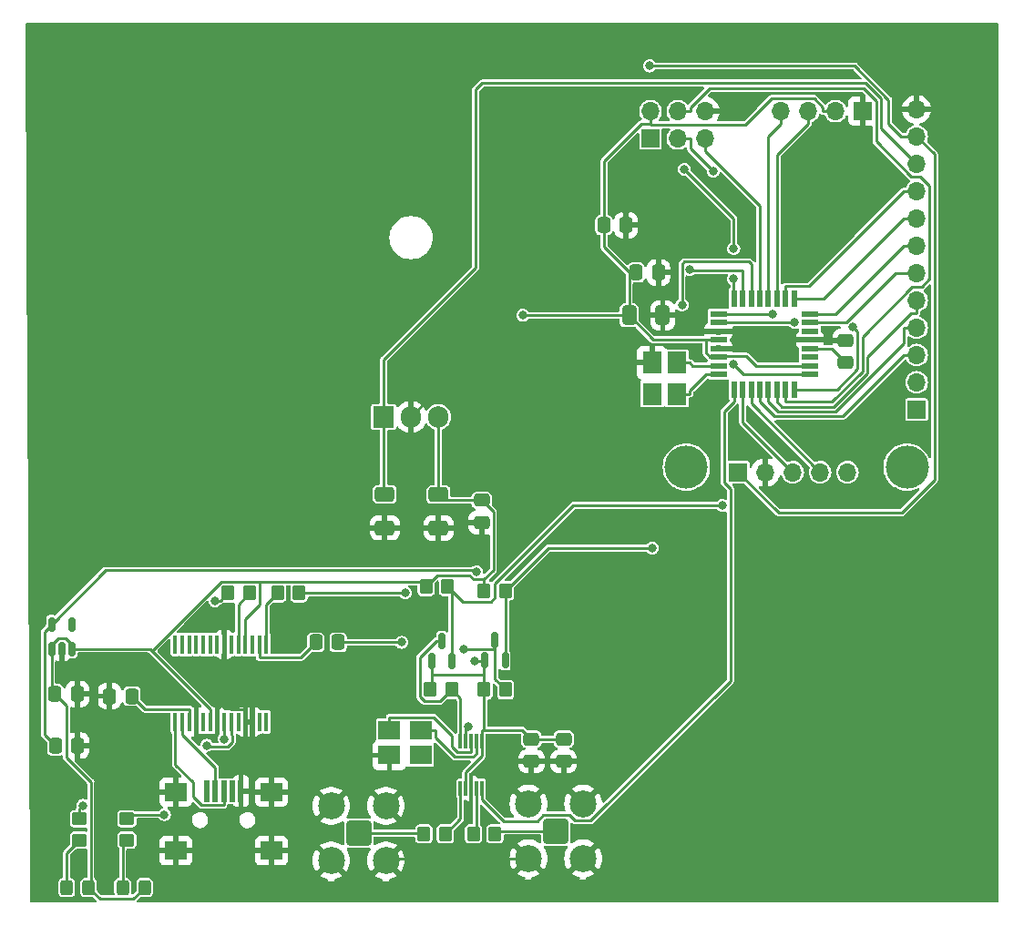
<source format=gbr>
%TF.GenerationSoftware,KiCad,Pcbnew,7.0.9-1.fc39*%
%TF.CreationDate,2023-11-27T20:11:11+01:00*%
%TF.ProjectId,sis5351a GPS controlled time base,73697335-3335-4316-9120-47505320636f,rev?*%
%TF.SameCoordinates,Original*%
%TF.FileFunction,Copper,L1,Top*%
%TF.FilePolarity,Positive*%
%FSLAX46Y46*%
G04 Gerber Fmt 4.6, Leading zero omitted, Abs format (unit mm)*
G04 Created by KiCad (PCBNEW 7.0.9-1.fc39) date 2023-11-27 20:11:11*
%MOMM*%
%LPD*%
G01*
G04 APERTURE LIST*
G04 Aperture macros list*
%AMRoundRect*
0 Rectangle with rounded corners*
0 $1 Rounding radius*
0 $2 $3 $4 $5 $6 $7 $8 $9 X,Y pos of 4 corners*
0 Add a 4 corners polygon primitive as box body*
4,1,4,$2,$3,$4,$5,$6,$7,$8,$9,$2,$3,0*
0 Add four circle primitives for the rounded corners*
1,1,$1+$1,$2,$3*
1,1,$1+$1,$4,$5*
1,1,$1+$1,$6,$7*
1,1,$1+$1,$8,$9*
0 Add four rect primitives between the rounded corners*
20,1,$1+$1,$2,$3,$4,$5,0*
20,1,$1+$1,$4,$5,$6,$7,0*
20,1,$1+$1,$6,$7,$8,$9,0*
20,1,$1+$1,$8,$9,$2,$3,0*%
G04 Aperture macros list end*
%TA.AperFunction,SMDPad,CuDef*%
%ADD10RoundRect,0.250000X-0.325000X-0.450000X0.325000X-0.450000X0.325000X0.450000X-0.325000X0.450000X0*%
%TD*%
%TA.AperFunction,SMDPad,CuDef*%
%ADD11RoundRect,0.250000X-0.350000X-0.450000X0.350000X-0.450000X0.350000X0.450000X-0.350000X0.450000X0*%
%TD*%
%TA.AperFunction,SMDPad,CuDef*%
%ADD12RoundRect,0.250000X-0.650000X0.412500X-0.650000X-0.412500X0.650000X-0.412500X0.650000X0.412500X0*%
%TD*%
%TA.AperFunction,SMDPad,CuDef*%
%ADD13R,0.500000X2.000000*%
%TD*%
%TA.AperFunction,SMDPad,CuDef*%
%ADD14R,2.000000X1.700000*%
%TD*%
%TA.AperFunction,SMDPad,CuDef*%
%ADD15RoundRect,0.250000X-0.475000X0.337500X-0.475000X-0.337500X0.475000X-0.337500X0.475000X0.337500X0*%
%TD*%
%TA.AperFunction,SMDPad,CuDef*%
%ADD16RoundRect,0.250000X-0.337500X-0.475000X0.337500X-0.475000X0.337500X0.475000X-0.337500X0.475000X0*%
%TD*%
%TA.AperFunction,SMDPad,CuDef*%
%ADD17R,1.600000X0.550000*%
%TD*%
%TA.AperFunction,SMDPad,CuDef*%
%ADD18R,0.550000X1.600000*%
%TD*%
%TA.AperFunction,SMDPad,CuDef*%
%ADD19RoundRect,0.250000X0.450000X-0.350000X0.450000X0.350000X-0.450000X0.350000X-0.450000X-0.350000X0*%
%TD*%
%TA.AperFunction,ComponentPad*%
%ADD20R,1.700000X1.700000*%
%TD*%
%TA.AperFunction,ComponentPad*%
%ADD21O,1.700000X1.700000*%
%TD*%
%TA.AperFunction,SMDPad,CuDef*%
%ADD22RoundRect,0.150000X0.150000X-0.512500X0.150000X0.512500X-0.150000X0.512500X-0.150000X-0.512500X0*%
%TD*%
%TA.AperFunction,SMDPad,CuDef*%
%ADD23RoundRect,0.250000X-0.412500X-0.650000X0.412500X-0.650000X0.412500X0.650000X-0.412500X0.650000X0*%
%TD*%
%TA.AperFunction,SMDPad,CuDef*%
%ADD24RoundRect,0.250000X0.350000X0.450000X-0.350000X0.450000X-0.350000X-0.450000X0.350000X-0.450000X0*%
%TD*%
%TA.AperFunction,ComponentPad*%
%ADD25RoundRect,0.200100X0.949900X0.949900X-0.949900X0.949900X-0.949900X-0.949900X0.949900X-0.949900X0*%
%TD*%
%TA.AperFunction,ComponentPad*%
%ADD26C,2.500000*%
%TD*%
%TA.AperFunction,SMDPad,CuDef*%
%ADD27R,0.300000X1.400000*%
%TD*%
%TA.AperFunction,BGAPad,CuDef*%
%ADD28R,0.300000X1.400000*%
%TD*%
%TA.AperFunction,ComponentPad*%
%ADD29C,4.000000*%
%TD*%
%TA.AperFunction,SMDPad,CuDef*%
%ADD30RoundRect,0.150000X0.150000X-0.587500X0.150000X0.587500X-0.150000X0.587500X-0.150000X-0.587500X0*%
%TD*%
%TA.AperFunction,ComponentPad*%
%ADD31R,1.905000X2.000000*%
%TD*%
%TA.AperFunction,ComponentPad*%
%ADD32O,1.905000X2.000000*%
%TD*%
%TA.AperFunction,SMDPad,CuDef*%
%ADD33R,0.450000X1.750000*%
%TD*%
%TA.AperFunction,SMDPad,CuDef*%
%ADD34R,2.100000X1.800000*%
%TD*%
%TA.AperFunction,SMDPad,CuDef*%
%ADD35R,1.800000X2.100000*%
%TD*%
%TA.AperFunction,ViaPad*%
%ADD36C,0.800000*%
%TD*%
%TA.AperFunction,Conductor*%
%ADD37C,0.250000*%
%TD*%
G04 APERTURE END LIST*
D10*
%TO.P,D1,1,K*%
%TO.N,Net-(D1-K)*%
X128600000Y-135800000D03*
%TO.P,D1,2,A*%
%TO.N,+5V*%
X130650000Y-135800000D03*
%TD*%
D11*
%TO.P,R9,1*%
%TO.N,CLK1*%
X166400000Y-130800000D03*
%TO.P,R9,2*%
%TO.N,Net-(J6-In)*%
X168400000Y-130800000D03*
%TD*%
D12*
%TO.P,C13,1*%
%TO.N,+5V*%
X163166400Y-99260300D03*
%TO.P,C13,2*%
%TO.N,GND*%
X163166400Y-102385300D03*
%TD*%
D13*
%TO.P,J1,1,VBUS*%
%TO.N,unconnected-(J1-VBUS-Pad1)*%
X141600000Y-126825000D03*
%TO.P,J1,2,D-*%
%TO.N,USB-*%
X142400000Y-126825000D03*
%TO.P,J1,3,D+*%
%TO.N,USB+*%
X143200000Y-126825000D03*
%TO.P,J1,4,ID*%
%TO.N,unconnected-(J1-ID-Pad4)*%
X144000000Y-126825000D03*
%TO.P,J1,5,GND*%
%TO.N,GND*%
X144800000Y-126825000D03*
D14*
%TO.P,J1,6,Shield*%
X138750000Y-126925000D03*
X138750000Y-132375000D03*
X147650000Y-126925000D03*
X147650000Y-132375000D03*
%TD*%
D15*
%TO.P,C8,1*%
%TO.N,GND*%
X201000000Y-84925000D03*
%TO.P,C8,2*%
%TO.N,Net-(U3-AREF)*%
X201000000Y-87000000D03*
%TD*%
D16*
%TO.P,C5,1*%
%TO.N,+5V*%
X181525000Y-78600000D03*
%TO.P,C5,2*%
%TO.N,GND*%
X183600000Y-78600000D03*
%TD*%
D17*
%TO.P,U3,1,PD3*%
%TO.N,FAlarm*%
X189171000Y-82467800D03*
%TO.P,U3,2,PD4*%
%TO.N,Fsel*%
X189171000Y-83267800D03*
%TO.P,U3,3,GND*%
%TO.N,GND*%
X189171000Y-84067800D03*
%TO.P,U3,4,VCC*%
%TO.N,+5V*%
X189171000Y-84867800D03*
%TO.P,U3,5,GND*%
%TO.N,GND*%
X189171000Y-85667800D03*
%TO.P,U3,6,VCC*%
%TO.N,+5V*%
X189171000Y-86467800D03*
%TO.P,U3,7,XTAL1/PB6*%
%TO.N,Net-(U3-XTAL1{slash}PB6)*%
X189171000Y-87267800D03*
%TO.P,U3,8,XTAL2/PB7*%
%TO.N,Net-(U3-XTAL2{slash}PB7)*%
X189171000Y-88067800D03*
D18*
%TO.P,U3,9,PD5*%
%TO.N,CLK0*%
X190621000Y-89517800D03*
%TO.P,U3,10,PD6*%
%TO.N,GPS_Tx*%
X191421000Y-89517800D03*
%TO.P,U3,11,PD7*%
%TO.N,GPS_Rx*%
X192221000Y-89517800D03*
%TO.P,U3,12,PB0*%
%TO.N,D8*%
X193021000Y-89517800D03*
%TO.P,U3,13,PB1*%
%TO.N,D9*%
X193821000Y-89517800D03*
%TO.P,U3,14,PB2*%
%TO.N,D10*%
X194621000Y-89517800D03*
%TO.P,U3,15,PB3*%
%TO.N,MOSI*%
X195421000Y-89517800D03*
%TO.P,U3,16,PB4*%
%TO.N,MISO*%
X196221000Y-89517800D03*
D17*
%TO.P,U3,17,PB5*%
%TO.N,SCK*%
X197671000Y-88067800D03*
%TO.P,U3,18,AVCC*%
%TO.N,+5V*%
X197671000Y-87267800D03*
%TO.P,U3,19,ADC6*%
%TO.N,unconnected-(U3-ADC6-Pad19)*%
X197671000Y-86467800D03*
%TO.P,U3,20,AREF*%
%TO.N,Net-(U3-AREF)*%
X197671000Y-85667800D03*
%TO.P,U3,21,GND*%
%TO.N,GND*%
X197671000Y-84867800D03*
%TO.P,U3,22,ADC7*%
%TO.N,unconnected-(U3-ADC7-Pad22)*%
X197671000Y-84067800D03*
%TO.P,U3,23,PC0*%
%TO.N,A0*%
X197671000Y-83267800D03*
%TO.P,U3,24,PC1*%
%TO.N,A1*%
X197671000Y-82467800D03*
D18*
%TO.P,U3,25,PC2*%
%TO.N,A2*%
X196221000Y-81017800D03*
%TO.P,U3,26,PC3*%
%TO.N,A3*%
X195421000Y-81017800D03*
%TO.P,U3,27,PC4*%
%TO.N,SDA5*%
X194621000Y-81017800D03*
%TO.P,U3,28,PC5*%
%TO.N,SCL5*%
X193821000Y-81017800D03*
%TO.P,U3,29,~{RESET}/PC6*%
%TO.N,Reset*%
X193021000Y-81017800D03*
%TO.P,U3,30,PD0*%
%TO.N,USB_RXD*%
X192221000Y-81017800D03*
%TO.P,U3,31,PD1*%
%TO.N,USB_TXD*%
X191421000Y-81017800D03*
%TO.P,U3,32,PD2*%
%TO.N,1PPS*%
X190621000Y-81017800D03*
%TD*%
D19*
%TO.P,R6,1*%
%TO.N,Net-(D2-K)*%
X134200000Y-131400000D03*
%TO.P,R6,2*%
%TO.N,Net-(U5-CBUS1)*%
X134200000Y-129400000D03*
%TD*%
D20*
%TO.P,J2,1,Pin_1*%
%TO.N,+5V*%
X191000000Y-97186500D03*
D21*
%TO.P,J2,2,Pin_2*%
%TO.N,GND*%
X193540000Y-97186500D03*
%TO.P,J2,3,Pin_3*%
%TO.N,GPS_Tx*%
X196080000Y-97186500D03*
%TO.P,J2,4,Pin_4*%
%TO.N,GPS_Rx*%
X198620000Y-97186500D03*
%TO.P,J2,5,Pin_5*%
%TO.N,1PPS*%
X201160000Y-97186500D03*
%TD*%
D15*
%TO.P,C3,1*%
%TO.N,+3V3*%
X174800000Y-122000000D03*
%TO.P,C3,2*%
%TO.N,GND*%
X174800000Y-124075000D03*
%TD*%
D22*
%TO.P,U2,1,VIN*%
%TO.N,+5V*%
X127200000Y-113600000D03*
%TO.P,U2,2,GND*%
%TO.N,GND*%
X128150000Y-113600000D03*
%TO.P,U2,3,EN*%
%TO.N,+5V*%
X129100000Y-113600000D03*
%TO.P,U2,4,NC*%
%TO.N,unconnected-(U2-NC-Pad4)*%
X129100000Y-111325000D03*
%TO.P,U2,5,VOUT*%
%TO.N,+3V3*%
X127200000Y-111325000D03*
%TD*%
D23*
%TO.P,C7,1*%
%TO.N,+5V*%
X180875000Y-82600000D03*
%TO.P,C7,2*%
%TO.N,GND*%
X184000000Y-82600000D03*
%TD*%
D16*
%TO.P,C1,1*%
%TO.N,+3V3*%
X127562500Y-122600000D03*
%TO.P,C1,2*%
%TO.N,GND*%
X129637500Y-122600000D03*
%TD*%
D11*
%TO.P,R8,1*%
%TO.N,USB_TXD*%
X143600000Y-108400000D03*
%TO.P,R8,2*%
%TO.N,Net-(U5-RXD)*%
X145600000Y-108400000D03*
%TD*%
%TO.P,R2,1*%
%TO.N,+5V*%
X167400000Y-108200000D03*
%TO.P,R2,2*%
%TO.N,SCL5*%
X169400000Y-108200000D03*
%TD*%
D24*
%TO.P,R7,1*%
%TO.N,USB_RXD*%
X150200000Y-108400000D03*
%TO.P,R7,2*%
%TO.N,Net-(U5-TXD)*%
X148200000Y-108400000D03*
%TD*%
D12*
%TO.P,C12,1*%
%TO.N,Vin*%
X158166400Y-99222800D03*
%TO.P,C12,2*%
%TO.N,GND*%
X158166400Y-102347800D03*
%TD*%
D11*
%TO.P,R1,1*%
%TO.N,+5V*%
X162000000Y-107800000D03*
%TO.P,R1,2*%
%TO.N,SDA5*%
X164000000Y-107800000D03*
%TD*%
D24*
%TO.P,R10,1*%
%TO.N,CLK2*%
X163800000Y-130800000D03*
%TO.P,R10,2*%
%TO.N,Net-(J7-In)*%
X161800000Y-130800000D03*
%TD*%
D11*
%TO.P,R3,1*%
%TO.N,+3V3*%
X167400000Y-117400000D03*
%TO.P,R3,2*%
%TO.N,SCL3*%
X169400000Y-117400000D03*
%TD*%
D15*
%TO.P,C9,1*%
%TO.N,+5V*%
X167166400Y-99785300D03*
%TO.P,C9,2*%
%TO.N,GND*%
X167166400Y-101860300D03*
%TD*%
D25*
%TO.P,J7,1,In*%
%TO.N,Net-(J7-In)*%
X155740000Y-130740000D03*
D26*
%TO.P,J7,2,Ext*%
%TO.N,GND*%
X158280000Y-133280000D03*
X158280000Y-128200000D03*
X153200000Y-133280000D03*
X153200000Y-128200000D03*
%TD*%
D11*
%TO.P,R4,1*%
%TO.N,+3V3*%
X162400000Y-117400000D03*
%TO.P,R4,2*%
%TO.N,SDA3*%
X164400000Y-117400000D03*
%TD*%
D16*
%TO.P,C10,1*%
%TO.N,Net-(U5-DTR)*%
X151762500Y-113000000D03*
%TO.P,C10,2*%
%TO.N,Reset*%
X153837500Y-113000000D03*
%TD*%
D27*
%TO.P,U1,1,VDD*%
%TO.N,+3V3*%
X167200600Y-122176800D03*
%TO.P,U1,2,XA*%
%TO.N,Net-(U1-XA)*%
X166700600Y-122176800D03*
%TO.P,U1,3,XB*%
%TO.N,Net-(U1-XB)*%
X166200600Y-122176800D03*
%TO.P,U1,4,SCL*%
%TO.N,SCL3*%
X165700600Y-122176800D03*
%TO.P,U1,5,SDA*%
%TO.N,SDA3*%
X165200600Y-122176800D03*
%TO.P,U1,6,CLK2*%
%TO.N,CLK2*%
X165200600Y-126576800D03*
%TO.P,U1,7,VDDO*%
%TO.N,+3V3*%
X165700600Y-126576800D03*
D28*
%TO.P,U1,8,GND*%
%TO.N,GND*%
X166200600Y-126576800D03*
D27*
%TO.P,U1,9,CLK1*%
%TO.N,CLK1*%
X166700600Y-126576800D03*
%TO.P,U1,10,CLK0*%
%TO.N,CLK0*%
X167200600Y-126576800D03*
%TD*%
D29*
%TO.P,REF\u002A\u002A,6*%
%TO.N,N/C*%
X206700000Y-96700000D03*
%TO.P,REF\u002A\u002A,7*%
X186200000Y-96700000D03*
%TD*%
D30*
%TO.P,Q2,1,G*%
%TO.N,+3V3*%
X162511000Y-114735400D03*
%TO.P,Q2,2,S*%
%TO.N,SDA5*%
X164411000Y-114735400D03*
%TO.P,Q2,3,D*%
%TO.N,SDA3*%
X163461000Y-112860400D03*
%TD*%
D16*
%TO.P,C11,1*%
%TO.N,GND*%
X132600000Y-118000000D03*
%TO.P,C11,2*%
%TO.N,Net-(U5-3V3OUT)*%
X134675000Y-118000000D03*
%TD*%
D15*
%TO.P,C4,1*%
%TO.N,+3V3*%
X171800000Y-122000000D03*
%TO.P,C4,2*%
%TO.N,GND*%
X171800000Y-124075000D03*
%TD*%
D31*
%TO.P,U4,1,IN*%
%TO.N,Vin*%
X158060000Y-92030000D03*
D32*
%TO.P,U4,2,GND*%
%TO.N,GND*%
X160600000Y-92030000D03*
%TO.P,U4,3,OUT*%
%TO.N,+5V*%
X163140000Y-92030000D03*
%TD*%
D16*
%TO.P,C6,1*%
%TO.N,+5V*%
X178525000Y-74200000D03*
%TO.P,C6,2*%
%TO.N,GND*%
X180600000Y-74200000D03*
%TD*%
D25*
%TO.P,J6,1,In*%
%TO.N,Net-(J6-In)*%
X174060000Y-130540000D03*
D26*
%TO.P,J6,2,Ext*%
%TO.N,GND*%
X176600000Y-133080000D03*
X176600000Y-128000000D03*
X171520000Y-133080000D03*
X171520000Y-128000000D03*
%TD*%
D33*
%TO.P,U5,1,TXD*%
%TO.N,Net-(U5-TXD)*%
X147150000Y-113200000D03*
%TO.P,U5,2,DTR*%
%TO.N,Net-(U5-DTR)*%
X146500000Y-113200000D03*
%TO.P,U5,3,RTS*%
%TO.N,unconnected-(U5-RTS-Pad3)*%
X145850000Y-113200000D03*
%TO.P,U5,4,VCCIO*%
%TO.N,+5V*%
X145200000Y-113200000D03*
%TO.P,U5,5,RXD*%
%TO.N,Net-(U5-RXD)*%
X144550000Y-113200000D03*
%TO.P,U5,6,RI*%
%TO.N,unconnected-(U5-RI-Pad6)*%
X143900000Y-113200000D03*
%TO.P,U5,7,GND*%
%TO.N,GND*%
X143250000Y-113200000D03*
%TO.P,U5,8*%
%TO.N,N/C*%
X142600000Y-113200000D03*
%TO.P,U5,9,DCR*%
%TO.N,unconnected-(U5-DCR-Pad9)*%
X141950000Y-113200000D03*
%TO.P,U5,10,DCD*%
%TO.N,unconnected-(U5-DCD-Pad10)*%
X141300000Y-113200000D03*
%TO.P,U5,11,CTS*%
%TO.N,unconnected-(U5-CTS-Pad11)*%
X140650000Y-113200000D03*
%TO.P,U5,12,CBUS4*%
%TO.N,unconnected-(U5-CBUS4-Pad12)*%
X140000000Y-113200000D03*
%TO.P,U5,13,CBUS2*%
%TO.N,unconnected-(U5-CBUS2-Pad13)*%
X139350000Y-113200000D03*
%TO.P,U5,14,CBUS3*%
%TO.N,unconnected-(U5-CBUS3-Pad14)*%
X138700000Y-113200000D03*
%TO.P,U5,15,USBD+*%
%TO.N,USB+*%
X138700000Y-120400000D03*
%TO.P,U5,16,USBD-*%
%TO.N,USB-*%
X139350000Y-120400000D03*
%TO.P,U5,17,3V3OUT*%
%TO.N,Net-(U5-3V3OUT)*%
X140000000Y-120400000D03*
%TO.P,U5,18,GND*%
%TO.N,GND*%
X140650000Y-120400000D03*
%TO.P,U5,19,~{RESET}*%
%TO.N,unconnected-(U5-~{RESET}-Pad19)*%
X141300000Y-120400000D03*
%TO.P,U5,20,VCC*%
%TO.N,+5V*%
X141950000Y-120400000D03*
%TO.P,U5,21,GND*%
%TO.N,GND*%
X142600000Y-120400000D03*
%TO.P,U5,22,CBUS1*%
%TO.N,Net-(U5-CBUS1)*%
X143250000Y-120400000D03*
%TO.P,U5,23,CBUS0*%
%TO.N,Net-(U5-CBUS0)*%
X143900000Y-120400000D03*
%TO.P,U5,24*%
%TO.N,N/C*%
X144550000Y-120400000D03*
%TO.P,U5,25,AGND*%
%TO.N,GND*%
X145200000Y-120400000D03*
%TO.P,U5,26,TEST*%
X145850000Y-120400000D03*
%TO.P,U5,27,OSCI*%
%TO.N,unconnected-(U5-OSCI-Pad27)*%
X146500000Y-120400000D03*
%TO.P,U5,28,OSCO*%
%TO.N,unconnected-(U5-OSCO-Pad28)*%
X147150000Y-120400000D03*
%TD*%
D34*
%TO.P,Y1,1,1*%
%TO.N,Net-(U1-XA)*%
X161500000Y-121200000D03*
%TO.P,Y1,2,2*%
%TO.N,Net-(U1-XB)*%
X158600000Y-121200000D03*
%TO.P,Y1,3,3*%
%TO.N,GND*%
X158600000Y-123500000D03*
%TO.P,Y1,4*%
%TO.N,N/C*%
X161500000Y-123500000D03*
%TD*%
D20*
%TO.P,J4,1,Pin_1*%
%TO.N,MISO*%
X182860000Y-66140000D03*
D21*
%TO.P,J4,2,Pin_2*%
%TO.N,+5V*%
X182860000Y-63600000D03*
%TO.P,J4,3,Pin_3*%
%TO.N,SCK*%
X185400000Y-66140000D03*
%TO.P,J4,4,Pin_4*%
%TO.N,MOSI*%
X185400000Y-63600000D03*
%TO.P,J4,5,Pin_5*%
%TO.N,Reset*%
X187940000Y-66140000D03*
%TO.P,J4,6,Pin_6*%
%TO.N,GND*%
X187940000Y-63600000D03*
%TD*%
D30*
%TO.P,Q1,1,G*%
%TO.N,+3V3*%
X167461000Y-114672900D03*
%TO.P,Q1,2,S*%
%TO.N,SCL5*%
X169361000Y-114672900D03*
%TO.P,Q1,3,D*%
%TO.N,SCL3*%
X168411000Y-112797900D03*
%TD*%
D20*
%TO.P,J5,1,Pin_1*%
%TO.N,FAlarm*%
X207600000Y-91360000D03*
D21*
%TO.P,J5,2,Pin_2*%
%TO.N,Fsel*%
X207600000Y-88820000D03*
%TO.P,J5,3,Pin_3*%
%TO.N,D8*%
X207600000Y-86280000D03*
%TO.P,J5,4,Pin_4*%
%TO.N,D9*%
X207600000Y-83740000D03*
%TO.P,J5,5,Pin_5*%
%TO.N,D10*%
X207600000Y-81200000D03*
%TO.P,J5,6,Pin_6*%
%TO.N,A0*%
X207600000Y-78660000D03*
%TO.P,J5,7,Pin_7*%
%TO.N,A1*%
X207600000Y-76120000D03*
%TO.P,J5,8,Pin_8*%
%TO.N,A2*%
X207600000Y-73580000D03*
%TO.P,J5,9,Pin_9*%
%TO.N,A3*%
X207600000Y-71040000D03*
%TO.P,J5,10,Pin_10*%
%TO.N,Vin*%
X207600000Y-68500000D03*
%TO.P,J5,11,Pin_11*%
%TO.N,+5V*%
X207600000Y-65960000D03*
%TO.P,J5,12,Pin_12*%
%TO.N,GND*%
X207600000Y-63420000D03*
%TD*%
D16*
%TO.P,C2,1*%
%TO.N,+5V*%
X127525000Y-117800000D03*
%TO.P,C2,2*%
%TO.N,GND*%
X129600000Y-117800000D03*
%TD*%
D35*
%TO.P,Y2,1,1*%
%TO.N,Net-(U3-XTAL2{slash}PB7)*%
X185300000Y-89900000D03*
%TO.P,Y2,2,2*%
%TO.N,Net-(U3-XTAL1{slash}PB6)*%
X185300000Y-87000000D03*
%TO.P,Y2,3,3*%
%TO.N,GND*%
X183000000Y-87000000D03*
%TO.P,Y2,4*%
%TO.N,N/C*%
X183000000Y-89900000D03*
%TD*%
D10*
%TO.P,D2,1,K*%
%TO.N,Net-(D2-K)*%
X133800000Y-135800000D03*
%TO.P,D2,2,A*%
%TO.N,+5V*%
X135850000Y-135800000D03*
%TD*%
D20*
%TO.P,J3,1,Pin_1*%
%TO.N,GND*%
X202600000Y-63600000D03*
D21*
%TO.P,J3,2,Pin_2*%
%TO.N,+5V*%
X200060000Y-63600000D03*
%TO.P,J3,3,Pin_3*%
%TO.N,SDA5*%
X197520000Y-63600000D03*
%TO.P,J3,4,Pin_4*%
%TO.N,SCL5*%
X194980000Y-63600000D03*
%TD*%
D19*
%TO.P,R5,1*%
%TO.N,Net-(D1-K)*%
X129800000Y-131400000D03*
%TO.P,R5,2*%
%TO.N,Net-(U5-CBUS0)*%
X129800000Y-129400000D03*
%TD*%
D36*
%TO.N,+3V3*%
X166698200Y-106416000D03*
X166542300Y-114704700D03*
%TO.N,GND*%
X180600000Y-72800000D03*
X176200000Y-72800000D03*
X193600000Y-103600000D03*
%TO.N,+5V*%
X182800000Y-59400000D03*
X170992800Y-82600000D03*
%TO.N,Reset*%
X159717000Y-113000000D03*
%TO.N,1PPS*%
X186000000Y-69000000D03*
X190600000Y-79200000D03*
X190600000Y-76400000D03*
%TO.N,SDA5*%
X189539200Y-100283300D03*
%TO.N,SCL5*%
X183032900Y-104224000D03*
%TO.N,MISO*%
X201680200Y-83708300D03*
%TO.N,SCK*%
X190573500Y-87118500D03*
X188689100Y-69201600D03*
%TO.N,FAlarm*%
X194184400Y-82467800D03*
%TO.N,Fsel*%
X196251200Y-83267800D03*
%TO.N,SCL3*%
X165931400Y-120810300D03*
X165512500Y-113607900D03*
%TO.N,Net-(U5-CBUS0)*%
X130096500Y-128165800D03*
X141606800Y-122574700D03*
%TO.N,Net-(U5-CBUS1)*%
X143248400Y-121981800D03*
X137688700Y-129010200D03*
%TO.N,USB_RXD*%
X160064100Y-108400000D03*
X185791400Y-81629000D03*
%TO.N,USB_TXD*%
X186515900Y-78324500D03*
X142375700Y-109136300D03*
%TD*%
D37*
%TO.N,+3V3*%
X165700600Y-126576800D02*
X165700600Y-125075000D01*
X126524600Y-112000400D02*
X127200000Y-111325000D01*
X162511000Y-116012900D02*
X162511000Y-117289000D01*
X167400000Y-116012900D02*
X167400000Y-117400000D01*
X166542300Y-114704700D02*
X167429200Y-114704700D01*
X167400000Y-117400000D02*
X167400000Y-121149900D01*
X167400000Y-114733900D02*
X167400000Y-116012900D01*
X165700600Y-125075000D02*
X167200600Y-123575000D01*
X167200600Y-123575000D02*
X167200600Y-122176800D01*
X167400000Y-121149900D02*
X170949900Y-121149900D01*
X127562500Y-122600000D02*
X126524600Y-121562100D01*
X162511000Y-116012900D02*
X162511000Y-114735400D01*
X162511000Y-117289000D02*
X162400000Y-117400000D01*
X170949900Y-121149900D02*
X171800000Y-122000000D01*
X127200000Y-111325000D02*
X132212800Y-106312200D01*
X167200600Y-122176800D02*
X167200600Y-121149900D01*
X167429200Y-114704700D02*
X167461000Y-114672900D01*
X126524600Y-121562100D02*
X126524600Y-112000400D01*
X162511000Y-116012900D02*
X167400000Y-116012900D01*
X167461000Y-114672900D02*
X167400000Y-114733900D01*
X132212800Y-106312200D02*
X166594400Y-106312200D01*
X167200600Y-121149900D02*
X167400000Y-121149900D01*
X174800000Y-122000000D02*
X171800000Y-122000000D01*
X166594400Y-106312200D02*
X166698200Y-106416000D01*
%TO.N,GND*%
X142600000Y-121601900D02*
X140650000Y-121601900D01*
X143250000Y-113200000D02*
X143250000Y-118548100D01*
X171520000Y-133080000D02*
X158480000Y-133080000D01*
X145200000Y-119198100D02*
X143900000Y-119198100D01*
X143900000Y-119198100D02*
X143250000Y-118548100D01*
X160600000Y-92030000D02*
X165630000Y-87000000D01*
X201000000Y-84925000D02*
X200942800Y-84867800D01*
X184000000Y-79000000D02*
X183600000Y-78600000D01*
X129800000Y-118000000D02*
X129600000Y-117800000D01*
X160600000Y-99818900D02*
X160647700Y-99866500D01*
X143250000Y-118548100D02*
X142600000Y-119198100D01*
X180600000Y-72869800D02*
X180600000Y-72800000D01*
X152295000Y-132375000D02*
X153200000Y-133280000D01*
X140650000Y-121488500D02*
X140650000Y-121600400D01*
X158600000Y-127880000D02*
X158280000Y-128200000D01*
X142600000Y-120400000D02*
X142600000Y-121601900D01*
X140650000Y-121600400D02*
X140650000Y-121601900D01*
X158480000Y-133080000D02*
X158280000Y-133280000D01*
X189734500Y-85667800D02*
X189171000Y-85667800D01*
X180600000Y-72800000D02*
X180600000Y-74200000D01*
X145200000Y-120400000D02*
X145200000Y-119198100D01*
X140650000Y-120400000D02*
X140650000Y-121488500D01*
X129637500Y-122600000D02*
X129800000Y-122437500D01*
X165630000Y-87000000D02*
X183000000Y-87000000D01*
X188528500Y-63600000D02*
X187940000Y-63600000D01*
X142600000Y-119912400D02*
X142600000Y-119198100D01*
X142600000Y-119912400D02*
X142600000Y-120400000D01*
%TO.N,+5V*%
X189209100Y-86391600D02*
X189171000Y-86429700D01*
X145200000Y-110812600D02*
X145200000Y-113200000D01*
X201852992Y-59400000D02*
X182800000Y-59400000D01*
X188382600Y-86429700D02*
X188031100Y-86078200D01*
X205000000Y-64800000D02*
X205000000Y-62547008D01*
X198068300Y-62419400D02*
X198883100Y-63234200D01*
X183142800Y-84867800D02*
X188031100Y-84867800D01*
X129100000Y-113600000D02*
X136351900Y-113600000D01*
X130844800Y-135605200D02*
X130650000Y-135800000D01*
X167166400Y-99785300D02*
X168256400Y-100875300D01*
X167400000Y-107142900D02*
X167400000Y-108200000D01*
X182860000Y-64663500D02*
X182860000Y-64775400D01*
X134788900Y-136861100D02*
X131711100Y-136861100D01*
X131711100Y-136861100D02*
X130650000Y-135800000D01*
X162000000Y-107800000D02*
X163035900Y-106764100D01*
X135850000Y-135800000D02*
X134788900Y-136861100D01*
X182945200Y-64860600D02*
X191708300Y-64860600D01*
X146529600Y-109483000D02*
X145200000Y-110812600D01*
X182860000Y-64775400D02*
X182945200Y-64860600D01*
X129100000Y-113191300D02*
X128488600Y-112579900D01*
X142942600Y-107345100D02*
X146529600Y-107345100D01*
X181525000Y-78600000D02*
X180875000Y-78600000D01*
X146529600Y-107345100D02*
X146529600Y-109483000D01*
X180875000Y-78600000D02*
X180875000Y-82600000D01*
X168256400Y-106286500D02*
X167400000Y-107142900D01*
X136519800Y-113767900D02*
X141950000Y-119198100D01*
X206160000Y-65960000D02*
X205000000Y-64800000D01*
X188031100Y-86078200D02*
X188031100Y-84867800D01*
X166397200Y-107142900D02*
X167400000Y-107142900D01*
X163691400Y-99785300D02*
X167166400Y-99785300D01*
X180875000Y-82600000D02*
X170992800Y-82600000D01*
X182860000Y-64775400D02*
X182860000Y-64776900D01*
X191000000Y-97186500D02*
X194773900Y-100960400D01*
X180875000Y-82600000D02*
X183142800Y-84867800D01*
X127200000Y-113600000D02*
X127200000Y-117475000D01*
X198883100Y-63234200D02*
X198883100Y-63600000D01*
X182860000Y-63600000D02*
X182860000Y-64663500D01*
X163166400Y-99260300D02*
X163691400Y-99785300D01*
X130844800Y-125978000D02*
X130844800Y-135605200D01*
X127831600Y-112579900D02*
X127200000Y-113211500D01*
X127525000Y-117800000D02*
X128600000Y-118875000D01*
X163140000Y-92030000D02*
X163140000Y-99233900D01*
X146529600Y-107345100D02*
X161545100Y-107345100D01*
X209259100Y-67619100D02*
X207600000Y-65960000D01*
X141950000Y-120400000D02*
X141950000Y-119198100D01*
X200060000Y-63600000D02*
X198883100Y-63600000D01*
X197671000Y-87267800D02*
X192651600Y-87267800D01*
X191708300Y-64860600D02*
X194149500Y-62419400D01*
X191775400Y-86391600D02*
X189209100Y-86391600D01*
X168256400Y-100875300D02*
X168256400Y-106286500D01*
X163035900Y-106764100D02*
X166018400Y-106764100D01*
X180875000Y-78600000D02*
X178525000Y-76250000D01*
X178525000Y-76250000D02*
X178525000Y-74200000D01*
X192651600Y-87267800D02*
X191775400Y-86391600D01*
X207600000Y-65960000D02*
X206160000Y-65960000D01*
X194773900Y-100960400D02*
X206200000Y-100960400D01*
X127200000Y-117475000D02*
X127525000Y-117800000D01*
X206200000Y-100960400D02*
X209259100Y-97901300D01*
X182027700Y-64776900D02*
X182860000Y-64776900D01*
X128488600Y-112579900D02*
X127831600Y-112579900D01*
X209259100Y-97901300D02*
X209259100Y-67619100D01*
X189171000Y-86429700D02*
X189171000Y-86467800D01*
X194149500Y-62419400D02*
X198068300Y-62419400D01*
X128600000Y-118875000D02*
X128600000Y-123733200D01*
X128600000Y-123733200D02*
X130844800Y-125978000D01*
X127200000Y-113211500D02*
X127200000Y-113600000D01*
X188031100Y-84867800D02*
X189171000Y-84867800D01*
X136351900Y-113600000D02*
X136519800Y-113767900D01*
X166018400Y-106764100D02*
X166397200Y-107142900D01*
X178525000Y-74200000D02*
X178525000Y-68279600D01*
X189171000Y-86429700D02*
X188382600Y-86429700D01*
X161545100Y-107345100D02*
X162000000Y-107800000D01*
X205000000Y-62547008D02*
X201852992Y-59400000D01*
X136519800Y-113767900D02*
X142942600Y-107345100D01*
X178525000Y-68279600D02*
X182027700Y-64776900D01*
X163140000Y-99233900D02*
X163166400Y-99260300D01*
X129100000Y-113600000D02*
X129100000Y-113191300D01*
%TO.N,Net-(U3-AREF)*%
X199667800Y-85667800D02*
X201000000Y-87000000D01*
X197671000Y-85667800D02*
X199667800Y-85667800D01*
%TO.N,Net-(U5-DTR)*%
X150360600Y-114401900D02*
X151762500Y-113000000D01*
X146500000Y-114401900D02*
X150360600Y-114401900D01*
X146500000Y-113200000D02*
X146500000Y-114401900D01*
%TO.N,Reset*%
X193021000Y-81017800D02*
X193021000Y-72397900D01*
X187940000Y-66140000D02*
X187940000Y-67316900D01*
X159717000Y-113000000D02*
X153837500Y-113000000D01*
X193021000Y-72397900D02*
X187940000Y-67316900D01*
%TO.N,Net-(U5-3V3OUT)*%
X140000000Y-119198100D02*
X135873100Y-119198100D01*
X135873100Y-119198100D02*
X134675000Y-118000000D01*
X140000000Y-120400000D02*
X140000000Y-119198100D01*
%TO.N,Vin*%
X158060000Y-92030000D02*
X158060000Y-99116400D01*
X202816596Y-61000000D02*
X167200000Y-61000000D01*
X204272900Y-62456304D02*
X202816596Y-61000000D01*
X166600000Y-61600000D02*
X166600000Y-78198299D01*
X166600000Y-78198299D02*
X158060000Y-86738299D01*
X204272900Y-65172900D02*
X204272900Y-62456304D01*
X167200000Y-61000000D02*
X166600000Y-61600000D01*
X207600000Y-68500000D02*
X204272900Y-65172900D01*
X158060000Y-99116400D02*
X158166400Y-99222800D01*
X158060000Y-86738299D02*
X158060000Y-92030000D01*
%TO.N,Net-(D1-K)*%
X129800000Y-131400000D02*
X128600000Y-132600000D01*
X128600000Y-132600000D02*
X128600000Y-135800000D01*
%TO.N,Net-(D2-K)*%
X134200000Y-131400000D02*
X133800000Y-131800000D01*
X133800000Y-131800000D02*
X133800000Y-135800000D01*
%TO.N,USB-*%
X139350000Y-121601900D02*
X142400000Y-124651900D01*
X142400000Y-124651900D02*
X142400000Y-126825000D01*
X139350000Y-120400000D02*
X139350000Y-121601900D01*
%TO.N,USB+*%
X141147800Y-128151900D02*
X143200000Y-128151900D01*
X140390700Y-126040200D02*
X140390700Y-127394800D01*
X140390700Y-127394800D02*
X141147800Y-128151900D01*
X138700000Y-124349500D02*
X140390700Y-126040200D01*
X143200000Y-126825000D02*
X143200000Y-128151900D01*
X138700000Y-120400000D02*
X138700000Y-124349500D01*
%TO.N,GPS_Tx*%
X191421000Y-92527500D02*
X191421000Y-89517800D01*
X196080000Y-97186500D02*
X191421000Y-92527500D01*
%TO.N,GPS_Rx*%
X198620000Y-97186500D02*
X192221000Y-90787500D01*
X192221000Y-90787500D02*
X192221000Y-89517800D01*
%TO.N,1PPS*%
X190600000Y-73600000D02*
X190600000Y-76400000D01*
X190600000Y-80996800D02*
X190621000Y-81017800D01*
X186000000Y-69000000D02*
X190600000Y-73600000D01*
X190600000Y-79200000D02*
X190600000Y-80996800D01*
%TO.N,SDA5*%
X194621000Y-67675900D02*
X197520000Y-64776900D01*
X197520000Y-63600000D02*
X197520000Y-64776900D01*
X164000000Y-107800000D02*
X164411000Y-108211000D01*
X164411000Y-108211000D02*
X164411000Y-114735400D01*
X194621000Y-81017800D02*
X194621000Y-67675900D01*
X164000000Y-107800000D02*
X165433500Y-109233500D01*
X168400100Y-108842000D02*
X168400100Y-107550100D01*
X168008600Y-109233500D02*
X168400100Y-108842000D01*
X165433500Y-109233500D02*
X168008600Y-109233500D01*
X168400100Y-107550100D02*
X175666900Y-100283300D01*
X175666900Y-100283300D02*
X189539200Y-100283300D01*
%TO.N,SCL5*%
X169400000Y-108200000D02*
X173376000Y-104224000D01*
X173376000Y-104224000D02*
X183032900Y-104224000D01*
X169400000Y-114633900D02*
X169400000Y-108200000D01*
X194980000Y-63600000D02*
X194980000Y-64776900D01*
X193821000Y-81017800D02*
X193821000Y-65935900D01*
X193821000Y-65935900D02*
X194980000Y-64776900D01*
X169361000Y-114672900D02*
X169400000Y-114633900D01*
%TO.N,MISO*%
X202095300Y-84123400D02*
X201680200Y-83708300D01*
X200177300Y-89517800D02*
X202095300Y-87599800D01*
X202095300Y-87599800D02*
X202095300Y-84123400D01*
X196221000Y-89517800D02*
X200177300Y-89517800D01*
%TO.N,SCK*%
X197671000Y-88067800D02*
X191522800Y-88067800D01*
X188689100Y-69201600D02*
X186576900Y-67089400D01*
X191522800Y-88067800D02*
X190573500Y-87118500D01*
X186576900Y-67089400D02*
X186576900Y-66140000D01*
X185400000Y-66140000D02*
X186576900Y-66140000D01*
%TO.N,MOSI*%
X207194200Y-79930000D02*
X208083600Y-79930000D01*
X202648600Y-61468400D02*
X188340700Y-61468400D01*
X208083600Y-79930000D02*
X208809100Y-79204500D01*
X188340700Y-61468400D02*
X186576900Y-63232200D01*
X208809100Y-79204500D02*
X208809100Y-70540100D01*
X185400000Y-63600000D02*
X186576900Y-63600000D01*
X202547200Y-87787000D02*
X202547200Y-84577000D01*
X199689500Y-90644700D02*
X202547200Y-87787000D01*
X207963200Y-69694200D02*
X207096800Y-69694200D01*
X195421000Y-90644700D02*
X199689500Y-90644700D01*
X186576900Y-63232200D02*
X186576900Y-63600000D01*
X203822900Y-66420300D02*
X203822900Y-62642700D01*
X208809100Y-70540100D02*
X207963200Y-69694200D01*
X195421000Y-89517800D02*
X195421000Y-90644700D01*
X203822900Y-62642700D02*
X202648600Y-61468400D01*
X202547200Y-84577000D02*
X207194200Y-79930000D01*
X207096800Y-69694200D02*
X203822900Y-66420300D01*
%TO.N,FAlarm*%
X189171000Y-82467800D02*
X194184400Y-82467800D01*
%TO.N,Fsel*%
X189171000Y-83267800D02*
X196251200Y-83267800D01*
%TO.N,D8*%
X200702700Y-92000400D02*
X206423100Y-86280000D01*
X207600000Y-86280000D02*
X206423100Y-86280000D01*
X193021000Y-89517800D02*
X193021000Y-90644700D01*
X194376700Y-92000400D02*
X200702700Y-92000400D01*
X193021000Y-90644700D02*
X194376700Y-92000400D01*
%TO.N,D9*%
X193821000Y-89517800D02*
X193821000Y-90644700D01*
X207600000Y-83740000D02*
X206423100Y-83740000D01*
X194724800Y-91548500D02*
X200063900Y-91548500D01*
X200063900Y-91548500D02*
X206423100Y-85189300D01*
X193821000Y-90644700D02*
X194724800Y-91548500D01*
X206423100Y-85189300D02*
X206423100Y-83740000D01*
%TO.N,D10*%
X199876700Y-91096600D02*
X202999100Y-87974200D01*
X202999100Y-87974200D02*
X202999100Y-86472200D01*
X195072900Y-91096600D02*
X199876700Y-91096600D01*
X194621000Y-90644700D02*
X195072900Y-91096600D01*
X207094400Y-82376900D02*
X207600000Y-82376900D01*
X207600000Y-81200000D02*
X207600000Y-82376900D01*
X194621000Y-89517800D02*
X194621000Y-90644700D01*
X202999100Y-86472200D02*
X207094400Y-82376900D01*
%TO.N,A0*%
X206423100Y-78660000D02*
X205645200Y-78660000D01*
X205645200Y-78660000D02*
X201037400Y-83267800D01*
X207600000Y-78660000D02*
X206423100Y-78660000D01*
X201037400Y-83267800D02*
X197671000Y-83267800D01*
%TO.N,A1*%
X207600000Y-76120000D02*
X206423100Y-76120000D01*
X206423100Y-76120000D02*
X200075300Y-82467800D01*
X200075300Y-82467800D02*
X197671000Y-82467800D01*
%TO.N,A2*%
X207600000Y-73580000D02*
X206423100Y-73580000D01*
X196221000Y-81017800D02*
X198985300Y-81017800D01*
X198985300Y-81017800D02*
X206423100Y-73580000D01*
%TO.N,A3*%
X195421000Y-79890900D02*
X197572200Y-79890900D01*
X207600000Y-71040000D02*
X206423100Y-71040000D01*
X197572200Y-79890900D02*
X206423100Y-71040000D01*
X195421000Y-81017800D02*
X195421000Y-79890900D01*
%TO.N,Net-(J6-In)*%
X174060000Y-130540000D02*
X168660000Y-130540000D01*
X168660000Y-130540000D02*
X168400000Y-130800000D01*
%TO.N,SCL3*%
X168411000Y-112797900D02*
X168411000Y-113607900D01*
X168411000Y-116411000D02*
X169400000Y-117400000D01*
X168411000Y-113607900D02*
X165512500Y-113607900D01*
X168411000Y-113607900D02*
X168411000Y-116411000D01*
X165700600Y-121041100D02*
X165931400Y-120810300D01*
X165700600Y-122176800D02*
X165700600Y-121041100D01*
%TO.N,SDA3*%
X161442300Y-118060900D02*
X161860500Y-118479100D01*
X161442300Y-114381400D02*
X161442300Y-118060900D01*
X161860500Y-118479100D02*
X163320900Y-118479100D01*
X165200600Y-118200600D02*
X164400000Y-117400000D01*
X163461000Y-112860400D02*
X162963300Y-112860400D01*
X163320900Y-118479100D02*
X164400000Y-117400000D01*
X162963300Y-112860400D02*
X161442300Y-114381400D01*
X165200600Y-122176800D02*
X165200600Y-118200600D01*
%TO.N,Net-(U5-CBUS0)*%
X143975400Y-122292500D02*
X143549500Y-122718400D01*
X143900000Y-120400000D02*
X143900000Y-121601900D01*
X143900000Y-121601900D02*
X143975400Y-121677300D01*
X143549500Y-122718400D02*
X141750500Y-122718400D01*
X129800000Y-128462300D02*
X130096500Y-128165800D01*
X143975400Y-121677300D02*
X143975400Y-122292500D01*
X141750500Y-122718400D02*
X141606800Y-122574700D01*
X129800000Y-129400000D02*
X129800000Y-128462300D01*
%TO.N,Net-(U5-CBUS1)*%
X134589800Y-129010200D02*
X134200000Y-129400000D01*
X143250000Y-120400000D02*
X143250000Y-121980200D01*
X137688700Y-129010200D02*
X134589800Y-129010200D01*
X143250000Y-121980200D02*
X143248400Y-121981800D01*
%TO.N,USB_RXD*%
X186000000Y-77600000D02*
X185791400Y-77808600D01*
X192000000Y-77600000D02*
X186000000Y-77600000D01*
X185791400Y-77808600D02*
X185791400Y-81629000D01*
X192221000Y-77821000D02*
X192000000Y-77600000D01*
X192221000Y-81017800D02*
X192221000Y-77821000D01*
X160064100Y-108400000D02*
X150200000Y-108400000D01*
%TO.N,Net-(U5-TXD)*%
X147150000Y-109450000D02*
X148200000Y-108400000D01*
X147150000Y-113200000D02*
X147150000Y-109450000D01*
%TO.N,USB_TXD*%
X186591400Y-78400000D02*
X191421000Y-78400000D01*
X142863700Y-109136300D02*
X143600000Y-108400000D01*
X186515900Y-78324500D02*
X186591400Y-78400000D01*
X191421000Y-78400000D02*
X191421000Y-81017800D01*
X142375700Y-109136300D02*
X142863700Y-109136300D01*
%TO.N,Net-(U5-RXD)*%
X144550000Y-109450000D02*
X145600000Y-108400000D01*
X144550000Y-113200000D02*
X144550000Y-109450000D01*
%TO.N,CLK1*%
X166700600Y-126576800D02*
X166700600Y-130499400D01*
X166700600Y-130499400D02*
X166400000Y-130800000D01*
%TO.N,Net-(U1-XA)*%
X166387800Y-123655600D02*
X166700600Y-123342800D01*
X161500000Y-121200000D02*
X162876900Y-121200000D01*
X162876900Y-121839100D02*
X164693400Y-123655600D01*
X164693400Y-123655600D02*
X166387800Y-123655600D01*
X166700600Y-123342800D02*
X166700600Y-123203700D01*
X162876900Y-121200000D02*
X162876900Y-121839100D01*
X166700600Y-122176800D02*
X166700600Y-123203700D01*
%TO.N,Net-(U1-XB)*%
X158600000Y-121200000D02*
X158600000Y-119973100D01*
X164406600Y-122729700D02*
X164406600Y-121662100D01*
X166200600Y-123203700D02*
X164880600Y-123203700D01*
X166200600Y-122176800D02*
X166200600Y-123203700D01*
X164406600Y-121662100D02*
X162717600Y-119973100D01*
X164880600Y-123203700D02*
X164406600Y-122729700D01*
X162717600Y-119973100D02*
X158600000Y-119973100D01*
%TO.N,Net-(J7-In)*%
X155740000Y-130740000D02*
X161740000Y-130740000D01*
X161740000Y-130740000D02*
X161800000Y-130800000D01*
%TO.N,CLK0*%
X175324700Y-129056600D02*
X172886500Y-129056600D01*
X177298800Y-129583800D02*
X175851900Y-129583800D01*
X172886500Y-129056600D02*
X172321500Y-129621600D01*
X190293000Y-116589600D02*
X177298800Y-129583800D01*
X190621000Y-90644700D02*
X189698300Y-91567400D01*
X190293000Y-98713300D02*
X190293000Y-116589600D01*
X169218500Y-129621600D02*
X167200600Y-127603700D01*
X167200600Y-126576800D02*
X167200600Y-127603700D01*
X189698300Y-98118600D02*
X190293000Y-98713300D01*
X172321500Y-129621600D02*
X169218500Y-129621600D01*
X190621000Y-89517800D02*
X190621000Y-90644700D01*
X189698300Y-91567400D02*
X189698300Y-98118600D01*
X175851900Y-129583800D02*
X175324700Y-129056600D01*
%TO.N,Net-(U3-XTAL1{slash}PB6)*%
X185300000Y-87000000D02*
X186526900Y-87000000D01*
X186526900Y-87000000D02*
X186794700Y-87267800D01*
X186794700Y-87267800D02*
X189171000Y-87267800D01*
%TO.N,Net-(U3-XTAL2{slash}PB7)*%
X186526900Y-89585000D02*
X188044100Y-88067800D01*
X189171000Y-88067800D02*
X188044100Y-88067800D01*
X185300000Y-89900000D02*
X186526900Y-89900000D01*
X186526900Y-89900000D02*
X186526900Y-89585000D01*
%TO.N,CLK2*%
X165200600Y-129399400D02*
X163800000Y-130800000D01*
X165200600Y-126576800D02*
X165200600Y-129399400D01*
%TD*%
%TA.AperFunction,Conductor*%
%TO.N,GND*%
G36*
X154756518Y-132090339D02*
G01*
X154758561Y-132090498D01*
X154758569Y-132090500D01*
X156721430Y-132090499D01*
X156721437Y-132090497D01*
X156723466Y-132090338D01*
X156724232Y-132090499D01*
X156726302Y-132090499D01*
X156726302Y-132090933D01*
X156791844Y-132104696D01*
X156841606Y-132153743D01*
X156856951Y-132221906D01*
X156833008Y-132287546D01*
X156830169Y-132291248D01*
X156830031Y-132291420D01*
X156830030Y-132291422D01*
X156698883Y-132518573D01*
X156603058Y-132762729D01*
X156544693Y-133018449D01*
X156544692Y-133018454D01*
X156525093Y-133279995D01*
X156525093Y-133280004D01*
X156544692Y-133541545D01*
X156544693Y-133541550D01*
X156603058Y-133797270D01*
X156698883Y-134041426D01*
X156698882Y-134041426D01*
X156830030Y-134268577D01*
X156877873Y-134328571D01*
X157528766Y-133677678D01*
X157572316Y-133759822D01*
X157692009Y-133900735D01*
X157839195Y-134012623D01*
X157881402Y-134032150D01*
X157230831Y-134682720D01*
X157402546Y-134799793D01*
X157402550Y-134799795D01*
X157638854Y-134913594D01*
X157638858Y-134913595D01*
X157889494Y-134990907D01*
X157889500Y-134990909D01*
X157902609Y-134992885D01*
X157965966Y-135022341D01*
X158003340Y-135081375D01*
X158002865Y-135151243D01*
X157964692Y-135209763D01*
X157900940Y-135238355D01*
X157884128Y-135239500D01*
X153595872Y-135239500D01*
X153528833Y-135219815D01*
X153483078Y-135167011D01*
X153473134Y-135097853D01*
X153502159Y-135034297D01*
X153560937Y-134996523D01*
X153577391Y-134992885D01*
X153590499Y-134990909D01*
X153590505Y-134990907D01*
X153841143Y-134913595D01*
X154077445Y-134799798D01*
X154077456Y-134799791D01*
X154249167Y-134682720D01*
X153598609Y-134032161D01*
X153717431Y-133960669D01*
X153851658Y-133833523D01*
X153954861Y-133681308D01*
X154602124Y-134328571D01*
X154649974Y-134268570D01*
X154781116Y-134041426D01*
X154876941Y-133797270D01*
X154935306Y-133541550D01*
X154935307Y-133541545D01*
X154954907Y-133280004D01*
X154954907Y-133279995D01*
X154935307Y-133018454D01*
X154935306Y-133018449D01*
X154876941Y-132762729D01*
X154781116Y-132518573D01*
X154781117Y-132518573D01*
X154649972Y-132291427D01*
X154649851Y-132291275D01*
X154649823Y-132291208D01*
X154647357Y-132287590D01*
X154648130Y-132287062D01*
X154623439Y-132226590D01*
X154636191Y-132157894D01*
X154684059Y-132106998D01*
X154751845Y-132090060D01*
X154756518Y-132090339D01*
G37*
%TD.AperFunction*%
%TA.AperFunction,Conductor*%
G36*
X215143039Y-55419685D02*
G01*
X215188794Y-55472489D01*
X215200000Y-55524000D01*
X215200000Y-137076000D01*
X215180315Y-137143039D01*
X215127511Y-137188794D01*
X215076000Y-137200000D01*
X135209687Y-137200000D01*
X135142648Y-137180315D01*
X135096893Y-137127511D01*
X135086949Y-137058353D01*
X135115974Y-136994797D01*
X135122006Y-136988319D01*
X135373829Y-136736495D01*
X135435150Y-136703012D01*
X135467805Y-136701064D01*
X135467838Y-136700365D01*
X135470723Y-136700500D01*
X135470734Y-136700500D01*
X136229270Y-136700500D01*
X136259699Y-136697646D01*
X136259701Y-136697646D01*
X136323790Y-136675219D01*
X136387882Y-136652793D01*
X136497150Y-136572150D01*
X136577793Y-136462882D01*
X136610068Y-136370646D01*
X136622646Y-136334701D01*
X136622646Y-136334699D01*
X136625500Y-136304269D01*
X136625500Y-135295730D01*
X136622646Y-135265300D01*
X136622646Y-135265298D01*
X136613794Y-135240000D01*
X151439459Y-135240000D01*
X151439617Y-135240383D01*
X151439901Y-135240500D01*
X151439902Y-135240500D01*
X160040098Y-135240500D01*
X160040099Y-135240500D01*
X160040383Y-135240383D01*
X160040541Y-135240000D01*
X160040383Y-135239617D01*
X160040099Y-135239500D01*
X158675872Y-135239500D01*
X158608833Y-135219815D01*
X158563078Y-135167011D01*
X158553134Y-135097853D01*
X158582159Y-135034297D01*
X158640937Y-134996523D01*
X158657391Y-134992885D01*
X158670499Y-134990909D01*
X158670505Y-134990907D01*
X158921143Y-134913595D01*
X159157445Y-134799798D01*
X159157456Y-134799791D01*
X159329167Y-134682720D01*
X158678609Y-134032161D01*
X158797431Y-133960669D01*
X158931658Y-133833523D01*
X159034861Y-133681308D01*
X159682124Y-134328571D01*
X159729974Y-134268570D01*
X159861116Y-134041426D01*
X159956941Y-133797270D01*
X160015306Y-133541550D01*
X160015307Y-133541545D01*
X160034907Y-133280004D01*
X160034907Y-133279995D01*
X160015307Y-133018454D01*
X160015306Y-133018449D01*
X159956941Y-132762729D01*
X159861116Y-132518573D01*
X159861117Y-132518573D01*
X159729971Y-132291426D01*
X159682125Y-132231427D01*
X159031232Y-132882319D01*
X158987684Y-132800178D01*
X158867991Y-132659265D01*
X158720805Y-132547377D01*
X158678596Y-132527849D01*
X159329167Y-131877278D01*
X159157447Y-131760202D01*
X159157445Y-131760201D01*
X158921142Y-131646404D01*
X158921144Y-131646404D01*
X158670505Y-131569092D01*
X158670499Y-131569090D01*
X158411151Y-131530000D01*
X158148848Y-131530000D01*
X157889500Y-131569090D01*
X157889494Y-131569092D01*
X157638858Y-131646404D01*
X157638854Y-131646405D01*
X157402550Y-131760204D01*
X157402539Y-131760210D01*
X157283081Y-131841654D01*
X157216602Y-131863154D01*
X157149052Y-131845299D01*
X157101879Y-131793759D01*
X157090301Y-131726309D01*
X157090118Y-131726295D01*
X157090174Y-131725571D01*
X157090059Y-131724896D01*
X157090454Y-131722015D01*
X157090500Y-131721438D01*
X157090500Y-131189500D01*
X157110185Y-131122461D01*
X157162989Y-131076706D01*
X157214500Y-131065500D01*
X160875500Y-131065500D01*
X160942539Y-131085185D01*
X160988294Y-131137989D01*
X160999500Y-131189500D01*
X160999500Y-131304269D01*
X161002353Y-131334699D01*
X161002353Y-131334701D01*
X161041441Y-131446404D01*
X161047207Y-131462882D01*
X161127850Y-131572150D01*
X161237118Y-131652793D01*
X161266728Y-131663154D01*
X161365299Y-131697646D01*
X161395730Y-131700500D01*
X161395734Y-131700500D01*
X162204270Y-131700500D01*
X162234699Y-131697646D01*
X162234701Y-131697646D01*
X162298790Y-131675219D01*
X162362882Y-131652793D01*
X162472150Y-131572150D01*
X162552793Y-131462882D01*
X162575219Y-131398790D01*
X162597646Y-131334701D01*
X162597646Y-131334699D01*
X162600500Y-131304269D01*
X162600500Y-130295730D01*
X162597646Y-130265300D01*
X162597646Y-130265298D01*
X162564006Y-130169163D01*
X162552793Y-130137118D01*
X162472150Y-130027850D01*
X162362882Y-129947207D01*
X162362880Y-129947206D01*
X162234700Y-129902353D01*
X162204270Y-129899500D01*
X162204266Y-129899500D01*
X161395734Y-129899500D01*
X161395730Y-129899500D01*
X161365300Y-129902353D01*
X161365298Y-129902353D01*
X161237119Y-129947206D01*
X161237117Y-129947207D01*
X161127850Y-130027850D01*
X161047207Y-130137117D01*
X161047206Y-130137119D01*
X161002353Y-130265298D01*
X161002353Y-130265300D01*
X160999499Y-130295732D01*
X160999473Y-130296304D01*
X160999436Y-130296410D01*
X160999229Y-130298620D01*
X160998690Y-130298569D01*
X160976672Y-130362349D01*
X160921784Y-130405582D01*
X160875609Y-130414500D01*
X157214499Y-130414500D01*
X157147460Y-130394815D01*
X157101705Y-130342011D01*
X157090499Y-130290500D01*
X157090499Y-129758564D01*
X157090117Y-129753708D01*
X157091612Y-129753590D01*
X157099708Y-129690910D01*
X157144701Y-129637455D01*
X157211451Y-129616811D01*
X157278766Y-129635531D01*
X157283081Y-129638344D01*
X157402546Y-129719793D01*
X157402550Y-129719795D01*
X157638854Y-129833594D01*
X157638858Y-129833595D01*
X157889494Y-129910907D01*
X157889500Y-129910909D01*
X158148848Y-129949999D01*
X158148857Y-129950000D01*
X158411143Y-129950000D01*
X158411151Y-129949999D01*
X158670499Y-129910909D01*
X158670505Y-129910907D01*
X158921143Y-129833595D01*
X159157445Y-129719798D01*
X159157456Y-129719791D01*
X159329167Y-129602720D01*
X158678609Y-128952162D01*
X158797431Y-128880669D01*
X158931658Y-128753523D01*
X159034861Y-128601308D01*
X159682124Y-129248571D01*
X159729974Y-129188570D01*
X159861116Y-128961426D01*
X159956941Y-128717270D01*
X160015306Y-128461550D01*
X160015307Y-128461545D01*
X160034907Y-128200004D01*
X160034907Y-128199995D01*
X160015307Y-127938454D01*
X160015306Y-127938449D01*
X159956941Y-127682729D01*
X159861116Y-127438573D01*
X159861117Y-127438573D01*
X159729971Y-127211426D01*
X159682125Y-127151427D01*
X159031232Y-127802319D01*
X158987684Y-127720178D01*
X158867991Y-127579265D01*
X158720805Y-127467377D01*
X158678596Y-127447849D01*
X159329167Y-126797278D01*
X159157447Y-126680202D01*
X159157445Y-126680201D01*
X158921142Y-126566404D01*
X158921144Y-126566404D01*
X158670505Y-126489092D01*
X158670499Y-126489090D01*
X158411151Y-126450000D01*
X158148848Y-126450000D01*
X157889500Y-126489090D01*
X157889494Y-126489092D01*
X157638858Y-126566404D01*
X157638854Y-126566405D01*
X157402550Y-126680204D01*
X157402546Y-126680206D01*
X157230832Y-126797278D01*
X157881391Y-127447837D01*
X157762569Y-127519331D01*
X157628342Y-127646477D01*
X157525138Y-127798691D01*
X156877874Y-127151428D01*
X156830027Y-127211426D01*
X156698883Y-127438573D01*
X156603058Y-127682729D01*
X156544693Y-127938449D01*
X156544692Y-127938454D01*
X156525093Y-128199995D01*
X156525093Y-128200004D01*
X156544692Y-128461545D01*
X156544693Y-128461550D01*
X156603058Y-128717270D01*
X156698883Y-128961426D01*
X156698882Y-128961426D01*
X156830028Y-129188574D01*
X156830150Y-129188727D01*
X156830176Y-129188792D01*
X156832643Y-129192410D01*
X156831869Y-129192937D01*
X156856560Y-129253413D01*
X156843806Y-129322108D01*
X156795937Y-129373003D01*
X156728150Y-129389939D01*
X156723497Y-129389661D01*
X156721446Y-129389500D01*
X154758561Y-129389500D01*
X154756514Y-129389662D01*
X154755747Y-129389500D01*
X154753698Y-129389501D01*
X154753698Y-129389070D01*
X154688138Y-129375294D01*
X154638384Y-129326240D01*
X154623049Y-129258074D01*
X154647002Y-129192438D01*
X154649853Y-129188722D01*
X154649973Y-129188570D01*
X154781116Y-128961426D01*
X154876941Y-128717270D01*
X154935306Y-128461550D01*
X154935307Y-128461545D01*
X154954907Y-128200004D01*
X154954907Y-128199995D01*
X154935307Y-127938454D01*
X154935306Y-127938449D01*
X154876941Y-127682729D01*
X154781116Y-127438573D01*
X154781117Y-127438573D01*
X154649971Y-127211426D01*
X154602125Y-127151427D01*
X153951232Y-127802319D01*
X153907684Y-127720178D01*
X153787991Y-127579265D01*
X153640805Y-127467377D01*
X153598596Y-127447849D01*
X154249167Y-126797278D01*
X154077447Y-126680202D01*
X154077445Y-126680201D01*
X153841142Y-126566404D01*
X153841144Y-126566404D01*
X153590505Y-126489092D01*
X153590499Y-126489090D01*
X153331151Y-126450000D01*
X153068848Y-126450000D01*
X152809500Y-126489090D01*
X152809494Y-126489092D01*
X152558858Y-126566404D01*
X152558854Y-126566405D01*
X152322550Y-126680204D01*
X152322546Y-126680206D01*
X152150832Y-126797278D01*
X152801391Y-127447837D01*
X152682569Y-127519331D01*
X152548342Y-127646477D01*
X152445138Y-127798692D01*
X151797873Y-127151427D01*
X151750029Y-127211423D01*
X151618883Y-127438573D01*
X151523058Y-127682729D01*
X151464693Y-127938449D01*
X151464692Y-127938454D01*
X151445093Y-128199995D01*
X151445093Y-128200004D01*
X151464692Y-128461545D01*
X151464693Y-128461550D01*
X151523058Y-128717270D01*
X151618883Y-128961426D01*
X151618882Y-128961426D01*
X151750030Y-129188577D01*
X151797873Y-129248571D01*
X151797874Y-129248571D01*
X152448766Y-128597679D01*
X152492316Y-128679822D01*
X152612009Y-128820735D01*
X152759195Y-128932623D01*
X152801402Y-128952150D01*
X152150831Y-129602720D01*
X152322546Y-129719793D01*
X152322550Y-129719795D01*
X152558854Y-129833594D01*
X152558858Y-129833595D01*
X152809494Y-129910907D01*
X152809500Y-129910909D01*
X153068848Y-129949999D01*
X153068857Y-129950000D01*
X153331143Y-129950000D01*
X153331151Y-129949999D01*
X153590499Y-129910909D01*
X153590505Y-129910907D01*
X153841143Y-129833595D01*
X154077445Y-129719798D01*
X154077447Y-129719797D01*
X154196916Y-129638345D01*
X154263395Y-129616845D01*
X154330946Y-129634699D01*
X154378120Y-129686239D01*
X154389697Y-129753690D01*
X154389882Y-129753705D01*
X154389824Y-129754430D01*
X154389940Y-129755101D01*
X154389546Y-129757973D01*
X154389500Y-129758561D01*
X154389500Y-131721435D01*
X154389883Y-131726292D01*
X154388393Y-131726409D01*
X154380278Y-131789118D01*
X154335272Y-131842561D01*
X154268516Y-131863189D01*
X154201206Y-131844451D01*
X154196918Y-131841655D01*
X154077454Y-131760206D01*
X154077445Y-131760201D01*
X153841142Y-131646404D01*
X153841144Y-131646404D01*
X153590505Y-131569092D01*
X153590499Y-131569090D01*
X153331151Y-131530000D01*
X153068848Y-131530000D01*
X152809500Y-131569090D01*
X152809494Y-131569092D01*
X152558858Y-131646404D01*
X152558854Y-131646405D01*
X152322550Y-131760204D01*
X152322546Y-131760206D01*
X152150832Y-131877278D01*
X152801391Y-132527837D01*
X152682569Y-132599331D01*
X152548342Y-132726477D01*
X152445138Y-132878692D01*
X151797873Y-132231427D01*
X151750029Y-132291423D01*
X151618883Y-132518573D01*
X151523058Y-132762729D01*
X151464693Y-133018449D01*
X151464692Y-133018454D01*
X151445093Y-133279995D01*
X151445093Y-133280004D01*
X151464692Y-133541545D01*
X151464693Y-133541550D01*
X151523058Y-133797270D01*
X151618883Y-134041426D01*
X151618882Y-134041426D01*
X151750030Y-134268577D01*
X151797873Y-134328571D01*
X151797874Y-134328571D01*
X152448766Y-133677679D01*
X152492316Y-133759822D01*
X152612009Y-133900735D01*
X152759195Y-134012623D01*
X152801402Y-134032150D01*
X152150831Y-134682720D01*
X152322546Y-134799793D01*
X152322550Y-134799795D01*
X152558854Y-134913594D01*
X152558858Y-134913595D01*
X152809494Y-134990907D01*
X152809500Y-134990909D01*
X152822609Y-134992885D01*
X152885966Y-135022341D01*
X152923340Y-135081375D01*
X152922865Y-135151243D01*
X152884692Y-135209763D01*
X152820940Y-135238355D01*
X152804128Y-135239500D01*
X151439901Y-135239500D01*
X151439617Y-135239617D01*
X151439616Y-135239618D01*
X151439459Y-135239999D01*
X151439459Y-135240000D01*
X136613794Y-135240000D01*
X136588253Y-135167011D01*
X136577793Y-135137118D01*
X136497150Y-135027850D01*
X136387882Y-134947207D01*
X136387880Y-134947206D01*
X136259700Y-134902353D01*
X136229270Y-134899500D01*
X136229266Y-134899500D01*
X135470734Y-134899500D01*
X135470730Y-134899500D01*
X135440300Y-134902353D01*
X135440298Y-134902353D01*
X135312119Y-134947206D01*
X135312117Y-134947207D01*
X135202850Y-135027850D01*
X135122207Y-135137117D01*
X135122206Y-135137119D01*
X135077353Y-135265298D01*
X135077353Y-135265300D01*
X135074500Y-135295730D01*
X135074500Y-136063812D01*
X135054815Y-136130851D01*
X135038181Y-136151493D01*
X134786690Y-136402983D01*
X134725367Y-136436468D01*
X134655675Y-136431484D01*
X134599742Y-136389612D01*
X134575325Y-136324148D01*
X134575512Y-136307168D01*
X134575365Y-136307162D01*
X134575500Y-136304276D01*
X134575500Y-135295730D01*
X134572646Y-135265300D01*
X134572646Y-135265298D01*
X134538253Y-135167011D01*
X134527793Y-135137118D01*
X134447150Y-135027850D01*
X134337882Y-134947207D01*
X134320298Y-134941054D01*
X134208544Y-134901949D01*
X134151769Y-134861227D01*
X134126022Y-134796274D01*
X134125500Y-134784908D01*
X134125500Y-132625000D01*
X137250000Y-132625000D01*
X137250000Y-133272844D01*
X137256401Y-133332372D01*
X137256403Y-133332379D01*
X137306645Y-133467086D01*
X137306649Y-133467093D01*
X137392809Y-133582187D01*
X137392812Y-133582190D01*
X137507906Y-133668350D01*
X137507913Y-133668354D01*
X137642620Y-133718596D01*
X137642627Y-133718598D01*
X137702155Y-133724999D01*
X137702172Y-133725000D01*
X138500000Y-133725000D01*
X138500000Y-132625000D01*
X139000000Y-132625000D01*
X139000000Y-133725000D01*
X139797828Y-133725000D01*
X139797844Y-133724999D01*
X139857372Y-133718598D01*
X139857379Y-133718596D01*
X139992086Y-133668354D01*
X139992093Y-133668350D01*
X140107187Y-133582190D01*
X140107190Y-133582187D01*
X140193350Y-133467093D01*
X140193354Y-133467086D01*
X140243596Y-133332379D01*
X140243598Y-133332372D01*
X140249999Y-133272844D01*
X140250000Y-133272827D01*
X140250000Y-132625000D01*
X146150000Y-132625000D01*
X146150000Y-133272844D01*
X146156401Y-133332372D01*
X146156403Y-133332379D01*
X146206645Y-133467086D01*
X146206649Y-133467093D01*
X146292809Y-133582187D01*
X146292812Y-133582190D01*
X146407906Y-133668350D01*
X146407913Y-133668354D01*
X146542620Y-133718596D01*
X146542627Y-133718598D01*
X146602155Y-133724999D01*
X146602172Y-133725000D01*
X147400000Y-133725000D01*
X147400000Y-132625000D01*
X147900000Y-132625000D01*
X147900000Y-133725000D01*
X148697828Y-133725000D01*
X148697844Y-133724999D01*
X148757372Y-133718598D01*
X148757379Y-133718596D01*
X148892086Y-133668354D01*
X148892093Y-133668350D01*
X149007187Y-133582190D01*
X149007190Y-133582187D01*
X149093350Y-133467093D01*
X149093354Y-133467086D01*
X149143596Y-133332379D01*
X149143598Y-133332372D01*
X149149999Y-133272844D01*
X149150000Y-133272827D01*
X149150000Y-132625000D01*
X147900000Y-132625000D01*
X147400000Y-132625000D01*
X146150000Y-132625000D01*
X140250000Y-132625000D01*
X139000000Y-132625000D01*
X138500000Y-132625000D01*
X137250000Y-132625000D01*
X134125500Y-132625000D01*
X134125500Y-132324500D01*
X134145185Y-132257461D01*
X134197989Y-132211706D01*
X134249500Y-132200500D01*
X134704270Y-132200500D01*
X134734699Y-132197646D01*
X134734701Y-132197646D01*
X134798790Y-132175219D01*
X134862882Y-132152793D01*
X134900540Y-132125000D01*
X137250000Y-132125000D01*
X138500000Y-132125000D01*
X138500000Y-131025000D01*
X139000000Y-131025000D01*
X139000000Y-132125000D01*
X140250000Y-132125000D01*
X146150000Y-132125000D01*
X147400000Y-132125000D01*
X147400000Y-131025000D01*
X147900000Y-131025000D01*
X147900000Y-132125000D01*
X149150000Y-132125000D01*
X149150000Y-131477172D01*
X149149999Y-131477155D01*
X149143598Y-131417627D01*
X149143596Y-131417620D01*
X149093354Y-131282913D01*
X149093350Y-131282906D01*
X149007190Y-131167812D01*
X149007187Y-131167809D01*
X148892093Y-131081649D01*
X148892086Y-131081645D01*
X148757379Y-131031403D01*
X148757372Y-131031401D01*
X148697844Y-131025000D01*
X147900000Y-131025000D01*
X147400000Y-131025000D01*
X146602155Y-131025000D01*
X146542627Y-131031401D01*
X146542620Y-131031403D01*
X146407913Y-131081645D01*
X146407906Y-131081649D01*
X146292812Y-131167809D01*
X146292809Y-131167812D01*
X146206649Y-131282906D01*
X146206645Y-131282913D01*
X146156403Y-131417620D01*
X146156401Y-131417627D01*
X146150000Y-131477155D01*
X146150000Y-132125000D01*
X140250000Y-132125000D01*
X140250000Y-131477172D01*
X140249999Y-131477155D01*
X140243598Y-131417627D01*
X140243596Y-131417620D01*
X140193354Y-131282913D01*
X140193350Y-131282906D01*
X140107190Y-131167812D01*
X140107187Y-131167809D01*
X139992093Y-131081649D01*
X139992086Y-131081645D01*
X139857379Y-131031403D01*
X139857372Y-131031401D01*
X139797844Y-131025000D01*
X139000000Y-131025000D01*
X138500000Y-131025000D01*
X137702155Y-131025000D01*
X137642627Y-131031401D01*
X137642620Y-131031403D01*
X137507913Y-131081645D01*
X137507906Y-131081649D01*
X137392812Y-131167809D01*
X137392809Y-131167812D01*
X137306649Y-131282906D01*
X137306645Y-131282913D01*
X137256403Y-131417620D01*
X137256401Y-131417627D01*
X137250000Y-131477155D01*
X137250000Y-132125000D01*
X134900540Y-132125000D01*
X134972150Y-132072150D01*
X135052793Y-131962882D01*
X135077969Y-131890933D01*
X135097646Y-131834701D01*
X135097646Y-131834699D01*
X135100500Y-131804269D01*
X135100500Y-130995730D01*
X135097646Y-130965300D01*
X135097646Y-130965298D01*
X135052793Y-130837119D01*
X135052792Y-130837117D01*
X134972150Y-130727850D01*
X134862882Y-130647207D01*
X134862880Y-130647206D01*
X134734700Y-130602353D01*
X134704270Y-130599500D01*
X134704266Y-130599500D01*
X133695734Y-130599500D01*
X133695730Y-130599500D01*
X133665300Y-130602353D01*
X133665298Y-130602353D01*
X133537119Y-130647206D01*
X133537117Y-130647207D01*
X133427850Y-130727850D01*
X133347207Y-130837117D01*
X133347206Y-130837119D01*
X133302353Y-130965298D01*
X133302353Y-130965300D01*
X133299500Y-130995730D01*
X133299500Y-131804269D01*
X133302353Y-131834699D01*
X133302353Y-131834701D01*
X133347206Y-131962880D01*
X133347207Y-131962882D01*
X133427849Y-132072149D01*
X133427851Y-132072151D01*
X133434421Y-132078721D01*
X133432590Y-132080551D01*
X133466377Y-132125033D01*
X133474500Y-132169176D01*
X133474500Y-134784908D01*
X133454815Y-134851947D01*
X133402011Y-134897702D01*
X133391456Y-134901949D01*
X133262117Y-134947207D01*
X133152850Y-135027850D01*
X133072207Y-135137117D01*
X133072206Y-135137119D01*
X133027353Y-135265298D01*
X133027353Y-135265300D01*
X133024500Y-135295730D01*
X133024500Y-136304269D01*
X133027353Y-136334698D01*
X133039932Y-136370646D01*
X133043493Y-136440425D01*
X133008764Y-136501052D01*
X132946771Y-136533279D01*
X132922890Y-136535600D01*
X131897288Y-136535600D01*
X131830249Y-136515915D01*
X131809607Y-136499281D01*
X131461819Y-136151493D01*
X131428334Y-136090170D01*
X131425500Y-136063812D01*
X131425500Y-135295730D01*
X131422646Y-135265300D01*
X131422646Y-135265298D01*
X131388253Y-135167011D01*
X131377793Y-135137118D01*
X131297150Y-135027850D01*
X131249774Y-134992885D01*
X131220666Y-134971402D01*
X131178415Y-134915754D01*
X131170300Y-134871632D01*
X131170300Y-129804269D01*
X133299500Y-129804269D01*
X133302353Y-129834699D01*
X133302353Y-129834701D01*
X133347206Y-129962880D01*
X133347207Y-129962882D01*
X133427850Y-130072150D01*
X133537118Y-130152793D01*
X133579845Y-130167744D01*
X133665299Y-130197646D01*
X133695730Y-130200500D01*
X133695734Y-130200500D01*
X134704270Y-130200500D01*
X134734699Y-130197646D01*
X134734701Y-130197646D01*
X134798790Y-130175219D01*
X134862882Y-130152793D01*
X134972150Y-130072150D01*
X135052793Y-129962882D01*
X135079305Y-129887116D01*
X135097646Y-129834701D01*
X135097646Y-129834699D01*
X135100500Y-129804269D01*
X135100500Y-129459700D01*
X135120185Y-129392661D01*
X135172989Y-129346906D01*
X135224500Y-129335700D01*
X137120401Y-129335700D01*
X137187440Y-129355385D01*
X137218776Y-129384213D01*
X137260418Y-129438482D01*
X137385859Y-129534736D01*
X137531938Y-129595244D01*
X137588724Y-129602720D01*
X137688699Y-129615882D01*
X137688700Y-129615882D01*
X137688701Y-129615882D01*
X137740954Y-129609002D01*
X137845462Y-129595244D01*
X137908982Y-129568933D01*
X140245668Y-129568933D01*
X140261058Y-129656210D01*
X140276135Y-129741711D01*
X140345623Y-129902804D01*
X140345624Y-129902806D01*
X140345626Y-129902809D01*
X140432349Y-130019297D01*
X140450390Y-130043530D01*
X140584786Y-130156302D01*
X140646327Y-130187209D01*
X140741562Y-130235038D01*
X140741563Y-130235038D01*
X140741567Y-130235040D01*
X140912279Y-130275500D01*
X140912282Y-130275500D01*
X141043701Y-130275500D01*
X141043709Y-130275500D01*
X141174255Y-130260241D01*
X141339117Y-130200237D01*
X141485696Y-130103830D01*
X141606092Y-129976218D01*
X141693812Y-129824281D01*
X141744130Y-129656210D01*
X141749213Y-129568933D01*
X144645668Y-129568933D01*
X144661058Y-129656210D01*
X144676135Y-129741711D01*
X144745623Y-129902804D01*
X144745624Y-129902806D01*
X144745626Y-129902809D01*
X144832349Y-130019297D01*
X144850390Y-130043530D01*
X144984786Y-130156302D01*
X145046327Y-130187209D01*
X145141562Y-130235038D01*
X145141563Y-130235038D01*
X145141567Y-130235040D01*
X145312279Y-130275500D01*
X145312282Y-130275500D01*
X145443701Y-130275500D01*
X145443709Y-130275500D01*
X145574255Y-130260241D01*
X145739117Y-130200237D01*
X145885696Y-130103830D01*
X146006092Y-129976218D01*
X146093812Y-129824281D01*
X146144130Y-129656210D01*
X146154331Y-129481065D01*
X146123865Y-129308289D01*
X146054377Y-129147196D01*
X145949610Y-129006470D01*
X145936815Y-128995734D01*
X145815214Y-128893698D01*
X145815212Y-128893697D01*
X145658437Y-128814961D01*
X145638581Y-128810255D01*
X145487721Y-128774500D01*
X145356291Y-128774500D01*
X145251854Y-128786707D01*
X145225743Y-128789759D01*
X145225740Y-128789760D01*
X145060884Y-128849762D01*
X145060880Y-128849764D01*
X144914306Y-128946167D01*
X144914305Y-128946168D01*
X144793910Y-129073778D01*
X144706188Y-129225718D01*
X144655870Y-129393789D01*
X144655869Y-129393794D01*
X144645668Y-129568933D01*
X141749213Y-129568933D01*
X141754331Y-129481065D01*
X141723865Y-129308289D01*
X141654377Y-129147196D01*
X141549610Y-129006470D01*
X141536815Y-128995734D01*
X141415214Y-128893698D01*
X141415212Y-128893697D01*
X141258437Y-128814961D01*
X141238581Y-128810255D01*
X141087721Y-128774500D01*
X140956291Y-128774500D01*
X140851854Y-128786707D01*
X140825743Y-128789759D01*
X140825740Y-128789760D01*
X140660884Y-128849762D01*
X140660880Y-128849764D01*
X140514306Y-128946167D01*
X140514305Y-128946168D01*
X140393910Y-129073778D01*
X140306188Y-129225718D01*
X140255870Y-129393789D01*
X140255869Y-129393794D01*
X140245668Y-129568933D01*
X137908982Y-129568933D01*
X137991541Y-129534736D01*
X138116982Y-129438482D01*
X138213236Y-129313041D01*
X138273744Y-129166962D01*
X138294382Y-129010200D01*
X138273744Y-128853438D01*
X138213236Y-128707359D01*
X138116982Y-128581918D01*
X138006803Y-128497375D01*
X137965602Y-128440948D01*
X137961447Y-128371202D01*
X137995660Y-128310281D01*
X138057377Y-128277529D01*
X138082291Y-128275000D01*
X138500000Y-128275000D01*
X138500000Y-127175000D01*
X137250000Y-127175000D01*
X137250000Y-127822844D01*
X137256401Y-127882372D01*
X137256403Y-127882379D01*
X137306645Y-128017086D01*
X137306649Y-128017093D01*
X137392809Y-128132187D01*
X137392812Y-128132190D01*
X137515011Y-128223669D01*
X137513907Y-128225143D01*
X137555569Y-128266805D01*
X137570420Y-128335079D01*
X137546002Y-128400543D01*
X137494189Y-128440792D01*
X137385860Y-128485663D01*
X137260416Y-128581919D01*
X137218777Y-128636186D01*
X137162349Y-128677389D01*
X137120401Y-128684700D01*
X134954486Y-128684700D01*
X134887447Y-128665015D01*
X134880861Y-128660476D01*
X134862882Y-128647207D01*
X134862880Y-128647206D01*
X134734700Y-128602353D01*
X134704270Y-128599500D01*
X134704266Y-128599500D01*
X133695734Y-128599500D01*
X133695730Y-128599500D01*
X133665300Y-128602353D01*
X133665298Y-128602353D01*
X133537119Y-128647206D01*
X133537117Y-128647207D01*
X133427850Y-128727850D01*
X133347207Y-128837117D01*
X133347206Y-128837119D01*
X133302353Y-128965298D01*
X133302353Y-128965300D01*
X133299500Y-128995730D01*
X133299500Y-129804269D01*
X131170300Y-129804269D01*
X131170300Y-126675000D01*
X137250000Y-126675000D01*
X138500000Y-126675000D01*
X138500000Y-125575000D01*
X137702155Y-125575000D01*
X137642627Y-125581401D01*
X137642620Y-125581403D01*
X137507913Y-125631645D01*
X137507906Y-125631649D01*
X137392812Y-125717809D01*
X137392809Y-125717812D01*
X137306649Y-125832906D01*
X137306645Y-125832913D01*
X137256403Y-125967620D01*
X137256401Y-125967627D01*
X137250000Y-126027155D01*
X137250000Y-126675000D01*
X131170300Y-126675000D01*
X131170300Y-125994920D01*
X131170536Y-125989513D01*
X131174064Y-125949193D01*
X131163582Y-125910076D01*
X131162416Y-125904818D01*
X131155388Y-125864955D01*
X131155386Y-125864952D01*
X131155386Y-125864950D01*
X131153560Y-125859933D01*
X131146620Y-125843176D01*
X131144354Y-125838319D01*
X131144354Y-125838316D01*
X131121139Y-125805162D01*
X131118233Y-125800599D01*
X131097996Y-125765548D01*
X131097995Y-125765547D01*
X131097994Y-125765545D01*
X131066977Y-125739518D01*
X131062993Y-125735867D01*
X129357493Y-124030367D01*
X129324008Y-123969044D01*
X129328992Y-123899352D01*
X129357493Y-123855004D01*
X129387500Y-123824997D01*
X129387500Y-122850000D01*
X129887500Y-122850000D01*
X129887500Y-123824999D01*
X130024972Y-123824999D01*
X130024986Y-123824998D01*
X130127697Y-123814505D01*
X130294119Y-123759358D01*
X130294124Y-123759356D01*
X130443345Y-123667315D01*
X130567315Y-123543345D01*
X130659356Y-123394124D01*
X130659358Y-123394119D01*
X130714505Y-123227697D01*
X130714506Y-123227690D01*
X130724999Y-123124986D01*
X130725000Y-123124973D01*
X130725000Y-122850000D01*
X129887500Y-122850000D01*
X129387500Y-122850000D01*
X129387500Y-121375000D01*
X129887500Y-121375000D01*
X129887500Y-122350000D01*
X130724999Y-122350000D01*
X130724999Y-122075028D01*
X130724998Y-122075013D01*
X130714505Y-121972302D01*
X130659358Y-121805880D01*
X130659356Y-121805875D01*
X130567315Y-121656654D01*
X130443345Y-121532684D01*
X130294124Y-121440643D01*
X130294119Y-121440641D01*
X130127697Y-121385494D01*
X130127690Y-121385493D01*
X130024986Y-121375000D01*
X129887500Y-121375000D01*
X129387500Y-121375000D01*
X129250027Y-121375000D01*
X129250012Y-121375001D01*
X129147302Y-121385494D01*
X129088504Y-121404978D01*
X129018675Y-121407380D01*
X128958634Y-121371648D01*
X128927441Y-121309127D01*
X128925500Y-121287272D01*
X128925500Y-119125153D01*
X128945185Y-119058114D01*
X128997989Y-119012359D01*
X129067147Y-119002415D01*
X129088506Y-119007448D01*
X129109800Y-119014504D01*
X129109809Y-119014506D01*
X129212519Y-119024999D01*
X129349999Y-119024999D01*
X129350000Y-119024998D01*
X129350000Y-118050000D01*
X129850000Y-118050000D01*
X129850000Y-119024999D01*
X129987472Y-119024999D01*
X129987486Y-119024998D01*
X130090197Y-119014505D01*
X130256619Y-118959358D01*
X130256624Y-118959356D01*
X130405845Y-118867315D01*
X130529815Y-118743345D01*
X130621856Y-118594124D01*
X130621858Y-118594119D01*
X130677005Y-118427697D01*
X130677006Y-118427690D01*
X130687499Y-118324986D01*
X130687500Y-118324973D01*
X130687500Y-118250000D01*
X131512501Y-118250000D01*
X131512501Y-118524986D01*
X131522994Y-118627697D01*
X131578141Y-118794119D01*
X131578143Y-118794124D01*
X131670184Y-118943345D01*
X131794154Y-119067315D01*
X131943375Y-119159356D01*
X131943380Y-119159358D01*
X132109802Y-119214505D01*
X132109809Y-119214506D01*
X132212519Y-119224999D01*
X132349999Y-119224999D01*
X132350000Y-119224998D01*
X132350000Y-118250000D01*
X131512501Y-118250000D01*
X130687500Y-118250000D01*
X130687500Y-118050000D01*
X129850000Y-118050000D01*
X129350000Y-118050000D01*
X129350000Y-117750000D01*
X131512500Y-117750000D01*
X132350000Y-117750000D01*
X132350000Y-116775000D01*
X132850000Y-116775000D01*
X132850000Y-119224999D01*
X132987472Y-119224999D01*
X132987486Y-119224998D01*
X133090197Y-119214505D01*
X133256619Y-119159358D01*
X133256624Y-119159356D01*
X133405845Y-119067315D01*
X133529815Y-118943345D01*
X133621856Y-118794124D01*
X133621859Y-118794117D01*
X133677594Y-118625918D01*
X133717366Y-118568473D01*
X133781882Y-118541649D01*
X133850658Y-118553964D01*
X133901858Y-118601506D01*
X133912341Y-118623965D01*
X133913647Y-118627697D01*
X133934707Y-118687882D01*
X134015350Y-118797150D01*
X134124618Y-118877793D01*
X134157255Y-118889213D01*
X134252799Y-118922646D01*
X134283230Y-118925500D01*
X134283234Y-118925500D01*
X135066765Y-118925500D01*
X135066766Y-118925500D01*
X135075838Y-118924649D01*
X135144422Y-118937986D01*
X135175099Y-118960426D01*
X135630968Y-119416295D01*
X135634623Y-119420284D01*
X135660641Y-119451290D01*
X135660643Y-119451291D01*
X135660645Y-119451294D01*
X135695705Y-119471535D01*
X135700259Y-119474437D01*
X135733416Y-119497654D01*
X135733419Y-119497654D01*
X135738276Y-119499920D01*
X135755033Y-119506860D01*
X135760053Y-119508687D01*
X135760055Y-119508688D01*
X135799930Y-119515718D01*
X135805187Y-119516884D01*
X135844293Y-119527363D01*
X135884610Y-119523835D01*
X135890012Y-119523600D01*
X138150500Y-119523600D01*
X138217539Y-119543285D01*
X138263294Y-119596089D01*
X138274500Y-119647600D01*
X138274500Y-121294752D01*
X138286131Y-121353229D01*
X138286132Y-121353230D01*
X138330448Y-121419553D01*
X138338181Y-121427286D01*
X138371666Y-121488609D01*
X138374500Y-121514967D01*
X138374500Y-124332578D01*
X138374264Y-124337985D01*
X138370735Y-124378308D01*
X138381212Y-124417410D01*
X138382383Y-124422690D01*
X138389411Y-124462543D01*
X138391235Y-124467555D01*
X138398197Y-124484361D01*
X138400445Y-124489181D01*
X138400446Y-124489184D01*
X138413181Y-124507372D01*
X138423655Y-124522331D01*
X138426561Y-124526892D01*
X138446806Y-124561955D01*
X138477815Y-124587975D01*
X138481805Y-124591631D01*
X139253493Y-125363319D01*
X139286978Y-125424642D01*
X139281994Y-125494334D01*
X139240122Y-125550267D01*
X139174658Y-125574684D01*
X139165812Y-125575000D01*
X139000000Y-125575000D01*
X139000000Y-128275000D01*
X139797828Y-128275000D01*
X139797844Y-128274999D01*
X139857372Y-128268598D01*
X139857379Y-128268596D01*
X139992086Y-128218354D01*
X139992093Y-128218350D01*
X140107187Y-128132190D01*
X140107190Y-128132187D01*
X140193350Y-128017093D01*
X140193355Y-128017084D01*
X140223533Y-127936171D01*
X140265403Y-127880237D01*
X140330867Y-127855819D01*
X140399140Y-127870670D01*
X140427396Y-127891822D01*
X140905663Y-128370089D01*
X140909318Y-128374078D01*
X140935341Y-128405090D01*
X140935343Y-128405091D01*
X140935345Y-128405094D01*
X140935347Y-128405095D01*
X140935348Y-128405096D01*
X140970399Y-128425333D01*
X140974962Y-128428239D01*
X141008116Y-128451454D01*
X141008119Y-128451454D01*
X141012976Y-128453720D01*
X141029733Y-128460660D01*
X141034750Y-128462486D01*
X141034752Y-128462486D01*
X141034755Y-128462488D01*
X141074618Y-128469516D01*
X141079876Y-128470682D01*
X141118993Y-128481164D01*
X141159318Y-128477635D01*
X141164722Y-128477400D01*
X143257392Y-128477400D01*
X143257394Y-128477400D01*
X143274378Y-128471218D01*
X143295244Y-128465626D01*
X143313045Y-128462488D01*
X143328696Y-128453451D01*
X143348270Y-128444323D01*
X143365260Y-128438140D01*
X143379100Y-128426525D01*
X143396803Y-128414129D01*
X143412455Y-128405094D01*
X143424071Y-128391249D01*
X143439344Y-128375975D01*
X143453194Y-128364355D01*
X143462229Y-128348703D01*
X143474618Y-128331010D01*
X143486240Y-128317161D01*
X143492421Y-128300175D01*
X143501556Y-128280588D01*
X143510588Y-128264945D01*
X143513724Y-128247153D01*
X143519319Y-128226271D01*
X143525500Y-128209294D01*
X143525500Y-128135867D01*
X143545185Y-128068828D01*
X143597989Y-128023073D01*
X143667147Y-128013129D01*
X143673691Y-128014250D01*
X143730247Y-128025499D01*
X143730250Y-128025500D01*
X144013444Y-128025500D01*
X144080483Y-128045185D01*
X144112710Y-128075189D01*
X144192809Y-128182187D01*
X144192812Y-128182190D01*
X144307906Y-128268350D01*
X144307913Y-128268354D01*
X144442620Y-128318596D01*
X144442627Y-128318598D01*
X144502155Y-128324999D01*
X144502172Y-128325000D01*
X144550000Y-128325000D01*
X144550000Y-127075000D01*
X145050000Y-127075000D01*
X145050000Y-128325000D01*
X145097828Y-128325000D01*
X145097844Y-128324999D01*
X145157372Y-128318598D01*
X145157379Y-128318596D01*
X145292086Y-128268354D01*
X145292093Y-128268350D01*
X145407187Y-128182190D01*
X145407190Y-128182187D01*
X145493350Y-128067093D01*
X145493354Y-128067086D01*
X145543596Y-127932379D01*
X145543598Y-127932372D01*
X145549999Y-127872844D01*
X145550000Y-127872827D01*
X145550000Y-127175000D01*
X146150000Y-127175000D01*
X146150000Y-127822844D01*
X146156401Y-127882372D01*
X146156403Y-127882379D01*
X146206645Y-128017086D01*
X146206649Y-128017093D01*
X146292809Y-128132187D01*
X146292812Y-128132190D01*
X146407906Y-128218350D01*
X146407913Y-128218354D01*
X146542620Y-128268596D01*
X146542627Y-128268598D01*
X146602155Y-128274999D01*
X146602172Y-128275000D01*
X147400000Y-128275000D01*
X147400000Y-127175000D01*
X147900000Y-127175000D01*
X147900000Y-128275000D01*
X148697828Y-128275000D01*
X148697844Y-128274999D01*
X148757372Y-128268598D01*
X148757379Y-128268596D01*
X148892086Y-128218354D01*
X148892093Y-128218350D01*
X149007187Y-128132190D01*
X149007190Y-128132187D01*
X149093350Y-128017093D01*
X149093354Y-128017086D01*
X149143596Y-127882379D01*
X149143598Y-127882372D01*
X149149999Y-127822844D01*
X149150000Y-127822827D01*
X149150000Y-127175000D01*
X147900000Y-127175000D01*
X147400000Y-127175000D01*
X146150000Y-127175000D01*
X145550000Y-127175000D01*
X145550000Y-127075000D01*
X145050000Y-127075000D01*
X144550000Y-127075000D01*
X144550000Y-126675000D01*
X146150000Y-126675000D01*
X147400000Y-126675000D01*
X147400000Y-125575000D01*
X147900000Y-125575000D01*
X147900000Y-126675000D01*
X149150000Y-126675000D01*
X149150000Y-126027172D01*
X149149999Y-126027155D01*
X149143598Y-125967627D01*
X149143596Y-125967620D01*
X149093354Y-125832913D01*
X149093350Y-125832906D01*
X149007190Y-125717812D01*
X149007187Y-125717809D01*
X148892093Y-125631649D01*
X148892086Y-125631645D01*
X148757379Y-125581403D01*
X148757372Y-125581401D01*
X148697844Y-125575000D01*
X147900000Y-125575000D01*
X147400000Y-125575000D01*
X146602155Y-125575000D01*
X146542627Y-125581401D01*
X146542620Y-125581403D01*
X146407913Y-125631645D01*
X146407906Y-125631649D01*
X146292812Y-125717809D01*
X146292809Y-125717812D01*
X146206649Y-125832906D01*
X146206645Y-125832913D01*
X146156403Y-125967620D01*
X146156401Y-125967627D01*
X146150000Y-126027155D01*
X146150000Y-126675000D01*
X144550000Y-126675000D01*
X144550000Y-125325000D01*
X145050000Y-125325000D01*
X145050000Y-126575000D01*
X145550000Y-126575000D01*
X145550000Y-125777172D01*
X145549999Y-125777155D01*
X145543598Y-125717627D01*
X145543596Y-125717620D01*
X145493354Y-125582913D01*
X145493350Y-125582906D01*
X145407190Y-125467812D01*
X145407187Y-125467809D01*
X145292093Y-125381649D01*
X145292086Y-125381645D01*
X145157379Y-125331403D01*
X145157372Y-125331401D01*
X145097844Y-125325000D01*
X145050000Y-125325000D01*
X144550000Y-125325000D01*
X144502155Y-125325000D01*
X144442627Y-125331401D01*
X144442620Y-125331403D01*
X144307913Y-125381645D01*
X144307906Y-125381649D01*
X144192812Y-125467809D01*
X144192809Y-125467812D01*
X144112710Y-125574811D01*
X144056777Y-125616682D01*
X144013444Y-125624500D01*
X143730247Y-125624500D01*
X143671770Y-125636131D01*
X143671768Y-125636132D01*
X143668887Y-125638058D01*
X143661655Y-125640322D01*
X143660487Y-125640806D01*
X143660443Y-125640701D01*
X143602209Y-125658933D01*
X143534829Y-125640446D01*
X143531113Y-125638058D01*
X143528231Y-125636132D01*
X143528229Y-125636131D01*
X143469752Y-125624500D01*
X143469748Y-125624500D01*
X142930252Y-125624500D01*
X142930251Y-125624500D01*
X142873689Y-125635750D01*
X142804098Y-125629521D01*
X142748921Y-125586657D01*
X142725678Y-125520767D01*
X142725500Y-125514132D01*
X142725500Y-124668809D01*
X142725736Y-124663402D01*
X142727601Y-124642093D01*
X142729263Y-124623093D01*
X142729262Y-124623092D01*
X142729263Y-124623091D01*
X142718785Y-124583990D01*
X142717618Y-124578730D01*
X142710588Y-124538855D01*
X142710587Y-124538853D01*
X142708760Y-124533833D01*
X142701820Y-124517076D01*
X142699554Y-124512219D01*
X142699554Y-124512216D01*
X142676337Y-124479059D01*
X142673435Y-124474505D01*
X142653194Y-124439445D01*
X142622182Y-124413422D01*
X142618210Y-124409783D01*
X141958427Y-123750000D01*
X157050000Y-123750000D01*
X157050000Y-124447844D01*
X157056401Y-124507372D01*
X157056403Y-124507379D01*
X157106645Y-124642086D01*
X157106649Y-124642093D01*
X157192809Y-124757187D01*
X157192812Y-124757190D01*
X157307906Y-124843350D01*
X157307913Y-124843354D01*
X157442620Y-124893596D01*
X157442627Y-124893598D01*
X157502155Y-124899999D01*
X157502172Y-124900000D01*
X158350000Y-124900000D01*
X158350000Y-123750000D01*
X157050000Y-123750000D01*
X141958427Y-123750000D01*
X141591968Y-123383541D01*
X141558483Y-123322218D01*
X141563467Y-123252526D01*
X141605339Y-123196593D01*
X141663461Y-123172922D01*
X141763562Y-123159744D01*
X141909641Y-123099236D01*
X141934612Y-123080074D01*
X141948363Y-123069524D01*
X142013532Y-123044330D01*
X142023849Y-123043900D01*
X143532578Y-123043900D01*
X143537981Y-123044135D01*
X143578307Y-123047664D01*
X143617440Y-123037177D01*
X143622662Y-123036019D01*
X143662545Y-123028988D01*
X143662550Y-123028984D01*
X143667599Y-123027147D01*
X143684324Y-123020219D01*
X143689181Y-123017954D01*
X143689184Y-123017954D01*
X143722341Y-122994735D01*
X143726890Y-122991838D01*
X143761955Y-122971594D01*
X143767903Y-122964506D01*
X143787976Y-122940582D01*
X143791622Y-122936602D01*
X144193604Y-122534620D01*
X144197566Y-122530989D01*
X144228594Y-122504955D01*
X144248838Y-122469890D01*
X144251735Y-122465341D01*
X144274954Y-122432184D01*
X144274954Y-122432181D01*
X144277219Y-122427324D01*
X144284147Y-122410599D01*
X144285984Y-122405550D01*
X144285988Y-122405545D01*
X144293019Y-122365662D01*
X144294177Y-122360440D01*
X144304664Y-122321307D01*
X144301135Y-122280978D01*
X144300900Y-122275575D01*
X144300900Y-121694220D01*
X144301136Y-121688813D01*
X144302389Y-121674500D01*
X144304664Y-121648493D01*
X144300136Y-121631595D01*
X144301797Y-121561748D01*
X144340957Y-121503884D01*
X144405184Y-121476377D01*
X144419910Y-121475500D01*
X144438444Y-121475500D01*
X144505483Y-121495185D01*
X144537710Y-121525189D01*
X144617809Y-121632187D01*
X144617812Y-121632190D01*
X144732906Y-121718350D01*
X144732913Y-121718354D01*
X144867620Y-121768596D01*
X144867627Y-121768598D01*
X144927155Y-121774999D01*
X144927172Y-121775000D01*
X144975000Y-121775000D01*
X144975000Y-121302869D01*
X144975299Y-121296786D01*
X144975500Y-121294747D01*
X144975500Y-120625000D01*
X145425000Y-120625000D01*
X145425000Y-121775000D01*
X145472821Y-121775000D01*
X145472831Y-121774999D01*
X145511742Y-121770815D01*
X145538258Y-121770815D01*
X145577168Y-121774999D01*
X145577179Y-121775000D01*
X145625000Y-121775000D01*
X145625000Y-121294747D01*
X146074500Y-121294747D01*
X146074701Y-121296786D01*
X146075000Y-121302869D01*
X146075000Y-121775000D01*
X146122828Y-121775000D01*
X146122844Y-121774999D01*
X146182372Y-121768598D01*
X146182379Y-121768596D01*
X146317086Y-121718354D01*
X146317093Y-121718350D01*
X146432187Y-121632190D01*
X146432190Y-121632187D01*
X146512290Y-121525189D01*
X146568223Y-121483318D01*
X146611556Y-121475500D01*
X146744750Y-121475500D01*
X146800808Y-121464349D01*
X146849192Y-121464349D01*
X146905249Y-121475500D01*
X146905252Y-121475500D01*
X147394750Y-121475500D01*
X147394751Y-121475499D01*
X147409568Y-121472552D01*
X147453229Y-121463868D01*
X147453229Y-121463867D01*
X147453231Y-121463867D01*
X147519552Y-121419552D01*
X147563867Y-121353231D01*
X147563867Y-121353229D01*
X147563868Y-121353229D01*
X147573962Y-121302478D01*
X147575500Y-121294748D01*
X147575500Y-119505252D01*
X147575500Y-119505249D01*
X147575499Y-119505247D01*
X147563868Y-119446770D01*
X147563867Y-119446769D01*
X147519552Y-119380447D01*
X147453230Y-119336132D01*
X147453229Y-119336131D01*
X147394752Y-119324500D01*
X147394748Y-119324500D01*
X146905252Y-119324500D01*
X146849190Y-119335651D01*
X146800810Y-119335651D01*
X146744748Y-119324500D01*
X146611556Y-119324500D01*
X146544517Y-119304815D01*
X146512290Y-119274811D01*
X146432190Y-119167812D01*
X146432187Y-119167809D01*
X146317093Y-119081649D01*
X146317086Y-119081645D01*
X146182379Y-119031403D01*
X146182372Y-119031401D01*
X146122844Y-119025000D01*
X146075000Y-119025000D01*
X146075000Y-119497128D01*
X146074701Y-119503208D01*
X146074500Y-119505249D01*
X146074500Y-121294747D01*
X145625000Y-121294747D01*
X145625000Y-120625000D01*
X145425000Y-120625000D01*
X144975500Y-120625000D01*
X144975500Y-119505249D01*
X144975299Y-119503208D01*
X144975000Y-119497128D01*
X144975000Y-119025000D01*
X145425000Y-119025000D01*
X145425000Y-120175000D01*
X145625000Y-120175000D01*
X145625000Y-119025000D01*
X145577164Y-119025000D01*
X145538252Y-119029183D01*
X145511748Y-119029183D01*
X145472835Y-119025000D01*
X145425000Y-119025000D01*
X144975000Y-119025000D01*
X144927155Y-119025000D01*
X144867627Y-119031401D01*
X144867620Y-119031403D01*
X144732913Y-119081645D01*
X144732906Y-119081649D01*
X144617812Y-119167809D01*
X144617809Y-119167812D01*
X144537710Y-119274811D01*
X144481777Y-119316682D01*
X144438444Y-119324500D01*
X144305252Y-119324500D01*
X144249190Y-119335651D01*
X144200810Y-119335651D01*
X144144748Y-119324500D01*
X143655252Y-119324500D01*
X143599190Y-119335651D01*
X143550810Y-119335651D01*
X143494748Y-119324500D01*
X143361556Y-119324500D01*
X143294517Y-119304815D01*
X143262290Y-119274811D01*
X143182190Y-119167812D01*
X143182187Y-119167809D01*
X143067093Y-119081649D01*
X143067086Y-119081645D01*
X142932379Y-119031403D01*
X142932372Y-119031401D01*
X142872844Y-119025000D01*
X142825000Y-119025000D01*
X142825000Y-119497128D01*
X142824701Y-119503208D01*
X142824500Y-119505249D01*
X142824500Y-121294747D01*
X142824701Y-121296786D01*
X142825000Y-121302869D01*
X142825000Y-121505064D01*
X142805315Y-121572103D01*
X142799387Y-121580533D01*
X142755094Y-121638259D01*
X142723863Y-121678960D01*
X142663356Y-121825037D01*
X142663355Y-121825039D01*
X142642718Y-121981798D01*
X142642718Y-121981801D01*
X142663355Y-122138560D01*
X142663357Y-122138565D01*
X142697688Y-122221448D01*
X142705157Y-122290917D01*
X142673882Y-122353396D01*
X142613793Y-122389048D01*
X142583127Y-122392900D01*
X142264327Y-122392900D01*
X142197288Y-122373215D01*
X142151533Y-122320411D01*
X142149766Y-122316352D01*
X142131338Y-122271863D01*
X142131337Y-122271862D01*
X142131336Y-122271859D01*
X142048716Y-122164186D01*
X142035083Y-122146419D01*
X142035082Y-122146418D01*
X141909641Y-122050164D01*
X141763562Y-121989656D01*
X141763560Y-121989655D01*
X141606801Y-121969018D01*
X141606799Y-121969018D01*
X141450039Y-121989655D01*
X141450037Y-121989656D01*
X141303960Y-122050163D01*
X141178518Y-122146418D01*
X141082263Y-122271860D01*
X141021756Y-122417937D01*
X141021755Y-122417939D01*
X141008578Y-122518035D01*
X140980312Y-122581932D01*
X140921987Y-122620403D01*
X140852122Y-122621234D01*
X140797958Y-122589531D01*
X140177484Y-121969057D01*
X140143999Y-121907734D01*
X140148983Y-121838042D01*
X140190855Y-121782109D01*
X140256319Y-121757692D01*
X140308501Y-121765195D01*
X140317622Y-121768597D01*
X140317627Y-121768598D01*
X140377155Y-121774999D01*
X140377172Y-121775000D01*
X140425000Y-121775000D01*
X140425000Y-121302869D01*
X140425299Y-121296786D01*
X140425500Y-121294747D01*
X140425500Y-119505249D01*
X140425299Y-119503208D01*
X140425000Y-119497128D01*
X140425000Y-119025000D01*
X140377164Y-119025000D01*
X140359482Y-119026901D01*
X140290723Y-119014493D01*
X140262105Y-118991897D01*
X140261502Y-118992617D01*
X140239349Y-118974027D01*
X140224070Y-118958748D01*
X140221671Y-118955889D01*
X140212455Y-118944906D01*
X140212452Y-118944904D01*
X140212451Y-118944903D01*
X140196809Y-118935873D01*
X140179108Y-118923479D01*
X140165261Y-118911860D01*
X140165259Y-118911859D01*
X140165256Y-118911857D01*
X140148276Y-118905677D01*
X140128693Y-118896546D01*
X140113045Y-118887512D01*
X140113043Y-118887511D01*
X140113042Y-118887511D01*
X140095252Y-118884374D01*
X140074378Y-118878781D01*
X140057396Y-118872600D01*
X140057394Y-118872600D01*
X140028475Y-118872600D01*
X136059289Y-118872600D01*
X135992250Y-118852915D01*
X135971608Y-118836281D01*
X135499319Y-118363992D01*
X135465834Y-118302669D01*
X135463000Y-118276311D01*
X135463000Y-117470730D01*
X135460146Y-117440300D01*
X135460146Y-117440298D01*
X135415293Y-117312119D01*
X135415292Y-117312117D01*
X135384750Y-117270734D01*
X135334650Y-117202850D01*
X135225382Y-117122207D01*
X135225380Y-117122206D01*
X135097200Y-117077353D01*
X135066770Y-117074500D01*
X135066766Y-117074500D01*
X134283234Y-117074500D01*
X134283230Y-117074500D01*
X134252800Y-117077353D01*
X134252798Y-117077353D01*
X134124619Y-117122206D01*
X134124617Y-117122207D01*
X134015350Y-117202850D01*
X133934707Y-117312117D01*
X133912342Y-117376033D01*
X133871620Y-117432808D01*
X133806667Y-117458555D01*
X133738105Y-117445098D01*
X133687703Y-117396711D01*
X133677595Y-117374081D01*
X133621858Y-117205880D01*
X133621856Y-117205875D01*
X133529815Y-117056654D01*
X133405845Y-116932684D01*
X133256624Y-116840643D01*
X133256619Y-116840641D01*
X133090197Y-116785494D01*
X133090190Y-116785493D01*
X132987486Y-116775000D01*
X132850000Y-116775000D01*
X132350000Y-116775000D01*
X132212527Y-116775000D01*
X132212512Y-116775001D01*
X132109802Y-116785494D01*
X131943380Y-116840641D01*
X131943375Y-116840643D01*
X131794154Y-116932684D01*
X131670184Y-117056654D01*
X131578143Y-117205875D01*
X131578141Y-117205880D01*
X131522994Y-117372302D01*
X131522993Y-117372309D01*
X131512500Y-117475013D01*
X131512500Y-117750000D01*
X129350000Y-117750000D01*
X129350000Y-116575000D01*
X129850000Y-116575000D01*
X129850000Y-117550000D01*
X130687499Y-117550000D01*
X130687499Y-117275028D01*
X130687498Y-117275013D01*
X130677005Y-117172302D01*
X130621858Y-117005880D01*
X130621856Y-117005875D01*
X130529815Y-116856654D01*
X130405845Y-116732684D01*
X130256624Y-116640643D01*
X130256619Y-116640641D01*
X130090197Y-116585494D01*
X130090190Y-116585493D01*
X129987486Y-116575000D01*
X129850000Y-116575000D01*
X129350000Y-116575000D01*
X129212527Y-116575000D01*
X129212512Y-116575001D01*
X129109802Y-116585494D01*
X128943380Y-116640641D01*
X128943375Y-116640643D01*
X128794154Y-116732684D01*
X128670184Y-116856654D01*
X128578143Y-117005875D01*
X128578141Y-117005880D01*
X128522405Y-117174082D01*
X128482632Y-117231527D01*
X128418117Y-117258350D01*
X128349341Y-117246035D01*
X128298141Y-117198492D01*
X128287658Y-117176033D01*
X128265293Y-117112119D01*
X128265292Y-117112117D01*
X128184650Y-117002850D01*
X128075382Y-116922207D01*
X128075380Y-116922206D01*
X127947200Y-116877353D01*
X127916770Y-116874500D01*
X127916766Y-116874500D01*
X127649500Y-116874500D01*
X127582461Y-116854815D01*
X127536706Y-116802011D01*
X127525500Y-116750500D01*
X127525500Y-114804439D01*
X127545185Y-114737400D01*
X127597989Y-114691645D01*
X127667147Y-114681701D01*
X127712621Y-114697707D01*
X127739801Y-114713781D01*
X127897514Y-114759600D01*
X127897511Y-114759600D01*
X127899998Y-114759795D01*
X127900000Y-114759795D01*
X127900000Y-113474000D01*
X127919685Y-113406961D01*
X127972489Y-113361206D01*
X128024000Y-113350000D01*
X128276000Y-113350000D01*
X128343039Y-113369685D01*
X128388794Y-113422489D01*
X128400000Y-113474000D01*
X128400000Y-114759795D01*
X128400001Y-114759795D01*
X128402486Y-114759600D01*
X128560198Y-114713781D01*
X128701552Y-114630185D01*
X128701561Y-114630178D01*
X128817679Y-114514060D01*
X128820051Y-114511003D01*
X128822520Y-114509219D01*
X128823200Y-114508540D01*
X128823309Y-114508649D01*
X128876692Y-114470094D01*
X128918033Y-114463000D01*
X129283261Y-114463000D01*
X129308709Y-114459292D01*
X129351393Y-114453073D01*
X129456483Y-114401698D01*
X129539198Y-114318983D01*
X129590573Y-114213893D01*
X129600500Y-114145760D01*
X129600500Y-114049500D01*
X129620185Y-113982461D01*
X129672989Y-113936706D01*
X129724500Y-113925500D01*
X136165711Y-113925500D01*
X136232750Y-113945185D01*
X136253392Y-113961819D01*
X136347656Y-114056083D01*
X136347662Y-114056088D01*
X141122516Y-118830942D01*
X141156001Y-118892265D01*
X141151017Y-118961957D01*
X141109145Y-119017890D01*
X141043681Y-119042307D01*
X140991505Y-119034806D01*
X140982382Y-119031403D01*
X140982372Y-119031401D01*
X140922844Y-119025000D01*
X140875000Y-119025000D01*
X140875000Y-119497128D01*
X140874701Y-119503208D01*
X140874500Y-119505249D01*
X140874500Y-121294747D01*
X140874701Y-121296786D01*
X140875000Y-121302869D01*
X140875000Y-121775000D01*
X140922828Y-121775000D01*
X140922844Y-121774999D01*
X140982372Y-121768598D01*
X140982379Y-121768596D01*
X141117086Y-121718354D01*
X141117093Y-121718350D01*
X141232187Y-121632190D01*
X141232190Y-121632187D01*
X141312290Y-121525189D01*
X141368223Y-121483318D01*
X141411556Y-121475500D01*
X141544750Y-121475500D01*
X141600808Y-121464349D01*
X141649192Y-121464349D01*
X141705249Y-121475500D01*
X141838444Y-121475500D01*
X141905483Y-121495185D01*
X141937710Y-121525189D01*
X142017809Y-121632187D01*
X142017812Y-121632190D01*
X142132906Y-121718350D01*
X142132913Y-121718354D01*
X142267620Y-121768596D01*
X142267627Y-121768598D01*
X142327155Y-121774999D01*
X142327172Y-121775000D01*
X142375000Y-121775000D01*
X142375000Y-121302869D01*
X142375299Y-121296786D01*
X142375500Y-121294747D01*
X142375500Y-119505249D01*
X142375299Y-119503208D01*
X142375000Y-119497128D01*
X142375000Y-119025000D01*
X142327164Y-119025000D01*
X142309482Y-119026901D01*
X142240723Y-119014493D01*
X142212110Y-118991898D01*
X142211506Y-118992619D01*
X142188729Y-118973507D01*
X142172182Y-118959622D01*
X142168210Y-118955983D01*
X137067807Y-113855580D01*
X137034322Y-113794257D01*
X137039306Y-113724565D01*
X137067807Y-113680218D01*
X137597525Y-113150500D01*
X138062820Y-112685204D01*
X138124142Y-112651721D01*
X138193834Y-112656705D01*
X138249767Y-112698577D01*
X138274184Y-112764041D01*
X138274500Y-112772887D01*
X138274500Y-114094752D01*
X138286131Y-114153229D01*
X138286132Y-114153230D01*
X138330447Y-114219552D01*
X138396769Y-114263867D01*
X138396770Y-114263868D01*
X138455247Y-114275499D01*
X138455250Y-114275500D01*
X138455252Y-114275500D01*
X138944750Y-114275500D01*
X139000808Y-114264349D01*
X139049192Y-114264349D01*
X139105249Y-114275500D01*
X139105252Y-114275500D01*
X139594750Y-114275500D01*
X139650808Y-114264349D01*
X139699192Y-114264349D01*
X139755249Y-114275500D01*
X139755252Y-114275500D01*
X140244750Y-114275500D01*
X140300808Y-114264349D01*
X140349192Y-114264349D01*
X140405249Y-114275500D01*
X140405252Y-114275500D01*
X140894750Y-114275500D01*
X140950808Y-114264349D01*
X140999192Y-114264349D01*
X141055249Y-114275500D01*
X141055252Y-114275500D01*
X141544750Y-114275500D01*
X141600808Y-114264349D01*
X141649192Y-114264349D01*
X141705249Y-114275500D01*
X141705252Y-114275500D01*
X142194750Y-114275500D01*
X142250808Y-114264349D01*
X142299192Y-114264349D01*
X142355249Y-114275500D01*
X142488444Y-114275500D01*
X142555483Y-114295185D01*
X142587710Y-114325189D01*
X142667809Y-114432187D01*
X142667812Y-114432190D01*
X142782906Y-114518350D01*
X142782913Y-114518354D01*
X142917620Y-114568596D01*
X142917627Y-114568598D01*
X142977155Y-114574999D01*
X142977172Y-114575000D01*
X143025000Y-114575000D01*
X143025000Y-114102869D01*
X143025299Y-114096786D01*
X143025500Y-114094747D01*
X143025500Y-112305249D01*
X143025299Y-112303208D01*
X143025000Y-112297128D01*
X143025000Y-111825000D01*
X142977155Y-111825000D01*
X142917627Y-111831401D01*
X142917620Y-111831403D01*
X142782913Y-111881645D01*
X142782906Y-111881649D01*
X142667812Y-111967809D01*
X142667809Y-111967812D01*
X142587710Y-112074811D01*
X142531777Y-112116682D01*
X142488444Y-112124500D01*
X142355252Y-112124500D01*
X142299190Y-112135651D01*
X142250810Y-112135651D01*
X142194748Y-112124500D01*
X141705252Y-112124500D01*
X141649190Y-112135651D01*
X141600810Y-112135651D01*
X141544748Y-112124500D01*
X141055252Y-112124500D01*
X140999190Y-112135651D01*
X140950810Y-112135651D01*
X140894748Y-112124500D01*
X140405252Y-112124500D01*
X140349190Y-112135651D01*
X140300810Y-112135651D01*
X140244748Y-112124500D01*
X139755252Y-112124500D01*
X139699190Y-112135651D01*
X139650810Y-112135651D01*
X139594748Y-112124500D01*
X139105252Y-112124500D01*
X139049190Y-112135651D01*
X139000810Y-112135651D01*
X138944748Y-112124500D01*
X138922888Y-112124500D01*
X138855849Y-112104815D01*
X138810094Y-112052011D01*
X138800150Y-111982853D01*
X138829175Y-111919297D01*
X138835207Y-111912819D01*
X139499519Y-111248507D01*
X141573805Y-109174219D01*
X141635126Y-109140736D01*
X141704818Y-109145720D01*
X141760751Y-109187592D01*
X141784423Y-109245717D01*
X141790655Y-109293060D01*
X141790656Y-109293062D01*
X141839543Y-109411087D01*
X141851164Y-109439141D01*
X141947418Y-109564582D01*
X142072859Y-109660836D01*
X142218938Y-109721344D01*
X142233097Y-109723208D01*
X142375699Y-109741982D01*
X142375700Y-109741982D01*
X142375701Y-109741982D01*
X142427954Y-109735102D01*
X142532462Y-109721344D01*
X142678541Y-109660836D01*
X142803982Y-109564582D01*
X142851090Y-109503187D01*
X142907516Y-109461986D01*
X142917343Y-109458908D01*
X142931640Y-109455077D01*
X142936862Y-109453919D01*
X142976745Y-109446888D01*
X142976750Y-109446884D01*
X142981799Y-109445047D01*
X142998524Y-109438119D01*
X143003381Y-109435854D01*
X143003384Y-109435854D01*
X143036541Y-109412635D01*
X143041090Y-109409738D01*
X143076155Y-109389494D01*
X143102191Y-109358464D01*
X143105824Y-109354500D01*
X143123509Y-109336816D01*
X143184833Y-109303333D01*
X143211187Y-109300500D01*
X144004270Y-109300500D01*
X144024554Y-109298597D01*
X144034699Y-109297646D01*
X144056544Y-109290001D01*
X144126322Y-109286439D01*
X144186950Y-109321167D01*
X144219178Y-109383160D01*
X144221028Y-109417850D01*
X144220735Y-109421191D01*
X144222217Y-109438119D01*
X144223572Y-109453612D01*
X144224264Y-109461513D01*
X144224500Y-109466920D01*
X144224500Y-112000500D01*
X144204815Y-112067539D01*
X144152011Y-112113294D01*
X144100500Y-112124500D01*
X144011556Y-112124500D01*
X143944517Y-112104815D01*
X143912290Y-112074811D01*
X143832190Y-111967812D01*
X143832187Y-111967809D01*
X143717093Y-111881649D01*
X143717086Y-111881645D01*
X143582379Y-111831403D01*
X143582372Y-111831401D01*
X143522844Y-111825000D01*
X143475000Y-111825000D01*
X143475000Y-112297128D01*
X143474701Y-112303208D01*
X143474500Y-112305249D01*
X143474500Y-114094747D01*
X143474701Y-114096786D01*
X143475000Y-114102869D01*
X143475000Y-114575000D01*
X143522828Y-114575000D01*
X143522844Y-114574999D01*
X143582372Y-114568598D01*
X143582379Y-114568596D01*
X143717086Y-114518354D01*
X143717093Y-114518350D01*
X143832187Y-114432190D01*
X143832190Y-114432187D01*
X143912290Y-114325189D01*
X143968223Y-114283318D01*
X144011556Y-114275500D01*
X144144750Y-114275500D01*
X144200808Y-114264349D01*
X144249192Y-114264349D01*
X144305249Y-114275500D01*
X144305252Y-114275500D01*
X144794750Y-114275500D01*
X144850808Y-114264349D01*
X144899192Y-114264349D01*
X144955249Y-114275500D01*
X144955252Y-114275500D01*
X145444750Y-114275500D01*
X145500808Y-114264349D01*
X145549192Y-114264349D01*
X145605249Y-114275500D01*
X146050500Y-114275500D01*
X146117539Y-114295185D01*
X146163294Y-114347989D01*
X146174500Y-114399500D01*
X146174500Y-114459292D01*
X146174501Y-114459297D01*
X146180681Y-114476279D01*
X146186274Y-114497151D01*
X146189411Y-114514944D01*
X146198447Y-114530595D01*
X146207579Y-114550180D01*
X146213757Y-114567154D01*
X146213758Y-114567157D01*
X146213760Y-114567160D01*
X146213762Y-114567162D01*
X146225374Y-114581001D01*
X146237773Y-114598709D01*
X146246805Y-114614355D01*
X146253642Y-114620091D01*
X146260647Y-114625969D01*
X146275930Y-114641252D01*
X146287545Y-114655094D01*
X146298166Y-114661226D01*
X146303189Y-114664126D01*
X146320894Y-114676523D01*
X146322942Y-114678241D01*
X146334739Y-114688140D01*
X146351726Y-114694322D01*
X146371307Y-114703454D01*
X146386955Y-114712488D01*
X146404747Y-114715624D01*
X146425621Y-114721217D01*
X146442606Y-114727400D01*
X146471525Y-114727400D01*
X150343678Y-114727400D01*
X150349081Y-114727635D01*
X150389407Y-114731164D01*
X150428540Y-114720677D01*
X150433762Y-114719519D01*
X150473645Y-114712488D01*
X150473650Y-114712484D01*
X150478699Y-114710647D01*
X150495424Y-114703719D01*
X150500281Y-114701454D01*
X150500284Y-114701454D01*
X150533441Y-114678235D01*
X150537990Y-114675338D01*
X150573055Y-114655094D01*
X150599081Y-114624076D01*
X150602722Y-114620102D01*
X151262400Y-113960424D01*
X151323721Y-113926941D01*
X151361657Y-113924649D01*
X151370731Y-113925500D01*
X151370734Y-113925500D01*
X152154270Y-113925500D01*
X152184699Y-113922646D01*
X152184701Y-113922646D01*
X152248790Y-113900219D01*
X152312882Y-113877793D01*
X152422150Y-113797150D01*
X152502793Y-113687882D01*
X152531556Y-113605682D01*
X152547646Y-113559701D01*
X152547646Y-113559699D01*
X152550500Y-113529269D01*
X153049500Y-113529269D01*
X153052353Y-113559699D01*
X153052353Y-113559701D01*
X153094525Y-113680218D01*
X153097207Y-113687882D01*
X153177850Y-113797150D01*
X153287118Y-113877793D01*
X153329845Y-113892744D01*
X153415299Y-113922646D01*
X153445730Y-113925500D01*
X153445734Y-113925500D01*
X154229270Y-113925500D01*
X154259699Y-113922646D01*
X154259701Y-113922646D01*
X154323790Y-113900219D01*
X154387882Y-113877793D01*
X154497150Y-113797150D01*
X154577793Y-113687882D01*
X154606556Y-113605682D01*
X154622646Y-113559701D01*
X154622646Y-113559699D01*
X154625500Y-113529269D01*
X154625500Y-113449500D01*
X154645185Y-113382461D01*
X154697989Y-113336706D01*
X154749500Y-113325500D01*
X159148701Y-113325500D01*
X159215740Y-113345185D01*
X159247077Y-113374014D01*
X159284272Y-113422489D01*
X159288718Y-113428282D01*
X159414159Y-113524536D01*
X159560238Y-113585044D01*
X159612186Y-113591883D01*
X159716999Y-113605682D01*
X159717000Y-113605682D01*
X159717001Y-113605682D01*
X159788712Y-113596241D01*
X159873762Y-113585044D01*
X160019841Y-113524536D01*
X160145282Y-113428282D01*
X160241536Y-113302841D01*
X160302044Y-113156762D01*
X160322682Y-113000000D01*
X160302044Y-112843238D01*
X160241536Y-112697159D01*
X160145282Y-112571718D01*
X160019841Y-112475464D01*
X160015162Y-112473526D01*
X159873762Y-112414956D01*
X159873760Y-112414955D01*
X159717001Y-112394318D01*
X159716999Y-112394318D01*
X159560239Y-112414955D01*
X159560237Y-112414956D01*
X159414160Y-112475463D01*
X159288716Y-112571719D01*
X159247077Y-112625986D01*
X159190649Y-112667189D01*
X159148701Y-112674500D01*
X154749500Y-112674500D01*
X154682461Y-112654815D01*
X154636706Y-112602011D01*
X154625500Y-112550500D01*
X154625500Y-112470730D01*
X154622646Y-112440300D01*
X154622646Y-112440298D01*
X154583909Y-112329597D01*
X154577793Y-112312118D01*
X154497150Y-112202850D01*
X154387882Y-112122207D01*
X154387880Y-112122206D01*
X154259700Y-112077353D01*
X154229270Y-112074500D01*
X154229266Y-112074500D01*
X153445734Y-112074500D01*
X153445730Y-112074500D01*
X153415300Y-112077353D01*
X153415298Y-112077353D01*
X153287119Y-112122206D01*
X153287117Y-112122207D01*
X153177850Y-112202850D01*
X153097207Y-112312117D01*
X153097206Y-112312119D01*
X153052353Y-112440298D01*
X153052353Y-112440300D01*
X153049500Y-112470730D01*
X153049500Y-113529269D01*
X152550500Y-113529269D01*
X152550500Y-112470730D01*
X152547646Y-112440300D01*
X152547646Y-112440298D01*
X152508909Y-112329597D01*
X152502793Y-112312118D01*
X152422150Y-112202850D01*
X152312882Y-112122207D01*
X152312880Y-112122206D01*
X152184700Y-112077353D01*
X152154270Y-112074500D01*
X152154266Y-112074500D01*
X151370734Y-112074500D01*
X151370730Y-112074500D01*
X151340300Y-112077353D01*
X151340298Y-112077353D01*
X151212119Y-112122206D01*
X151212117Y-112122207D01*
X151102850Y-112202850D01*
X151022207Y-112312117D01*
X151022206Y-112312119D01*
X150977353Y-112440298D01*
X150977353Y-112440300D01*
X150974500Y-112470730D01*
X150974500Y-113276312D01*
X150954815Y-113343351D01*
X150938181Y-113363993D01*
X150262093Y-114040081D01*
X150200770Y-114073566D01*
X150174412Y-114076400D01*
X147699500Y-114076400D01*
X147632461Y-114056715D01*
X147586706Y-114003911D01*
X147575500Y-113952400D01*
X147575500Y-112305249D01*
X147575499Y-112305247D01*
X147563868Y-112246770D01*
X147563867Y-112246768D01*
X147519553Y-112180449D01*
X147511816Y-112172712D01*
X147478333Y-112111387D01*
X147475500Y-112085033D01*
X147475500Y-109636187D01*
X147495185Y-109569148D01*
X147511815Y-109548510D01*
X147723506Y-109336818D01*
X147784829Y-109303334D01*
X147811187Y-109300500D01*
X148604270Y-109300500D01*
X148634699Y-109297646D01*
X148634701Y-109297646D01*
X148699575Y-109274945D01*
X148762882Y-109252793D01*
X148872150Y-109172150D01*
X148952793Y-109062882D01*
X148981956Y-108979538D01*
X148997646Y-108934701D01*
X148997646Y-108934699D01*
X149000500Y-108904269D01*
X149000500Y-107895730D01*
X148997646Y-107865301D01*
X148987238Y-107835556D01*
X148983675Y-107765777D01*
X149018404Y-107705149D01*
X149080397Y-107672922D01*
X149104279Y-107670600D01*
X149295721Y-107670600D01*
X149362760Y-107690285D01*
X149408515Y-107743089D01*
X149418459Y-107812247D01*
X149412762Y-107835556D01*
X149402353Y-107865301D01*
X149399500Y-107895730D01*
X149399500Y-108904269D01*
X149402353Y-108934699D01*
X149402353Y-108934701D01*
X149444258Y-109054455D01*
X149447207Y-109062882D01*
X149527850Y-109172150D01*
X149637118Y-109252793D01*
X149679845Y-109267744D01*
X149765299Y-109297646D01*
X149795730Y-109300500D01*
X149795734Y-109300500D01*
X150604270Y-109300500D01*
X150634699Y-109297646D01*
X150634701Y-109297646D01*
X150699575Y-109274945D01*
X150762882Y-109252793D01*
X150872150Y-109172150D01*
X150952793Y-109062882D01*
X150981956Y-108979538D01*
X150997646Y-108934701D01*
X150997646Y-108934699D01*
X151000500Y-108904269D01*
X151000500Y-108849500D01*
X151020185Y-108782461D01*
X151072989Y-108736706D01*
X151124500Y-108725500D01*
X159495801Y-108725500D01*
X159562840Y-108745185D01*
X159594177Y-108774014D01*
X159623959Y-108812828D01*
X159635818Y-108828282D01*
X159761259Y-108924536D01*
X159907338Y-108985044D01*
X159975799Y-108994057D01*
X160064099Y-109005682D01*
X160064100Y-109005682D01*
X160064101Y-109005682D01*
X160131368Y-108996826D01*
X160220862Y-108985044D01*
X160366941Y-108924536D01*
X160492382Y-108828282D01*
X160588636Y-108702841D01*
X160649144Y-108556762D01*
X160669782Y-108400000D01*
X160649144Y-108243238D01*
X160588636Y-108097159D01*
X160492382Y-107971718D01*
X160492380Y-107971717D01*
X160492380Y-107971716D01*
X160389763Y-107892976D01*
X160348560Y-107836548D01*
X160344405Y-107766802D01*
X160378617Y-107705882D01*
X160440335Y-107673129D01*
X160465249Y-107670600D01*
X161075500Y-107670600D01*
X161142539Y-107690285D01*
X161188294Y-107743089D01*
X161199500Y-107794600D01*
X161199500Y-108304269D01*
X161202353Y-108334699D01*
X161202353Y-108334701D01*
X161245650Y-108458432D01*
X161247207Y-108462882D01*
X161327850Y-108572150D01*
X161437118Y-108652793D01*
X161479845Y-108667744D01*
X161565299Y-108697646D01*
X161595730Y-108700500D01*
X161595734Y-108700500D01*
X162404270Y-108700500D01*
X162434699Y-108697646D01*
X162434701Y-108697646D01*
X162498790Y-108675219D01*
X162562882Y-108652793D01*
X162672150Y-108572150D01*
X162752793Y-108462882D01*
X162778797Y-108388567D01*
X162797646Y-108334701D01*
X162797646Y-108334699D01*
X162800500Y-108304269D01*
X162800500Y-107511188D01*
X162820185Y-107444149D01*
X162836819Y-107423507D01*
X162987819Y-107272507D01*
X163049142Y-107239022D01*
X163118834Y-107244006D01*
X163174767Y-107285878D01*
X163199184Y-107351342D01*
X163199500Y-107360188D01*
X163199500Y-108304269D01*
X163202353Y-108334699D01*
X163202353Y-108334701D01*
X163245650Y-108458432D01*
X163247207Y-108462882D01*
X163327850Y-108572150D01*
X163437118Y-108652793D01*
X163479845Y-108667744D01*
X163565299Y-108697646D01*
X163595730Y-108700500D01*
X163595734Y-108700500D01*
X163961500Y-108700500D01*
X164028539Y-108720185D01*
X164074294Y-108772989D01*
X164085500Y-108824500D01*
X164085500Y-111952356D01*
X164065815Y-112019395D01*
X164013011Y-112065150D01*
X163943853Y-112075094D01*
X163880297Y-112046069D01*
X163873819Y-112040037D01*
X163817485Y-111983703D01*
X163712391Y-111932326D01*
X163644261Y-111922400D01*
X163644260Y-111922400D01*
X163277740Y-111922400D01*
X163277739Y-111922400D01*
X163209608Y-111932326D01*
X163104514Y-111983703D01*
X163021803Y-112066414D01*
X162970426Y-112171508D01*
X162960500Y-112239639D01*
X162960500Y-112426324D01*
X162940815Y-112493363D01*
X162888011Y-112539118D01*
X162858037Y-112548439D01*
X162850259Y-112549810D01*
X162845261Y-112551629D01*
X162828417Y-112558606D01*
X162823613Y-112560846D01*
X162790466Y-112584056D01*
X162785906Y-112586962D01*
X162750848Y-112607204D01*
X162750840Y-112607210D01*
X162724823Y-112638215D01*
X162721169Y-112642204D01*
X161224103Y-114139270D01*
X161220114Y-114142925D01*
X161189105Y-114168945D01*
X161168862Y-114204006D01*
X161165956Y-114208566D01*
X161142746Y-114241713D01*
X161140506Y-114246517D01*
X161133529Y-114263361D01*
X161131710Y-114268359D01*
X161124683Y-114308211D01*
X161123512Y-114313491D01*
X161113035Y-114352591D01*
X161116564Y-114392913D01*
X161116800Y-114398320D01*
X161116800Y-118043978D01*
X161116564Y-118049385D01*
X161113035Y-118089708D01*
X161123512Y-118128810D01*
X161124683Y-118134090D01*
X161131711Y-118173943D01*
X161133535Y-118178955D01*
X161140497Y-118195761D01*
X161142745Y-118200581D01*
X161142746Y-118200584D01*
X161154597Y-118217509D01*
X161165955Y-118233731D01*
X161168861Y-118238292D01*
X161189106Y-118273355D01*
X161220115Y-118299375D01*
X161224105Y-118303031D01*
X161618363Y-118697289D01*
X161622018Y-118701278D01*
X161648041Y-118732290D01*
X161648043Y-118732291D01*
X161648045Y-118732294D01*
X161648047Y-118732295D01*
X161648048Y-118732296D01*
X161683099Y-118752533D01*
X161687662Y-118755439D01*
X161720816Y-118778654D01*
X161720819Y-118778654D01*
X161725676Y-118780920D01*
X161742433Y-118787860D01*
X161747453Y-118789687D01*
X161747455Y-118789688D01*
X161787330Y-118796718D01*
X161792587Y-118797884D01*
X161831693Y-118808363D01*
X161872010Y-118804835D01*
X161877412Y-118804600D01*
X163303978Y-118804600D01*
X163309381Y-118804835D01*
X163349707Y-118808364D01*
X163388840Y-118797877D01*
X163394062Y-118796719D01*
X163433945Y-118789688D01*
X163433950Y-118789684D01*
X163438999Y-118787847D01*
X163455724Y-118780919D01*
X163460581Y-118778654D01*
X163460584Y-118778654D01*
X163493741Y-118755435D01*
X163498290Y-118752538D01*
X163533355Y-118732294D01*
X163533359Y-118732290D01*
X163559376Y-118701282D01*
X163563022Y-118697302D01*
X163923506Y-118336819D01*
X163984829Y-118303334D01*
X164011187Y-118300500D01*
X164751100Y-118300500D01*
X164818139Y-118320185D01*
X164863894Y-118372989D01*
X164875100Y-118424500D01*
X164875100Y-121341633D01*
X164865658Y-121389093D01*
X164858662Y-121405980D01*
X164814818Y-121460380D01*
X164748522Y-121482441D01*
X164680824Y-121465158D01*
X164664397Y-121453508D01*
X164659794Y-121449646D01*
X164659794Y-121449645D01*
X164628778Y-121423619D01*
X164624793Y-121419967D01*
X163829826Y-120625000D01*
X162959719Y-119754893D01*
X162956074Y-119750914D01*
X162930056Y-119719907D01*
X162930055Y-119719906D01*
X162914408Y-119710872D01*
X162894992Y-119699661D01*
X162890431Y-119696755D01*
X162876294Y-119686857D01*
X162857284Y-119673546D01*
X162857281Y-119673545D01*
X162852461Y-119671297D01*
X162835655Y-119664335D01*
X162830643Y-119662511D01*
X162790790Y-119655483D01*
X162785510Y-119654312D01*
X162746408Y-119643835D01*
X162711492Y-119646890D01*
X162706081Y-119647364D01*
X162700678Y-119647600D01*
X158542605Y-119647600D01*
X158525609Y-119653784D01*
X158504752Y-119659372D01*
X158486958Y-119662510D01*
X158486955Y-119662512D01*
X158471304Y-119671547D01*
X158451726Y-119680676D01*
X158434744Y-119686857D01*
X158434738Y-119686861D01*
X158420894Y-119698477D01*
X158403192Y-119710872D01*
X158387548Y-119719903D01*
X158387541Y-119719909D01*
X158375924Y-119733753D01*
X158360651Y-119749026D01*
X158346810Y-119760641D01*
X158346802Y-119760650D01*
X158337769Y-119776295D01*
X158325377Y-119793992D01*
X158313763Y-119807833D01*
X158313758Y-119807843D01*
X158307576Y-119824825D01*
X158298448Y-119844401D01*
X158289414Y-119860049D01*
X158289412Y-119860056D01*
X158286275Y-119877847D01*
X158280681Y-119898724D01*
X158274500Y-119915705D01*
X158274500Y-119975500D01*
X158254815Y-120042539D01*
X158202011Y-120088294D01*
X158150500Y-120099500D01*
X157530247Y-120099500D01*
X157471770Y-120111131D01*
X157471769Y-120111132D01*
X157405447Y-120155447D01*
X157361132Y-120221769D01*
X157361131Y-120221770D01*
X157349500Y-120280247D01*
X157349500Y-122063443D01*
X157329815Y-122130482D01*
X157299812Y-122162709D01*
X157192809Y-122242812D01*
X157106649Y-122357906D01*
X157106645Y-122357913D01*
X157056403Y-122492620D01*
X157056401Y-122492627D01*
X157050000Y-122552155D01*
X157050000Y-123250000D01*
X158726000Y-123250000D01*
X158793039Y-123269685D01*
X158838794Y-123322489D01*
X158850000Y-123374000D01*
X158850000Y-124900000D01*
X159697828Y-124900000D01*
X159697844Y-124899999D01*
X159757372Y-124893598D01*
X159757379Y-124893596D01*
X159892086Y-124843354D01*
X159892093Y-124843350D01*
X160007187Y-124757190D01*
X160007190Y-124757187D01*
X160093350Y-124642093D01*
X160093355Y-124642084D01*
X160110038Y-124597355D01*
X160151908Y-124541421D01*
X160217372Y-124517003D01*
X160285646Y-124531854D01*
X160294710Y-124538639D01*
X160295293Y-124537767D01*
X160371769Y-124588867D01*
X160371770Y-124588868D01*
X160430247Y-124600499D01*
X160430250Y-124600500D01*
X160430252Y-124600500D01*
X162569750Y-124600500D01*
X162569751Y-124600499D01*
X162585559Y-124597355D01*
X162628229Y-124588868D01*
X162628229Y-124588867D01*
X162628231Y-124588867D01*
X162694552Y-124544552D01*
X162738867Y-124478231D01*
X162738867Y-124478229D01*
X162738868Y-124478229D01*
X162750499Y-124419752D01*
X162750500Y-124419750D01*
X162750500Y-122580249D01*
X162750499Y-122580247D01*
X162738868Y-122521771D01*
X162727632Y-122504955D01*
X162712645Y-122482526D01*
X162691768Y-122415850D01*
X162710252Y-122348470D01*
X162762230Y-122301780D01*
X162831200Y-122290603D01*
X162895264Y-122318488D01*
X162903429Y-122325955D01*
X164451263Y-123873789D01*
X164454918Y-123877778D01*
X164480941Y-123908790D01*
X164480943Y-123908791D01*
X164480945Y-123908794D01*
X164480947Y-123908795D01*
X164480948Y-123908796D01*
X164515999Y-123929033D01*
X164520562Y-123931939D01*
X164553716Y-123955154D01*
X164553719Y-123955154D01*
X164558576Y-123957420D01*
X164575333Y-123964360D01*
X164580350Y-123966186D01*
X164580352Y-123966186D01*
X164580355Y-123966188D01*
X164620218Y-123973216D01*
X164625476Y-123974382D01*
X164664593Y-123984864D01*
X164704918Y-123981335D01*
X164710322Y-123981100D01*
X166034811Y-123981100D01*
X166101850Y-124000785D01*
X166147605Y-124053589D01*
X166157549Y-124122747D01*
X166128524Y-124186303D01*
X166122492Y-124192781D01*
X165482403Y-124832870D01*
X165478414Y-124836525D01*
X165447405Y-124862545D01*
X165427162Y-124897606D01*
X165424256Y-124902166D01*
X165401046Y-124935313D01*
X165398806Y-124940117D01*
X165391829Y-124956961D01*
X165390010Y-124961959D01*
X165382983Y-125001811D01*
X165381812Y-125007091D01*
X165371335Y-125046191D01*
X165374864Y-125086513D01*
X165375100Y-125091920D01*
X165375100Y-125552300D01*
X165355415Y-125619339D01*
X165302611Y-125665094D01*
X165251100Y-125676300D01*
X165030847Y-125676300D01*
X164972370Y-125687931D01*
X164972369Y-125687932D01*
X164906047Y-125732247D01*
X164861732Y-125798569D01*
X164861731Y-125798570D01*
X164850100Y-125857047D01*
X164850100Y-127296552D01*
X164861730Y-127355023D01*
X164865659Y-127364506D01*
X164875100Y-127411965D01*
X164875100Y-129213211D01*
X164855415Y-129280250D01*
X164838781Y-129300892D01*
X164276492Y-129863181D01*
X164215169Y-129896666D01*
X164188811Y-129899500D01*
X163395730Y-129899500D01*
X163365300Y-129902353D01*
X163365298Y-129902353D01*
X163237119Y-129947206D01*
X163237117Y-129947207D01*
X163127850Y-130027850D01*
X163047207Y-130137117D01*
X163047206Y-130137119D01*
X163002353Y-130265298D01*
X163002353Y-130265300D01*
X162999500Y-130295730D01*
X162999500Y-131304269D01*
X163002353Y-131334699D01*
X163002353Y-131334701D01*
X163041441Y-131446404D01*
X163047207Y-131462882D01*
X163127850Y-131572150D01*
X163237118Y-131652793D01*
X163266728Y-131663154D01*
X163365299Y-131697646D01*
X163395730Y-131700500D01*
X163395734Y-131700500D01*
X164204270Y-131700500D01*
X164234699Y-131697646D01*
X164234701Y-131697646D01*
X164298790Y-131675219D01*
X164362882Y-131652793D01*
X164472150Y-131572150D01*
X164552793Y-131462882D01*
X164575219Y-131398790D01*
X164597646Y-131334701D01*
X164597646Y-131334699D01*
X164600500Y-131304269D01*
X164600500Y-130511187D01*
X164620185Y-130444148D01*
X164636815Y-130423510D01*
X165418815Y-129641509D01*
X165422766Y-129637889D01*
X165453794Y-129611855D01*
X165474038Y-129576790D01*
X165476935Y-129572241D01*
X165500154Y-129539084D01*
X165500154Y-129539081D01*
X165502418Y-129534227D01*
X165509348Y-129517498D01*
X165511186Y-129512448D01*
X165511188Y-129512445D01*
X165518216Y-129472585D01*
X165519382Y-129467319D01*
X165529864Y-129428206D01*
X165526335Y-129387877D01*
X165526100Y-129382474D01*
X165526100Y-127756462D01*
X165545785Y-127689423D01*
X165598589Y-127643668D01*
X165667747Y-127633724D01*
X165724412Y-127657196D01*
X165808510Y-127720152D01*
X165808513Y-127720154D01*
X165943220Y-127770396D01*
X165943227Y-127770398D01*
X166002755Y-127776799D01*
X166002772Y-127776800D01*
X166050600Y-127776800D01*
X166050600Y-127304669D01*
X166050899Y-127298586D01*
X166051100Y-127296547D01*
X166051100Y-125857049D01*
X166050899Y-125855008D01*
X166050600Y-125848928D01*
X166050600Y-125366974D01*
X166028934Y-125327296D01*
X166026100Y-125300938D01*
X166026100Y-125261188D01*
X166045785Y-125194149D01*
X166062419Y-125173507D01*
X166401140Y-124834786D01*
X166910925Y-124325000D01*
X170575001Y-124325000D01*
X170575001Y-124462486D01*
X170585494Y-124565197D01*
X170640641Y-124731619D01*
X170640643Y-124731624D01*
X170732684Y-124880845D01*
X170856654Y-125004815D01*
X171005875Y-125096856D01*
X171005880Y-125096858D01*
X171172302Y-125152005D01*
X171172309Y-125152006D01*
X171275019Y-125162499D01*
X171549999Y-125162499D01*
X171550000Y-125162498D01*
X171550000Y-124325000D01*
X172050000Y-124325000D01*
X172050000Y-125162499D01*
X172324972Y-125162499D01*
X172324986Y-125162498D01*
X172427697Y-125152005D01*
X172594119Y-125096858D01*
X172594124Y-125096856D01*
X172743345Y-125004815D01*
X172867315Y-124880845D01*
X172959356Y-124731624D01*
X172959358Y-124731619D01*
X173014505Y-124565197D01*
X173014506Y-124565190D01*
X173024999Y-124462486D01*
X173025000Y-124462473D01*
X173025000Y-124325000D01*
X173575001Y-124325000D01*
X173575001Y-124462486D01*
X173585494Y-124565197D01*
X173640641Y-124731619D01*
X173640643Y-124731624D01*
X173732684Y-124880845D01*
X173856654Y-125004815D01*
X174005875Y-125096856D01*
X174005880Y-125096858D01*
X174172302Y-125152005D01*
X174172309Y-125152006D01*
X174275019Y-125162499D01*
X174549999Y-125162499D01*
X174550000Y-125162498D01*
X174550000Y-124325000D01*
X175050000Y-124325000D01*
X175050000Y-125162499D01*
X175324972Y-125162499D01*
X175324986Y-125162498D01*
X175427697Y-125152005D01*
X175594119Y-125096858D01*
X175594124Y-125096856D01*
X175743345Y-125004815D01*
X175867315Y-124880845D01*
X175959356Y-124731624D01*
X175959358Y-124731619D01*
X176014505Y-124565197D01*
X176014506Y-124565190D01*
X176024999Y-124462486D01*
X176025000Y-124462473D01*
X176025000Y-124325000D01*
X175050000Y-124325000D01*
X174550000Y-124325000D01*
X173575001Y-124325000D01*
X173025000Y-124325000D01*
X172050000Y-124325000D01*
X171550000Y-124325000D01*
X170575001Y-124325000D01*
X166910925Y-124325000D01*
X167418821Y-123817104D01*
X167422772Y-123813484D01*
X167453794Y-123787455D01*
X167474044Y-123752379D01*
X167476928Y-123747852D01*
X167500154Y-123714684D01*
X167500154Y-123714681D01*
X167502419Y-123709824D01*
X167509347Y-123693099D01*
X167511187Y-123688046D01*
X167511188Y-123688045D01*
X167518221Y-123648150D01*
X167519377Y-123642937D01*
X167529863Y-123603807D01*
X167526335Y-123563489D01*
X167526100Y-123558086D01*
X167526100Y-123011965D01*
X167535541Y-122964506D01*
X167539463Y-122955036D01*
X167539467Y-122955031D01*
X167551100Y-122896548D01*
X167551100Y-121599400D01*
X167570785Y-121532361D01*
X167623589Y-121486606D01*
X167675100Y-121475400D01*
X170750784Y-121475400D01*
X170817823Y-121495085D01*
X170863578Y-121547889D01*
X170873373Y-121605335D01*
X170874500Y-121605335D01*
X170874500Y-121608146D01*
X170874508Y-121608058D01*
X170874500Y-121608228D01*
X170874500Y-122391769D01*
X170877353Y-122422199D01*
X170877353Y-122422201D01*
X170922206Y-122550380D01*
X170922207Y-122550382D01*
X171002850Y-122659650D01*
X171112118Y-122740293D01*
X171176033Y-122762658D01*
X171232807Y-122803378D01*
X171258555Y-122868330D01*
X171245099Y-122936892D01*
X171196712Y-122987295D01*
X171174082Y-122997404D01*
X171005878Y-123053142D01*
X171005875Y-123053143D01*
X170856654Y-123145184D01*
X170732684Y-123269154D01*
X170640643Y-123418375D01*
X170640641Y-123418380D01*
X170585494Y-123584802D01*
X170585493Y-123584809D01*
X170575000Y-123687513D01*
X170575000Y-123825000D01*
X173024999Y-123825000D01*
X173024999Y-123687528D01*
X173024998Y-123687513D01*
X173014505Y-123584802D01*
X172959358Y-123418380D01*
X172959356Y-123418375D01*
X172867315Y-123269154D01*
X172743345Y-123145184D01*
X172594124Y-123053143D01*
X172594119Y-123053141D01*
X172425917Y-122997405D01*
X172368472Y-122957633D01*
X172341649Y-122893117D01*
X172353964Y-122824341D01*
X172401507Y-122773141D01*
X172423966Y-122762658D01*
X172423972Y-122762656D01*
X172487882Y-122740293D01*
X172597150Y-122659650D01*
X172677793Y-122550382D01*
X172706776Y-122467554D01*
X172725139Y-122415077D01*
X172726548Y-122415570D01*
X172756003Y-122361741D01*
X172817356Y-122328311D01*
X172843607Y-122325500D01*
X173756393Y-122325500D01*
X173823432Y-122345185D01*
X173869187Y-122397989D01*
X173875330Y-122416417D01*
X173922206Y-122550380D01*
X173922207Y-122550382D01*
X174002850Y-122659650D01*
X174112118Y-122740293D01*
X174176033Y-122762658D01*
X174232807Y-122803378D01*
X174258555Y-122868330D01*
X174245099Y-122936892D01*
X174196712Y-122987295D01*
X174174082Y-122997404D01*
X174005878Y-123053142D01*
X174005875Y-123053143D01*
X173856654Y-123145184D01*
X173732684Y-123269154D01*
X173640643Y-123418375D01*
X173640641Y-123418380D01*
X173585494Y-123584802D01*
X173585493Y-123584809D01*
X173575000Y-123687513D01*
X173575000Y-123825000D01*
X176024999Y-123825000D01*
X176024999Y-123687528D01*
X176024998Y-123687513D01*
X176014505Y-123584802D01*
X175959358Y-123418380D01*
X175959356Y-123418375D01*
X175867315Y-123269154D01*
X175743345Y-123145184D01*
X175594124Y-123053143D01*
X175594119Y-123053141D01*
X175425917Y-122997405D01*
X175368472Y-122957633D01*
X175341649Y-122893117D01*
X175353964Y-122824341D01*
X175401507Y-122773141D01*
X175423966Y-122762658D01*
X175423972Y-122762656D01*
X175487882Y-122740293D01*
X175597150Y-122659650D01*
X175677793Y-122550382D01*
X175706776Y-122467554D01*
X175722646Y-122422201D01*
X175722646Y-122422199D01*
X175725500Y-122391769D01*
X175725500Y-121608230D01*
X175722646Y-121577800D01*
X175722646Y-121577798D01*
X175683901Y-121467073D01*
X175677793Y-121449618D01*
X175597150Y-121340350D01*
X175487882Y-121259707D01*
X175487880Y-121259706D01*
X175359700Y-121214853D01*
X175329270Y-121212000D01*
X175329266Y-121212000D01*
X174270734Y-121212000D01*
X174270730Y-121212000D01*
X174240300Y-121214853D01*
X174240298Y-121214853D01*
X174112119Y-121259706D01*
X174112117Y-121259707D01*
X174002850Y-121340350D01*
X173922207Y-121449617D01*
X173922206Y-121449619D01*
X173874861Y-121584923D01*
X173873451Y-121584429D01*
X173843997Y-121638259D01*
X173782644Y-121671689D01*
X173756393Y-121674500D01*
X172843607Y-121674500D01*
X172776568Y-121654815D01*
X172730813Y-121602011D01*
X172724669Y-121583582D01*
X172703266Y-121522416D01*
X172677793Y-121449618D01*
X172597150Y-121340350D01*
X172487882Y-121259707D01*
X172487880Y-121259706D01*
X172359700Y-121214853D01*
X172329270Y-121212000D01*
X172329266Y-121212000D01*
X171523688Y-121212000D01*
X171456649Y-121192315D01*
X171436007Y-121175681D01*
X171314973Y-121054647D01*
X171192019Y-120931693D01*
X171188374Y-120927714D01*
X171162356Y-120896707D01*
X171162355Y-120896706D01*
X171146708Y-120887672D01*
X171127292Y-120876461D01*
X171122731Y-120873555D01*
X171108599Y-120863660D01*
X171089584Y-120850346D01*
X171089581Y-120850345D01*
X171084761Y-120848097D01*
X171067955Y-120841135D01*
X171062943Y-120839311D01*
X171023090Y-120832283D01*
X171017810Y-120831112D01*
X170978708Y-120820635D01*
X170943792Y-120823690D01*
X170938381Y-120824164D01*
X170932978Y-120824400D01*
X167849500Y-120824400D01*
X167782461Y-120804715D01*
X167736706Y-120751911D01*
X167725500Y-120700400D01*
X167725500Y-118420802D01*
X167745185Y-118353763D01*
X167797989Y-118308008D01*
X167827519Y-118300122D01*
X167827330Y-118299256D01*
X167834701Y-118297646D01*
X167904119Y-118273355D01*
X167962882Y-118252793D01*
X168072150Y-118172150D01*
X168152793Y-118062882D01*
X168188657Y-117960389D01*
X168197646Y-117934701D01*
X168197646Y-117934699D01*
X168200500Y-117904269D01*
X168200500Y-116960188D01*
X168220185Y-116893149D01*
X168272989Y-116847394D01*
X168342147Y-116837450D01*
X168405703Y-116866475D01*
X168412181Y-116872507D01*
X168563181Y-117023507D01*
X168596666Y-117084830D01*
X168599500Y-117111188D01*
X168599500Y-117904269D01*
X168602353Y-117934699D01*
X168602353Y-117934701D01*
X168642484Y-118049385D01*
X168647207Y-118062882D01*
X168727850Y-118172150D01*
X168837118Y-118252793D01*
X168879845Y-118267744D01*
X168965299Y-118297646D01*
X168995730Y-118300500D01*
X168995734Y-118300500D01*
X169804270Y-118300500D01*
X169834699Y-118297646D01*
X169834701Y-118297646D01*
X169904119Y-118273355D01*
X169962882Y-118252793D01*
X170072150Y-118172150D01*
X170152793Y-118062882D01*
X170188657Y-117960389D01*
X170197646Y-117934701D01*
X170197646Y-117934699D01*
X170200500Y-117904269D01*
X170200500Y-116895730D01*
X170197646Y-116865300D01*
X170197646Y-116865298D01*
X170161651Y-116762434D01*
X170152793Y-116737118D01*
X170072150Y-116627850D01*
X169962882Y-116547207D01*
X169962880Y-116547206D01*
X169834700Y-116502353D01*
X169804270Y-116499500D01*
X169804266Y-116499500D01*
X169011188Y-116499500D01*
X168944149Y-116479815D01*
X168923512Y-116463185D01*
X168772816Y-116312490D01*
X168739334Y-116251169D01*
X168736500Y-116224811D01*
X168736500Y-115580944D01*
X168756185Y-115513905D01*
X168808989Y-115468150D01*
X168878147Y-115458206D01*
X168941703Y-115487231D01*
X168948181Y-115493263D01*
X169004514Y-115549596D01*
X169004515Y-115549596D01*
X169004517Y-115549598D01*
X169109607Y-115600973D01*
X169143673Y-115605936D01*
X169177739Y-115610900D01*
X169177740Y-115610900D01*
X169544261Y-115610900D01*
X169566971Y-115607591D01*
X169612393Y-115600973D01*
X169717483Y-115549598D01*
X169800198Y-115466883D01*
X169851573Y-115361793D01*
X169861500Y-115293660D01*
X169861500Y-114052140D01*
X169860679Y-114046508D01*
X169851573Y-113984008D01*
X169850817Y-113982461D01*
X169800198Y-113878917D01*
X169800196Y-113878915D01*
X169800196Y-113878914D01*
X169761819Y-113840537D01*
X169728334Y-113779214D01*
X169725500Y-113752856D01*
X169725500Y-109220802D01*
X169745185Y-109153763D01*
X169797989Y-109108008D01*
X169827519Y-109100122D01*
X169827330Y-109099256D01*
X169834701Y-109097646D01*
X169905442Y-109072892D01*
X169962882Y-109052793D01*
X170072150Y-108972150D01*
X170152793Y-108862882D01*
X170175219Y-108798790D01*
X170197646Y-108734701D01*
X170197646Y-108734699D01*
X170200500Y-108704269D01*
X170200500Y-107911188D01*
X170220185Y-107844149D01*
X170236819Y-107823507D01*
X173474507Y-104585819D01*
X173535830Y-104552334D01*
X173562188Y-104549500D01*
X182464601Y-104549500D01*
X182531640Y-104569185D01*
X182562976Y-104598013D01*
X182604618Y-104652282D01*
X182730059Y-104748536D01*
X182876138Y-104809044D01*
X182954519Y-104819363D01*
X183032899Y-104829682D01*
X183032900Y-104829682D01*
X183032901Y-104829682D01*
X183085154Y-104822802D01*
X183189662Y-104809044D01*
X183335741Y-104748536D01*
X183461182Y-104652282D01*
X183557436Y-104526841D01*
X183617944Y-104380762D01*
X183638582Y-104224000D01*
X183617944Y-104067238D01*
X183557436Y-103921159D01*
X183461182Y-103795718D01*
X183335741Y-103699464D01*
X183189662Y-103638956D01*
X183189660Y-103638955D01*
X183032901Y-103618318D01*
X183032899Y-103618318D01*
X182876139Y-103638955D01*
X182876137Y-103638956D01*
X182730060Y-103699463D01*
X182604616Y-103795719D01*
X182562977Y-103849986D01*
X182506549Y-103891189D01*
X182464601Y-103898500D01*
X173392913Y-103898500D01*
X173387511Y-103898264D01*
X173380126Y-103897618D01*
X173347192Y-103894736D01*
X173347191Y-103894736D01*
X173308099Y-103905211D01*
X173302819Y-103906382D01*
X173262954Y-103913412D01*
X173257962Y-103915229D01*
X173241117Y-103922206D01*
X173236313Y-103924446D01*
X173203166Y-103947656D01*
X173198606Y-103950562D01*
X173163548Y-103970804D01*
X173163540Y-103970810D01*
X173137523Y-104001815D01*
X173133869Y-104005804D01*
X169876492Y-107263181D01*
X169815169Y-107296666D01*
X169788811Y-107299500D01*
X169410388Y-107299500D01*
X169343349Y-107279815D01*
X169297594Y-107227011D01*
X169287650Y-107157853D01*
X169316675Y-107094297D01*
X169322707Y-107087819D01*
X175765407Y-100645119D01*
X175826730Y-100611634D01*
X175853088Y-100608800D01*
X188970901Y-100608800D01*
X189037940Y-100628485D01*
X189069277Y-100657314D01*
X189110899Y-100711558D01*
X189110918Y-100711582D01*
X189236359Y-100807836D01*
X189382438Y-100868344D01*
X189460819Y-100878663D01*
X189539199Y-100888982D01*
X189539200Y-100888982D01*
X189539201Y-100888982D01*
X189591454Y-100882102D01*
X189695962Y-100868344D01*
X189796048Y-100826886D01*
X189865516Y-100819418D01*
X189927996Y-100850693D01*
X189963648Y-100910782D01*
X189967500Y-100941448D01*
X189967500Y-116403411D01*
X189947815Y-116470450D01*
X189931181Y-116491092D01*
X178550738Y-127871535D01*
X178489415Y-127905020D01*
X178419723Y-127900036D01*
X178363790Y-127858164D01*
X178339404Y-127793120D01*
X178335307Y-127738454D01*
X178335306Y-127738449D01*
X178276941Y-127482729D01*
X178181116Y-127238573D01*
X178181117Y-127238573D01*
X178049971Y-127011426D01*
X178002125Y-126951427D01*
X177351232Y-127602319D01*
X177307684Y-127520178D01*
X177187991Y-127379265D01*
X177040805Y-127267377D01*
X176998596Y-127247849D01*
X177649167Y-126597278D01*
X177477447Y-126480202D01*
X177477445Y-126480201D01*
X177241142Y-126366404D01*
X177241144Y-126366404D01*
X176990505Y-126289092D01*
X176990499Y-126289090D01*
X176731151Y-126250000D01*
X176468848Y-126250000D01*
X176209500Y-126289090D01*
X176209494Y-126289092D01*
X175958858Y-126366404D01*
X175958854Y-126366405D01*
X175722550Y-126480204D01*
X175722546Y-126480206D01*
X175550832Y-126597278D01*
X176201391Y-127247837D01*
X176082569Y-127319331D01*
X175948342Y-127446477D01*
X175845138Y-127598692D01*
X175197874Y-126951428D01*
X175150027Y-127011426D01*
X175018883Y-127238573D01*
X174923058Y-127482729D01*
X174864693Y-127738449D01*
X174864692Y-127738454D01*
X174845093Y-127999995D01*
X174845093Y-128000004D01*
X174864692Y-128261545D01*
X174864693Y-128261550D01*
X174923058Y-128517267D01*
X174940535Y-128561797D01*
X174946704Y-128631394D01*
X174914266Y-128693278D01*
X174853521Y-128727801D01*
X174825107Y-128731100D01*
X173294893Y-128731100D01*
X173227854Y-128711415D01*
X173182099Y-128658611D01*
X173172155Y-128589453D01*
X173179465Y-128561797D01*
X173196941Y-128517267D01*
X173255306Y-128261550D01*
X173255307Y-128261545D01*
X173274907Y-128000004D01*
X173274907Y-127999995D01*
X173255307Y-127738454D01*
X173255306Y-127738449D01*
X173196941Y-127482729D01*
X173101116Y-127238573D01*
X173101117Y-127238573D01*
X172969971Y-127011426D01*
X172922125Y-126951427D01*
X172271232Y-127602319D01*
X172227684Y-127520178D01*
X172107991Y-127379265D01*
X171960805Y-127267377D01*
X171918596Y-127247849D01*
X172569167Y-126597278D01*
X172397447Y-126480202D01*
X172397445Y-126480201D01*
X172161142Y-126366404D01*
X172161144Y-126366404D01*
X171910505Y-126289092D01*
X171910499Y-126289090D01*
X171651151Y-126250000D01*
X171388848Y-126250000D01*
X171129500Y-126289090D01*
X171129494Y-126289092D01*
X170878858Y-126366404D01*
X170878854Y-126366405D01*
X170642550Y-126480204D01*
X170642546Y-126480206D01*
X170470832Y-126597278D01*
X171121391Y-127247837D01*
X171002569Y-127319331D01*
X170868342Y-127446477D01*
X170765138Y-127598692D01*
X170117874Y-126951428D01*
X170070027Y-127011426D01*
X169938883Y-127238573D01*
X169843058Y-127482729D01*
X169784693Y-127738449D01*
X169784692Y-127738454D01*
X169765093Y-127999995D01*
X169765093Y-128000004D01*
X169784692Y-128261545D01*
X169784693Y-128261550D01*
X169843058Y-128517270D01*
X169938883Y-128761426D01*
X169938882Y-128761426D01*
X170070028Y-128988573D01*
X170154730Y-129094787D01*
X170181139Y-129159474D01*
X170168382Y-129228169D01*
X170120512Y-129279063D01*
X170057783Y-129296100D01*
X169404688Y-129296100D01*
X169337649Y-129276415D01*
X169317007Y-129259781D01*
X167562419Y-127505193D01*
X167528934Y-127443870D01*
X167526100Y-127417512D01*
X167526100Y-127411965D01*
X167535541Y-127364506D01*
X167539463Y-127355036D01*
X167539467Y-127355031D01*
X167551100Y-127296548D01*
X167551100Y-125857052D01*
X167551100Y-125857049D01*
X167551099Y-125857047D01*
X167539468Y-125798570D01*
X167539467Y-125798569D01*
X167495152Y-125732247D01*
X167428830Y-125687932D01*
X167428829Y-125687931D01*
X167370352Y-125676300D01*
X167370348Y-125676300D01*
X167030852Y-125676300D01*
X166974790Y-125687451D01*
X166926410Y-125687451D01*
X166864375Y-125675112D01*
X166864907Y-125672432D01*
X166811026Y-125650648D01*
X166788743Y-125627750D01*
X166707790Y-125519612D01*
X166707787Y-125519609D01*
X166592693Y-125433449D01*
X166592686Y-125433445D01*
X166457979Y-125383203D01*
X166457972Y-125383201D01*
X166398444Y-125376800D01*
X166350600Y-125376800D01*
X166350600Y-125848928D01*
X166350301Y-125855008D01*
X166350100Y-125857049D01*
X166350100Y-127296547D01*
X166350301Y-127298586D01*
X166350600Y-127304669D01*
X166350600Y-127786625D01*
X166372266Y-127826304D01*
X166375100Y-127852662D01*
X166375100Y-129775500D01*
X166355415Y-129842539D01*
X166302611Y-129888294D01*
X166251100Y-129899500D01*
X165995730Y-129899500D01*
X165965300Y-129902353D01*
X165965298Y-129902353D01*
X165837119Y-129947206D01*
X165837117Y-129947207D01*
X165727850Y-130027850D01*
X165647207Y-130137117D01*
X165647206Y-130137119D01*
X165602353Y-130265298D01*
X165602353Y-130265300D01*
X165599500Y-130295730D01*
X165599500Y-131304269D01*
X165602353Y-131334699D01*
X165602353Y-131334701D01*
X165641441Y-131446404D01*
X165647207Y-131462882D01*
X165727850Y-131572150D01*
X165837118Y-131652793D01*
X165866728Y-131663154D01*
X165965299Y-131697646D01*
X165995730Y-131700500D01*
X165995734Y-131700500D01*
X166804270Y-131700500D01*
X166834699Y-131697646D01*
X166834701Y-131697646D01*
X166898790Y-131675219D01*
X166962882Y-131652793D01*
X167072150Y-131572150D01*
X167152793Y-131462882D01*
X167175219Y-131398790D01*
X167197646Y-131334701D01*
X167197646Y-131334699D01*
X167200500Y-131304269D01*
X167200500Y-130295730D01*
X167197646Y-130265300D01*
X167197646Y-130265298D01*
X167164006Y-130169163D01*
X167152793Y-130137118D01*
X167072150Y-130027850D01*
X167072146Y-130027847D01*
X167065576Y-130021276D01*
X167067554Y-130019297D01*
X167034215Y-129975386D01*
X167026100Y-129931265D01*
X167026100Y-128188888D01*
X167045785Y-128121849D01*
X167098589Y-128076094D01*
X167167747Y-128066150D01*
X167231303Y-128095175D01*
X167237781Y-128101207D01*
X168824393Y-129687819D01*
X168857878Y-129749142D01*
X168852894Y-129818834D01*
X168811022Y-129874767D01*
X168745558Y-129899184D01*
X168736712Y-129899500D01*
X167995730Y-129899500D01*
X167965300Y-129902353D01*
X167965298Y-129902353D01*
X167837119Y-129947206D01*
X167837117Y-129947207D01*
X167727850Y-130027850D01*
X167647207Y-130137117D01*
X167647206Y-130137119D01*
X167602353Y-130265298D01*
X167602353Y-130265300D01*
X167599500Y-130295730D01*
X167599500Y-131304269D01*
X167602353Y-131334699D01*
X167602353Y-131334701D01*
X167641441Y-131446404D01*
X167647207Y-131462882D01*
X167727850Y-131572150D01*
X167837118Y-131652793D01*
X167866728Y-131663154D01*
X167965299Y-131697646D01*
X167995730Y-131700500D01*
X167995734Y-131700500D01*
X168804270Y-131700500D01*
X168834699Y-131697646D01*
X168834701Y-131697646D01*
X168898790Y-131675219D01*
X168962882Y-131652793D01*
X169072150Y-131572150D01*
X169152793Y-131462882D01*
X169175219Y-131398790D01*
X169197646Y-131334701D01*
X169197646Y-131334699D01*
X169200500Y-131304269D01*
X169200500Y-130989500D01*
X169220185Y-130922461D01*
X169272989Y-130876706D01*
X169324500Y-130865500D01*
X172585501Y-130865500D01*
X172652540Y-130885185D01*
X172698295Y-130937989D01*
X172709501Y-130989500D01*
X172709501Y-131521435D01*
X172709883Y-131526292D01*
X172708393Y-131526409D01*
X172700278Y-131589118D01*
X172655272Y-131642561D01*
X172588516Y-131663189D01*
X172521206Y-131644451D01*
X172516918Y-131641655D01*
X172397454Y-131560206D01*
X172397445Y-131560201D01*
X172161142Y-131446404D01*
X172161144Y-131446404D01*
X171910505Y-131369092D01*
X171910499Y-131369090D01*
X171651151Y-131330000D01*
X171388848Y-131330000D01*
X171129500Y-131369090D01*
X171129494Y-131369092D01*
X170878858Y-131446404D01*
X170878854Y-131446405D01*
X170642550Y-131560204D01*
X170642546Y-131560206D01*
X170470832Y-131677278D01*
X171121391Y-132327837D01*
X171002569Y-132399331D01*
X170868342Y-132526477D01*
X170765138Y-132678692D01*
X170117873Y-132031427D01*
X170070029Y-132091423D01*
X169938883Y-132318573D01*
X169843058Y-132562729D01*
X169784693Y-132818449D01*
X169784692Y-132818454D01*
X169765093Y-133079995D01*
X169765093Y-133080004D01*
X169784692Y-133341545D01*
X169784693Y-133341550D01*
X169843058Y-133597270D01*
X169938883Y-133841426D01*
X169938882Y-133841426D01*
X170070030Y-134068577D01*
X170117873Y-134128571D01*
X170117874Y-134128571D01*
X170768766Y-133477679D01*
X170812316Y-133559822D01*
X170932009Y-133700735D01*
X171079195Y-133812623D01*
X171121402Y-133832150D01*
X170470831Y-134482720D01*
X170642546Y-134599793D01*
X170642550Y-134599795D01*
X170878854Y-134713594D01*
X170878858Y-134713595D01*
X171129494Y-134790907D01*
X171129500Y-134790909D01*
X171142609Y-134792885D01*
X171205966Y-134822341D01*
X171243340Y-134881375D01*
X171242865Y-134951243D01*
X171204692Y-135009763D01*
X171140940Y-135038355D01*
X171124128Y-135039500D01*
X169759901Y-135039500D01*
X169759617Y-135039617D01*
X169759616Y-135039618D01*
X169759459Y-135039999D01*
X169759459Y-135040000D01*
X169759617Y-135040383D01*
X169759901Y-135040500D01*
X169759902Y-135040500D01*
X178360098Y-135040500D01*
X178360099Y-135040500D01*
X178360383Y-135040383D01*
X178360541Y-135040000D01*
X178360383Y-135039617D01*
X178360099Y-135039500D01*
X176995872Y-135039500D01*
X176928833Y-135019815D01*
X176883078Y-134967011D01*
X176873134Y-134897853D01*
X176902159Y-134834297D01*
X176960937Y-134796523D01*
X176977391Y-134792885D01*
X176990499Y-134790909D01*
X176990505Y-134790907D01*
X177241143Y-134713595D01*
X177477445Y-134599798D01*
X177477456Y-134599791D01*
X177649167Y-134482720D01*
X176998609Y-133832161D01*
X177117431Y-133760669D01*
X177251658Y-133633523D01*
X177354861Y-133481308D01*
X178002124Y-134128571D01*
X178049974Y-134068570D01*
X178181116Y-133841426D01*
X178276941Y-133597270D01*
X178335306Y-133341550D01*
X178335307Y-133341545D01*
X178354907Y-133080004D01*
X178354907Y-133079995D01*
X178335307Y-132818454D01*
X178335306Y-132818449D01*
X178276941Y-132562729D01*
X178181116Y-132318573D01*
X178181117Y-132318573D01*
X178049971Y-132091426D01*
X178002125Y-132031427D01*
X177351232Y-132682319D01*
X177307684Y-132600178D01*
X177187991Y-132459265D01*
X177040805Y-132347377D01*
X176998596Y-132327849D01*
X177649167Y-131677278D01*
X177477447Y-131560202D01*
X177477445Y-131560201D01*
X177241142Y-131446404D01*
X177241144Y-131446404D01*
X176990505Y-131369092D01*
X176990499Y-131369090D01*
X176731151Y-131330000D01*
X176468848Y-131330000D01*
X176209500Y-131369090D01*
X176209494Y-131369092D01*
X175958858Y-131446404D01*
X175958854Y-131446405D01*
X175722550Y-131560204D01*
X175722539Y-131560210D01*
X175603081Y-131641654D01*
X175536602Y-131663154D01*
X175469052Y-131645299D01*
X175421879Y-131593759D01*
X175410301Y-131526309D01*
X175410118Y-131526295D01*
X175410174Y-131525571D01*
X175410059Y-131524896D01*
X175410454Y-131522015D01*
X175410499Y-131521438D01*
X175410499Y-131521435D01*
X175410500Y-131521431D01*
X175410499Y-129904833D01*
X175430184Y-129837795D01*
X175482987Y-129792040D01*
X175552146Y-129782096D01*
X175615702Y-129811121D01*
X175629484Y-129825123D01*
X175639445Y-129836994D01*
X175668287Y-129853645D01*
X175674504Y-129857235D01*
X175679054Y-129860133D01*
X175712216Y-129883353D01*
X175712218Y-129883353D01*
X175712219Y-129883354D01*
X175717068Y-129885615D01*
X175733847Y-129892565D01*
X175738852Y-129894387D01*
X175738853Y-129894387D01*
X175738855Y-129894388D01*
X175778729Y-129901418D01*
X175783992Y-129902586D01*
X175792383Y-129904834D01*
X175823093Y-129913063D01*
X175863410Y-129909535D01*
X175868812Y-129909300D01*
X177281878Y-129909300D01*
X177287281Y-129909535D01*
X177327607Y-129913064D01*
X177366740Y-129902577D01*
X177371962Y-129901419D01*
X177411845Y-129894388D01*
X177411850Y-129894384D01*
X177416899Y-129892547D01*
X177433624Y-129885619D01*
X177438481Y-129883354D01*
X177438484Y-129883354D01*
X177471641Y-129860135D01*
X177476190Y-129857238D01*
X177511255Y-129836994D01*
X177537281Y-129805976D01*
X177540922Y-129802002D01*
X190511204Y-116831720D01*
X190515166Y-116828089D01*
X190546194Y-116802055D01*
X190566438Y-116766990D01*
X190569335Y-116762441D01*
X190592554Y-116729284D01*
X190592554Y-116729281D01*
X190594819Y-116724424D01*
X190601747Y-116707699D01*
X190603584Y-116702650D01*
X190603588Y-116702645D01*
X190610619Y-116662762D01*
X190611777Y-116657540D01*
X190622264Y-116618407D01*
X190618735Y-116578078D01*
X190618500Y-116572675D01*
X190618500Y-98730220D01*
X190618736Y-98724813D01*
X190622264Y-98684493D01*
X190616252Y-98662057D01*
X190611782Y-98645376D01*
X190610616Y-98640118D01*
X190603588Y-98600255D01*
X190603586Y-98600252D01*
X190603586Y-98600250D01*
X190601760Y-98595233D01*
X190594820Y-98578476D01*
X190592554Y-98573619D01*
X190592554Y-98573616D01*
X190569339Y-98540462D01*
X190566433Y-98535899D01*
X190546196Y-98500848D01*
X190546195Y-98500847D01*
X190546194Y-98500845D01*
X190515177Y-98474818D01*
X190511193Y-98471167D01*
X190488707Y-98448681D01*
X190455222Y-98387358D01*
X190460206Y-98317666D01*
X190502078Y-98261733D01*
X190567542Y-98237316D01*
X190576388Y-98237000D01*
X191538812Y-98237000D01*
X191605851Y-98256685D01*
X191626493Y-98273319D01*
X194531763Y-101178589D01*
X194535418Y-101182578D01*
X194561441Y-101213590D01*
X194561443Y-101213591D01*
X194561445Y-101213594D01*
X194561447Y-101213595D01*
X194561448Y-101213596D01*
X194596499Y-101233833D01*
X194601062Y-101236739D01*
X194634216Y-101259954D01*
X194634219Y-101259954D01*
X194639076Y-101262220D01*
X194655833Y-101269160D01*
X194660853Y-101270987D01*
X194660855Y-101270988D01*
X194696706Y-101277309D01*
X194700708Y-101278015D01*
X194705980Y-101279183D01*
X194745093Y-101289664D01*
X194785422Y-101286135D01*
X194790824Y-101285900D01*
X206183078Y-101285900D01*
X206188481Y-101286135D01*
X206228807Y-101289664D01*
X206267940Y-101279177D01*
X206273162Y-101278019D01*
X206313045Y-101270988D01*
X206313050Y-101270984D01*
X206318099Y-101269147D01*
X206334824Y-101262219D01*
X206339681Y-101259954D01*
X206339684Y-101259954D01*
X206372841Y-101236735D01*
X206377390Y-101233838D01*
X206412455Y-101213594D01*
X206412459Y-101213590D01*
X206423537Y-101200386D01*
X206438481Y-101182576D01*
X206442122Y-101178602D01*
X209477304Y-98143420D01*
X209481266Y-98139789D01*
X209512294Y-98113755D01*
X209532538Y-98078690D01*
X209535435Y-98074141D01*
X209558654Y-98040984D01*
X209558654Y-98040981D01*
X209560919Y-98036124D01*
X209567847Y-98019399D01*
X209569684Y-98014350D01*
X209569688Y-98014345D01*
X209576719Y-97974462D01*
X209577877Y-97969240D01*
X209588364Y-97930107D01*
X209584835Y-97889778D01*
X209584600Y-97884375D01*
X209584600Y-67636020D01*
X209584836Y-67630613D01*
X209587045Y-67605374D01*
X209588364Y-67590293D01*
X209577882Y-67551176D01*
X209576716Y-67545918D01*
X209569688Y-67506055D01*
X209569686Y-67506052D01*
X209569686Y-67506050D01*
X209567860Y-67501033D01*
X209560920Y-67484276D01*
X209558654Y-67479419D01*
X209558654Y-67479416D01*
X209535439Y-67446262D01*
X209532533Y-67441699D01*
X209512296Y-67406648D01*
X209512295Y-67406647D01*
X209512294Y-67406645D01*
X209481277Y-67380618D01*
X209477293Y-67376967D01*
X208601321Y-66500995D01*
X208567836Y-66439672D01*
X208572820Y-66369980D01*
X208574446Y-66365850D01*
X208575227Y-66363962D01*
X208575232Y-66363954D01*
X208635300Y-66165934D01*
X208655583Y-65960000D01*
X208635300Y-65754066D01*
X208575232Y-65556046D01*
X208477685Y-65373550D01*
X208392911Y-65270252D01*
X208346410Y-65213589D01*
X208228677Y-65116969D01*
X208186450Y-65082315D01*
X208003954Y-64984768D01*
X207937447Y-64964593D01*
X207879009Y-64926296D01*
X207850553Y-64862484D01*
X207861113Y-64793417D01*
X207907337Y-64741023D01*
X207941350Y-64726158D01*
X208063483Y-64693433D01*
X208063492Y-64693429D01*
X208277578Y-64593600D01*
X208471082Y-64458105D01*
X208638105Y-64291082D01*
X208773600Y-64097578D01*
X208873429Y-63883492D01*
X208873432Y-63883486D01*
X208930636Y-63670000D01*
X208033686Y-63670000D01*
X208059493Y-63629844D01*
X208100000Y-63491889D01*
X208100000Y-63348111D01*
X208059493Y-63210156D01*
X208033686Y-63170000D01*
X208930636Y-63170000D01*
X208930635Y-63169999D01*
X208873432Y-62956513D01*
X208873429Y-62956507D01*
X208773600Y-62742422D01*
X208773599Y-62742420D01*
X208638113Y-62548926D01*
X208638108Y-62548920D01*
X208471082Y-62381894D01*
X208277578Y-62246399D01*
X208063492Y-62146570D01*
X208063486Y-62146567D01*
X207850000Y-62089364D01*
X207850000Y-62984498D01*
X207742315Y-62935320D01*
X207635763Y-62920000D01*
X207564237Y-62920000D01*
X207457685Y-62935320D01*
X207350000Y-62984498D01*
X207350000Y-62089364D01*
X207349999Y-62089364D01*
X207136513Y-62146567D01*
X207136507Y-62146570D01*
X206922422Y-62246399D01*
X206922420Y-62246400D01*
X206728926Y-62381886D01*
X206728920Y-62381891D01*
X206561891Y-62548920D01*
X206561886Y-62548926D01*
X206426400Y-62742420D01*
X206426399Y-62742422D01*
X206326570Y-62956507D01*
X206326567Y-62956513D01*
X206269364Y-63169999D01*
X206269364Y-63170000D01*
X207166314Y-63170000D01*
X207140507Y-63210156D01*
X207100000Y-63348111D01*
X207100000Y-63491889D01*
X207140507Y-63629844D01*
X207166314Y-63670000D01*
X206269364Y-63670000D01*
X206326567Y-63883486D01*
X206326570Y-63883492D01*
X206426399Y-64097578D01*
X206561894Y-64291082D01*
X206728917Y-64458105D01*
X206922421Y-64593600D01*
X207136507Y-64693429D01*
X207136516Y-64693433D01*
X207258649Y-64726158D01*
X207318310Y-64762523D01*
X207348839Y-64825369D01*
X207340545Y-64894745D01*
X207296059Y-64948623D01*
X207262552Y-64964593D01*
X207196046Y-64984767D01*
X207065358Y-65054622D01*
X207013550Y-65082315D01*
X207013548Y-65082316D01*
X207013547Y-65082317D01*
X206853589Y-65213589D01*
X206752755Y-65336458D01*
X206722315Y-65373550D01*
X206680775Y-65451263D01*
X206624768Y-65556045D01*
X206623979Y-65557951D01*
X206623298Y-65558796D01*
X206621896Y-65561419D01*
X206621398Y-65561153D01*
X206580138Y-65612355D01*
X206513844Y-65634421D01*
X206509417Y-65634500D01*
X206346188Y-65634500D01*
X206279149Y-65614815D01*
X206258507Y-65598181D01*
X205361819Y-64701493D01*
X205328334Y-64640170D01*
X205325500Y-64613812D01*
X205325500Y-62563917D01*
X205325736Y-62558510D01*
X205329263Y-62518199D01*
X205318786Y-62479100D01*
X205317617Y-62473832D01*
X205310588Y-62433963D01*
X205310587Y-62433962D01*
X205310587Y-62433959D01*
X205308765Y-62428955D01*
X205301815Y-62412176D01*
X205299554Y-62407327D01*
X205299553Y-62407326D01*
X205299553Y-62407324D01*
X205276333Y-62374162D01*
X205273435Y-62369612D01*
X205269845Y-62363395D01*
X205253194Y-62334553D01*
X205253191Y-62334550D01*
X205253190Y-62334549D01*
X205236189Y-62320284D01*
X205222182Y-62308530D01*
X205218210Y-62304891D01*
X202095111Y-59181793D01*
X202091466Y-59177814D01*
X202065448Y-59146807D01*
X202065447Y-59146806D01*
X202054050Y-59140226D01*
X202030384Y-59126561D01*
X202025823Y-59123655D01*
X202012679Y-59114452D01*
X201992676Y-59100446D01*
X201992673Y-59100445D01*
X201987853Y-59098197D01*
X201971047Y-59091235D01*
X201966035Y-59089411D01*
X201926182Y-59082383D01*
X201920902Y-59081212D01*
X201881800Y-59070735D01*
X201846884Y-59073790D01*
X201841473Y-59074264D01*
X201836070Y-59074500D01*
X183368299Y-59074500D01*
X183301260Y-59054815D01*
X183269923Y-59025986D01*
X183228283Y-58971719D01*
X183228282Y-58971718D01*
X183102841Y-58875464D01*
X182956762Y-58814956D01*
X182956760Y-58814955D01*
X182800001Y-58794318D01*
X182799999Y-58794318D01*
X182643239Y-58814955D01*
X182643237Y-58814956D01*
X182497160Y-58875463D01*
X182371718Y-58971718D01*
X182275463Y-59097160D01*
X182214956Y-59243237D01*
X182214955Y-59243239D01*
X182194318Y-59399998D01*
X182194318Y-59400001D01*
X182214955Y-59556760D01*
X182214956Y-59556762D01*
X182275464Y-59702841D01*
X182371718Y-59828282D01*
X182497159Y-59924536D01*
X182643238Y-59985044D01*
X182721619Y-59995363D01*
X182799999Y-60005682D01*
X182800000Y-60005682D01*
X182800001Y-60005682D01*
X182852254Y-59998802D01*
X182956762Y-59985044D01*
X183102841Y-59924536D01*
X183228282Y-59828282D01*
X183269923Y-59774013D01*
X183326351Y-59732811D01*
X183368299Y-59725500D01*
X201666804Y-59725500D01*
X201733843Y-59745185D01*
X201754485Y-59761819D01*
X202455485Y-60462819D01*
X202488970Y-60524142D01*
X202483986Y-60593834D01*
X202442114Y-60649767D01*
X202376650Y-60674184D01*
X202367804Y-60674500D01*
X167216913Y-60674500D01*
X167211511Y-60674264D01*
X167204126Y-60673618D01*
X167171192Y-60670736D01*
X167171191Y-60670736D01*
X167132099Y-60681211D01*
X167126819Y-60682382D01*
X167086954Y-60689412D01*
X167081962Y-60691229D01*
X167065117Y-60698206D01*
X167060313Y-60700446D01*
X167027166Y-60723656D01*
X167022606Y-60726562D01*
X166987548Y-60746804D01*
X166987540Y-60746810D01*
X166961523Y-60777815D01*
X166957869Y-60781804D01*
X166381803Y-61357870D01*
X166377814Y-61361525D01*
X166346805Y-61387545D01*
X166326562Y-61422606D01*
X166323656Y-61427166D01*
X166300446Y-61460313D01*
X166298206Y-61465117D01*
X166291229Y-61481961D01*
X166289410Y-61486959D01*
X166282383Y-61526811D01*
X166281212Y-61532091D01*
X166270735Y-61571191D01*
X166274264Y-61611513D01*
X166274500Y-61616920D01*
X166274500Y-78012110D01*
X166254815Y-78079149D01*
X166238181Y-78099791D01*
X157841803Y-86496169D01*
X157837814Y-86499824D01*
X157806805Y-86525844D01*
X157786562Y-86560905D01*
X157783656Y-86565465D01*
X157760446Y-86598612D01*
X157758206Y-86603416D01*
X157751229Y-86620260D01*
X157749410Y-86625258D01*
X157742383Y-86665110D01*
X157741212Y-86670390D01*
X157730735Y-86709490D01*
X157734264Y-86749812D01*
X157734500Y-86755219D01*
X157734500Y-90705500D01*
X157714815Y-90772539D01*
X157662011Y-90818294D01*
X157610500Y-90829500D01*
X157087747Y-90829500D01*
X157029270Y-90841131D01*
X157029269Y-90841132D01*
X156962947Y-90885447D01*
X156918632Y-90951769D01*
X156918631Y-90951770D01*
X156907000Y-91010247D01*
X156907000Y-93049752D01*
X156918631Y-93108229D01*
X156918632Y-93108230D01*
X156962947Y-93174552D01*
X157029269Y-93218867D01*
X157029270Y-93218868D01*
X157087747Y-93230499D01*
X157087750Y-93230500D01*
X157087752Y-93230500D01*
X157610500Y-93230500D01*
X157677539Y-93250185D01*
X157723294Y-93302989D01*
X157734500Y-93354500D01*
X157734500Y-98235800D01*
X157714815Y-98302839D01*
X157662011Y-98348594D01*
X157610500Y-98359800D01*
X157462130Y-98359800D01*
X157431700Y-98362653D01*
X157431698Y-98362653D01*
X157303519Y-98407506D01*
X157303517Y-98407507D01*
X157194250Y-98488150D01*
X157113607Y-98597417D01*
X157113606Y-98597419D01*
X157068753Y-98725598D01*
X157068753Y-98725600D01*
X157065900Y-98756030D01*
X157065900Y-99689569D01*
X157068753Y-99719999D01*
X157068753Y-99720001D01*
X157113606Y-99848180D01*
X157113607Y-99848182D01*
X157194250Y-99957450D01*
X157303518Y-100038093D01*
X157346245Y-100053044D01*
X157431699Y-100082946D01*
X157462130Y-100085800D01*
X157462134Y-100085800D01*
X158870670Y-100085800D01*
X158901099Y-100082946D01*
X158901101Y-100082946D01*
X158965190Y-100060519D01*
X159029282Y-100038093D01*
X159138550Y-99957450D01*
X159219193Y-99848182D01*
X159250924Y-99757501D01*
X159264046Y-99720001D01*
X159264046Y-99719999D01*
X159266900Y-99689569D01*
X159266900Y-98756030D01*
X159264046Y-98725600D01*
X159264046Y-98725598D01*
X159230406Y-98629463D01*
X159219193Y-98597418D01*
X159138550Y-98488150D01*
X159029282Y-98407507D01*
X159029280Y-98407506D01*
X158901100Y-98362653D01*
X158870670Y-98359800D01*
X158870666Y-98359800D01*
X158509500Y-98359800D01*
X158442461Y-98340115D01*
X158396706Y-98287311D01*
X158385500Y-98235800D01*
X158385500Y-93354500D01*
X158405185Y-93287461D01*
X158457989Y-93241706D01*
X158509500Y-93230500D01*
X159032250Y-93230500D01*
X159032251Y-93230499D01*
X159047068Y-93227552D01*
X159090729Y-93218868D01*
X159090729Y-93218867D01*
X159090731Y-93218867D01*
X159157052Y-93174552D01*
X159201367Y-93108231D01*
X159201367Y-93108229D01*
X159201368Y-93108229D01*
X159212999Y-93049752D01*
X159213000Y-93049750D01*
X159213000Y-93026691D01*
X159232685Y-92959652D01*
X159285489Y-92913897D01*
X159354647Y-92903953D01*
X159418203Y-92932978D01*
X159440809Y-92958871D01*
X159449842Y-92972698D01*
X159449851Y-92972710D01*
X159612873Y-93149797D01*
X159612883Y-93149806D01*
X159802831Y-93297649D01*
X159802840Y-93297655D01*
X160014531Y-93412215D01*
X160014545Y-93412221D01*
X160242207Y-93490379D01*
X160350000Y-93508366D01*
X160350000Y-92521683D01*
X160378819Y-92539209D01*
X160524404Y-92580000D01*
X160637622Y-92580000D01*
X160749783Y-92564584D01*
X160850000Y-92521053D01*
X160850000Y-93508365D01*
X160957792Y-93490379D01*
X161185454Y-93412221D01*
X161185468Y-93412215D01*
X161397159Y-93297655D01*
X161397168Y-93297649D01*
X161587116Y-93149806D01*
X161587126Y-93149797D01*
X161750148Y-92972710D01*
X161750156Y-92972699D01*
X161881811Y-92771187D01*
X161923162Y-92676915D01*
X161968118Y-92623429D01*
X162034854Y-92602738D01*
X162102182Y-92621412D01*
X162147719Y-92671451D01*
X162155499Y-92687075D01*
X162155501Y-92687079D01*
X162284273Y-92857601D01*
X162442184Y-93001555D01*
X162442186Y-93001557D01*
X162546097Y-93065895D01*
X162623862Y-93114045D01*
X162735293Y-93157213D01*
X162790695Y-93199786D01*
X162814286Y-93265552D01*
X162814500Y-93272840D01*
X162814500Y-98273300D01*
X162794815Y-98340339D01*
X162742011Y-98386094D01*
X162690500Y-98397300D01*
X162462130Y-98397300D01*
X162431700Y-98400153D01*
X162431698Y-98400153D01*
X162303519Y-98445006D01*
X162303517Y-98445007D01*
X162194250Y-98525650D01*
X162113607Y-98634917D01*
X162113606Y-98634919D01*
X162068753Y-98763098D01*
X162068753Y-98763100D01*
X162065900Y-98793530D01*
X162065900Y-99727069D01*
X162068753Y-99757499D01*
X162068753Y-99757501D01*
X162102885Y-99855041D01*
X162113607Y-99885682D01*
X162194250Y-99994950D01*
X162303518Y-100075593D01*
X162324532Y-100082946D01*
X162431699Y-100120446D01*
X162462130Y-100123300D01*
X162462134Y-100123300D01*
X163870670Y-100123300D01*
X163895012Y-100121016D01*
X163901099Y-100120446D01*
X163905125Y-100119037D01*
X163908779Y-100117759D01*
X163949735Y-100110800D01*
X166122793Y-100110800D01*
X166189832Y-100130485D01*
X166235587Y-100183289D01*
X166241730Y-100201717D01*
X166288606Y-100335680D01*
X166288607Y-100335682D01*
X166369250Y-100444950D01*
X166478518Y-100525593D01*
X166542433Y-100547958D01*
X166599207Y-100588678D01*
X166624955Y-100653630D01*
X166611499Y-100722192D01*
X166563112Y-100772595D01*
X166540482Y-100782704D01*
X166372278Y-100838442D01*
X166372275Y-100838443D01*
X166223054Y-100930484D01*
X166099084Y-101054454D01*
X166007043Y-101203675D01*
X166007041Y-101203680D01*
X165951894Y-101370102D01*
X165951893Y-101370109D01*
X165941400Y-101472813D01*
X165941400Y-101610300D01*
X167292400Y-101610300D01*
X167359439Y-101629985D01*
X167405194Y-101682789D01*
X167416400Y-101734300D01*
X167416400Y-102947799D01*
X167691372Y-102947799D01*
X167691386Y-102947798D01*
X167794298Y-102937285D01*
X167862991Y-102950055D01*
X167913875Y-102997935D01*
X167930900Y-103060643D01*
X167930900Y-106100311D01*
X167911215Y-106167350D01*
X167894581Y-106187992D01*
X167507193Y-106575380D01*
X167445870Y-106608865D01*
X167376178Y-106603881D01*
X167320245Y-106562009D01*
X167295828Y-106496545D01*
X167296572Y-106471519D01*
X167303882Y-106416000D01*
X167302378Y-106404579D01*
X167283244Y-106259239D01*
X167283244Y-106259238D01*
X167222736Y-106113159D01*
X167126482Y-105987718D01*
X167001041Y-105891464D01*
X166854962Y-105830956D01*
X166854960Y-105830955D01*
X166698201Y-105810318D01*
X166698199Y-105810318D01*
X166541439Y-105830955D01*
X166541434Y-105830957D01*
X166395363Y-105891461D01*
X166395362Y-105891461D01*
X166355204Y-105922275D01*
X166304637Y-105961076D01*
X166239470Y-105986270D01*
X166229153Y-105986700D01*
X132229722Y-105986700D01*
X132224318Y-105986464D01*
X132218907Y-105985990D01*
X132183992Y-105982935D01*
X132183991Y-105982935D01*
X132144891Y-105993412D01*
X132139611Y-105994583D01*
X132099759Y-106001610D01*
X132094761Y-106003429D01*
X132077917Y-106010406D01*
X132073113Y-106012646D01*
X132039966Y-106035856D01*
X132035406Y-106038762D01*
X132000348Y-106059004D01*
X132000340Y-106059010D01*
X131974323Y-106090015D01*
X131970669Y-106094004D01*
X127608936Y-110455736D01*
X127547613Y-110489221D01*
X127477921Y-110484237D01*
X127466798Y-110479457D01*
X127451394Y-110471927D01*
X127451392Y-110471926D01*
X127383261Y-110462000D01*
X127383260Y-110462000D01*
X127016740Y-110462000D01*
X127016739Y-110462000D01*
X126948608Y-110471926D01*
X126843514Y-110523303D01*
X126760803Y-110606014D01*
X126709426Y-110711108D01*
X126699500Y-110779239D01*
X126699500Y-111313811D01*
X126679815Y-111380850D01*
X126663181Y-111401492D01*
X126306402Y-111758270D01*
X126302414Y-111761925D01*
X126271405Y-111787945D01*
X126251162Y-111823006D01*
X126248256Y-111827566D01*
X126225046Y-111860713D01*
X126222806Y-111865517D01*
X126215829Y-111882361D01*
X126214010Y-111887359D01*
X126206983Y-111927211D01*
X126205812Y-111932491D01*
X126195335Y-111971591D01*
X126198864Y-112011913D01*
X126199100Y-112017320D01*
X126199100Y-121545178D01*
X126198864Y-121550585D01*
X126195335Y-121590908D01*
X126205812Y-121630010D01*
X126206983Y-121635290D01*
X126214011Y-121675143D01*
X126215835Y-121680155D01*
X126222797Y-121696961D01*
X126225045Y-121701781D01*
X126225046Y-121701784D01*
X126236648Y-121718354D01*
X126248255Y-121734931D01*
X126251161Y-121739492D01*
X126271406Y-121774555D01*
X126302415Y-121800575D01*
X126306405Y-121804231D01*
X126738181Y-122236007D01*
X126771666Y-122297330D01*
X126774500Y-122323688D01*
X126774500Y-123129269D01*
X126777353Y-123159699D01*
X126777353Y-123159701D01*
X126822206Y-123287880D01*
X126822207Y-123287882D01*
X126902850Y-123397150D01*
X127012118Y-123477793D01*
X127054845Y-123492744D01*
X127140299Y-123522646D01*
X127170730Y-123525500D01*
X127170734Y-123525500D01*
X127954270Y-123525500D01*
X127978612Y-123523216D01*
X127984699Y-123522646D01*
X128109547Y-123478959D01*
X128179323Y-123475397D01*
X128239951Y-123510126D01*
X128272178Y-123572119D01*
X128274500Y-123596001D01*
X128274500Y-123716278D01*
X128274264Y-123721685D01*
X128270735Y-123762008D01*
X128281212Y-123801110D01*
X128282383Y-123806390D01*
X128289411Y-123846243D01*
X128291235Y-123851255D01*
X128298197Y-123868061D01*
X128300445Y-123872881D01*
X128300446Y-123872884D01*
X128303873Y-123877778D01*
X128323655Y-123906031D01*
X128326561Y-123910592D01*
X128346806Y-123945655D01*
X128377815Y-123971675D01*
X128381805Y-123975331D01*
X130482981Y-126076507D01*
X130516466Y-126137830D01*
X130519300Y-126164188D01*
X130519300Y-127505373D01*
X130499615Y-127572412D01*
X130446811Y-127618167D01*
X130377653Y-127628111D01*
X130347848Y-127619934D01*
X130253265Y-127580757D01*
X130253260Y-127580755D01*
X130096501Y-127560118D01*
X130096499Y-127560118D01*
X129939739Y-127580755D01*
X129939737Y-127580756D01*
X129793660Y-127641263D01*
X129668218Y-127737518D01*
X129571963Y-127862960D01*
X129511456Y-128009037D01*
X129511455Y-128009039D01*
X129490818Y-128165798D01*
X129490818Y-128165802D01*
X129504613Y-128270594D01*
X129501450Y-128318868D01*
X129500908Y-128320891D01*
X129491233Y-128344252D01*
X129489410Y-128349259D01*
X129482383Y-128389111D01*
X129481212Y-128394391D01*
X129470735Y-128433491D01*
X129471388Y-128440948D01*
X129473190Y-128461545D01*
X129473466Y-128464690D01*
X129459701Y-128533190D01*
X129411087Y-128583374D01*
X129349938Y-128599500D01*
X129295730Y-128599500D01*
X129265300Y-128602353D01*
X129265298Y-128602353D01*
X129137119Y-128647206D01*
X129137117Y-128647207D01*
X129027850Y-128727850D01*
X128947207Y-128837117D01*
X128947206Y-128837119D01*
X128902353Y-128965298D01*
X128902353Y-128965300D01*
X128899500Y-128995730D01*
X128899500Y-129804269D01*
X128902353Y-129834699D01*
X128902353Y-129834701D01*
X128947206Y-129962880D01*
X128947207Y-129962882D01*
X129027850Y-130072150D01*
X129137118Y-130152793D01*
X129179845Y-130167744D01*
X129265299Y-130197646D01*
X129295730Y-130200500D01*
X129295734Y-130200500D01*
X130304270Y-130200500D01*
X130328612Y-130198216D01*
X130334699Y-130197646D01*
X130354344Y-130190772D01*
X130424122Y-130187209D01*
X130484750Y-130221937D01*
X130516978Y-130283930D01*
X130519300Y-130307813D01*
X130519300Y-130492186D01*
X130499615Y-130559225D01*
X130446811Y-130604980D01*
X130377653Y-130614924D01*
X130354347Y-130609228D01*
X130334699Y-130602353D01*
X130304270Y-130599500D01*
X130304266Y-130599500D01*
X129295734Y-130599500D01*
X129295730Y-130599500D01*
X129265300Y-130602353D01*
X129265298Y-130602353D01*
X129137119Y-130647206D01*
X129137117Y-130647207D01*
X129027850Y-130727850D01*
X128947207Y-130837117D01*
X128947206Y-130837119D01*
X128902353Y-130965298D01*
X128902353Y-130965300D01*
X128899500Y-130995730D01*
X128899500Y-131788811D01*
X128879815Y-131855850D01*
X128863181Y-131876492D01*
X128381803Y-132357870D01*
X128377814Y-132361525D01*
X128346805Y-132387545D01*
X128326562Y-132422606D01*
X128323656Y-132427166D01*
X128300446Y-132460313D01*
X128298206Y-132465117D01*
X128291229Y-132481961D01*
X128289410Y-132486959D01*
X128282383Y-132526811D01*
X128281212Y-132532091D01*
X128270735Y-132571191D01*
X128274264Y-132611513D01*
X128274500Y-132616920D01*
X128274500Y-134784908D01*
X128254815Y-134851947D01*
X128202011Y-134897702D01*
X128191456Y-134901949D01*
X128062117Y-134947207D01*
X127952850Y-135027850D01*
X127872207Y-135137117D01*
X127872206Y-135137119D01*
X127827353Y-135265298D01*
X127827353Y-135265300D01*
X127824500Y-135295730D01*
X127824500Y-136304269D01*
X127827353Y-136334699D01*
X127827353Y-136334701D01*
X127872206Y-136462880D01*
X127872207Y-136462882D01*
X127952850Y-136572150D01*
X128062118Y-136652793D01*
X128104845Y-136667744D01*
X128190299Y-136697646D01*
X128220730Y-136700500D01*
X128220734Y-136700500D01*
X128979270Y-136700500D01*
X129009699Y-136697646D01*
X129009701Y-136697646D01*
X129073790Y-136675219D01*
X129137882Y-136652793D01*
X129247150Y-136572150D01*
X129327793Y-136462882D01*
X129360068Y-136370646D01*
X129372646Y-136334701D01*
X129372646Y-136334699D01*
X129375500Y-136304269D01*
X129375500Y-135295730D01*
X129372646Y-135265300D01*
X129372646Y-135265298D01*
X129338253Y-135167011D01*
X129327793Y-135137118D01*
X129247150Y-135027850D01*
X129137882Y-134947207D01*
X129120298Y-134941054D01*
X129008544Y-134901949D01*
X128951769Y-134861227D01*
X128926022Y-134796274D01*
X128925500Y-134784908D01*
X128925500Y-132786188D01*
X128945185Y-132719149D01*
X128961819Y-132698507D01*
X129423508Y-132236819D01*
X129484831Y-132203334D01*
X129511189Y-132200500D01*
X130304270Y-132200500D01*
X130328612Y-132198216D01*
X130334699Y-132197646D01*
X130354344Y-132190772D01*
X130424122Y-132187209D01*
X130484750Y-132221937D01*
X130516978Y-132283930D01*
X130519300Y-132307813D01*
X130519300Y-134775500D01*
X130499615Y-134842539D01*
X130446811Y-134888294D01*
X130395300Y-134899500D01*
X130270730Y-134899500D01*
X130240300Y-134902353D01*
X130240298Y-134902353D01*
X130112119Y-134947206D01*
X130112117Y-134947207D01*
X130002850Y-135027850D01*
X129922207Y-135137117D01*
X129922206Y-135137119D01*
X129877353Y-135265298D01*
X129877353Y-135265300D01*
X129874500Y-135295730D01*
X129874500Y-136304269D01*
X129877353Y-136334699D01*
X129877353Y-136334701D01*
X129922206Y-136462880D01*
X129922207Y-136462882D01*
X130002850Y-136572150D01*
X130112118Y-136652793D01*
X130154845Y-136667744D01*
X130240299Y-136697646D01*
X130270730Y-136700500D01*
X130270734Y-136700500D01*
X131029277Y-136700500D01*
X131032162Y-136700365D01*
X131032229Y-136701810D01*
X131095289Y-136713951D01*
X131126171Y-136736497D01*
X131377993Y-136988319D01*
X131411478Y-137049642D01*
X131406494Y-137119334D01*
X131364622Y-137175267D01*
X131299158Y-137199684D01*
X131290312Y-137200000D01*
X125323396Y-137200000D01*
X125256357Y-137180315D01*
X125210602Y-137127511D01*
X125199397Y-137076606D01*
X125030796Y-102597800D01*
X156766401Y-102597800D01*
X156766401Y-102810286D01*
X156776894Y-102912997D01*
X156832041Y-103079419D01*
X156832043Y-103079424D01*
X156924084Y-103228645D01*
X157048054Y-103352615D01*
X157197275Y-103444656D01*
X157197280Y-103444658D01*
X157363702Y-103499805D01*
X157363709Y-103499806D01*
X157466419Y-103510299D01*
X157916399Y-103510299D01*
X157916400Y-103510298D01*
X157916400Y-102597800D01*
X158416400Y-102597800D01*
X158416400Y-103510299D01*
X158866372Y-103510299D01*
X158866386Y-103510298D01*
X158969097Y-103499805D01*
X159135519Y-103444658D01*
X159135524Y-103444656D01*
X159284745Y-103352615D01*
X159408715Y-103228645D01*
X159500756Y-103079424D01*
X159500758Y-103079419D01*
X159555905Y-102912997D01*
X159555906Y-102912990D01*
X159566399Y-102810286D01*
X159566400Y-102810273D01*
X159566400Y-102635300D01*
X161766401Y-102635300D01*
X161766401Y-102847786D01*
X161776894Y-102950497D01*
X161832041Y-103116919D01*
X161832043Y-103116924D01*
X161924084Y-103266145D01*
X162048054Y-103390115D01*
X162197275Y-103482156D01*
X162197280Y-103482158D01*
X162363702Y-103537305D01*
X162363709Y-103537306D01*
X162466419Y-103547799D01*
X162916399Y-103547799D01*
X162916400Y-103547798D01*
X162916400Y-102635300D01*
X163416400Y-102635300D01*
X163416400Y-103547799D01*
X163866372Y-103547799D01*
X163866386Y-103547798D01*
X163969097Y-103537305D01*
X164135519Y-103482158D01*
X164135524Y-103482156D01*
X164284745Y-103390115D01*
X164408715Y-103266145D01*
X164500756Y-103116924D01*
X164500758Y-103116919D01*
X164555905Y-102950497D01*
X164555906Y-102950490D01*
X164566399Y-102847786D01*
X164566400Y-102847773D01*
X164566400Y-102635300D01*
X163416400Y-102635300D01*
X162916400Y-102635300D01*
X161766401Y-102635300D01*
X159566400Y-102635300D01*
X159566400Y-102597800D01*
X158416400Y-102597800D01*
X157916400Y-102597800D01*
X156766401Y-102597800D01*
X125030796Y-102597800D01*
X125028534Y-102135300D01*
X161766400Y-102135300D01*
X162916400Y-102135300D01*
X162916400Y-101222800D01*
X163416400Y-101222800D01*
X163416400Y-102135300D01*
X164566399Y-102135300D01*
X164566399Y-102110300D01*
X165941401Y-102110300D01*
X165941401Y-102247786D01*
X165951894Y-102350497D01*
X166007041Y-102516919D01*
X166007043Y-102516924D01*
X166099084Y-102666145D01*
X166223054Y-102790115D01*
X166372275Y-102882156D01*
X166372280Y-102882158D01*
X166538702Y-102937305D01*
X166538709Y-102937306D01*
X166641419Y-102947799D01*
X166916399Y-102947799D01*
X166916400Y-102947798D01*
X166916400Y-102110300D01*
X165941401Y-102110300D01*
X164566399Y-102110300D01*
X164566399Y-101922828D01*
X164566398Y-101922813D01*
X164555905Y-101820102D01*
X164500758Y-101653680D01*
X164500756Y-101653675D01*
X164408715Y-101504454D01*
X164284745Y-101380484D01*
X164135524Y-101288443D01*
X164135519Y-101288441D01*
X163969097Y-101233294D01*
X163969090Y-101233293D01*
X163866386Y-101222800D01*
X163416400Y-101222800D01*
X162916400Y-101222800D01*
X162466428Y-101222800D01*
X162466412Y-101222801D01*
X162363702Y-101233294D01*
X162197280Y-101288441D01*
X162197275Y-101288443D01*
X162048054Y-101380484D01*
X161924084Y-101504454D01*
X161832043Y-101653675D01*
X161832041Y-101653680D01*
X161776894Y-101820102D01*
X161776893Y-101820109D01*
X161766400Y-101922813D01*
X161766400Y-102135300D01*
X125028534Y-102135300D01*
X125028351Y-102097800D01*
X156766400Y-102097800D01*
X157916400Y-102097800D01*
X157916400Y-101185300D01*
X158416400Y-101185300D01*
X158416400Y-102097800D01*
X159566399Y-102097800D01*
X159566399Y-101885328D01*
X159566398Y-101885313D01*
X159555905Y-101782602D01*
X159500758Y-101616180D01*
X159500756Y-101616175D01*
X159408715Y-101466954D01*
X159284745Y-101342984D01*
X159135524Y-101250943D01*
X159135519Y-101250941D01*
X158969097Y-101195794D01*
X158969090Y-101195793D01*
X158866386Y-101185300D01*
X158416400Y-101185300D01*
X157916400Y-101185300D01*
X157466428Y-101185300D01*
X157466412Y-101185301D01*
X157363702Y-101195794D01*
X157197280Y-101250941D01*
X157197275Y-101250943D01*
X157048054Y-101342984D01*
X156924084Y-101466954D01*
X156832043Y-101616175D01*
X156832041Y-101616180D01*
X156776894Y-101782602D01*
X156776893Y-101782609D01*
X156766400Y-101885313D01*
X156766400Y-102097800D01*
X125028351Y-102097800D01*
X124967715Y-89697682D01*
X124897653Y-75370001D01*
X158594390Y-75370001D01*
X158614804Y-75655433D01*
X158675628Y-75935037D01*
X158675630Y-75935043D01*
X158675631Y-75935046D01*
X158756362Y-76151493D01*
X158775635Y-76203166D01*
X158912770Y-76454309D01*
X158912775Y-76454317D01*
X159084254Y-76683387D01*
X159084270Y-76683405D01*
X159286594Y-76885729D01*
X159286612Y-76885745D01*
X159515682Y-77057224D01*
X159515690Y-77057229D01*
X159766833Y-77194364D01*
X159766832Y-77194364D01*
X159766836Y-77194365D01*
X159766839Y-77194367D01*
X160034954Y-77294369D01*
X160034960Y-77294370D01*
X160034962Y-77294371D01*
X160314566Y-77355195D01*
X160314568Y-77355195D01*
X160314572Y-77355196D01*
X160528552Y-77370500D01*
X160671448Y-77370500D01*
X160885428Y-77355196D01*
X160923997Y-77346806D01*
X161165037Y-77294371D01*
X161165037Y-77294370D01*
X161165046Y-77294369D01*
X161433161Y-77194367D01*
X161684315Y-77057226D01*
X161913395Y-76885739D01*
X162115739Y-76683395D01*
X162287226Y-76454315D01*
X162424367Y-76203161D01*
X162524369Y-75935046D01*
X162539214Y-75866804D01*
X162585195Y-75655433D01*
X162585195Y-75655432D01*
X162585196Y-75655428D01*
X162605610Y-75370000D01*
X162603946Y-75346740D01*
X162594691Y-75217337D01*
X162585196Y-75084572D01*
X162583721Y-75077793D01*
X162524371Y-74804962D01*
X162524370Y-74804960D01*
X162524369Y-74804954D01*
X162424367Y-74536839D01*
X162381145Y-74457685D01*
X162287229Y-74285690D01*
X162287224Y-74285682D01*
X162115745Y-74056612D01*
X162115729Y-74056594D01*
X161913405Y-73854270D01*
X161913387Y-73854254D01*
X161684317Y-73682775D01*
X161684309Y-73682770D01*
X161433166Y-73545635D01*
X161433167Y-73545635D01*
X161325915Y-73505632D01*
X161165046Y-73445631D01*
X161165043Y-73445630D01*
X161165037Y-73445628D01*
X160885433Y-73384804D01*
X160671448Y-73369500D01*
X160528552Y-73369500D01*
X160314566Y-73384804D01*
X160034962Y-73445628D01*
X159766833Y-73545635D01*
X159515690Y-73682770D01*
X159515682Y-73682775D01*
X159286612Y-73854254D01*
X159286594Y-73854270D01*
X159084270Y-74056594D01*
X159084254Y-74056612D01*
X158912775Y-74285682D01*
X158912770Y-74285690D01*
X158775635Y-74536833D01*
X158675628Y-74804962D01*
X158614804Y-75084566D01*
X158594390Y-75369998D01*
X158594390Y-75370001D01*
X124897653Y-75370001D01*
X124800609Y-55524604D01*
X124819966Y-55457471D01*
X124872546Y-55411459D01*
X124924608Y-55400000D01*
X215076000Y-55400000D01*
X215143039Y-55419685D01*
G37*
%TD.AperFunction*%
%TA.AperFunction,Conductor*%
G36*
X173076518Y-131890339D02*
G01*
X173078561Y-131890498D01*
X173078569Y-131890500D01*
X175041430Y-131890499D01*
X175041437Y-131890497D01*
X175043466Y-131890338D01*
X175044232Y-131890499D01*
X175046302Y-131890499D01*
X175046302Y-131890933D01*
X175111844Y-131904696D01*
X175161606Y-131953743D01*
X175176951Y-132021906D01*
X175153008Y-132087546D01*
X175150169Y-132091248D01*
X175150031Y-132091420D01*
X175150030Y-132091422D01*
X175018883Y-132318573D01*
X174923058Y-132562729D01*
X174864693Y-132818449D01*
X174864692Y-132818454D01*
X174845093Y-133079995D01*
X174845093Y-133080004D01*
X174864692Y-133341545D01*
X174864693Y-133341550D01*
X174923058Y-133597270D01*
X175018883Y-133841426D01*
X175018882Y-133841426D01*
X175150030Y-134068577D01*
X175197873Y-134128571D01*
X175848766Y-133477678D01*
X175892316Y-133559822D01*
X176012009Y-133700735D01*
X176159195Y-133812623D01*
X176201402Y-133832150D01*
X175550831Y-134482720D01*
X175722546Y-134599793D01*
X175722550Y-134599795D01*
X175958854Y-134713594D01*
X175958858Y-134713595D01*
X176209494Y-134790907D01*
X176209500Y-134790909D01*
X176222609Y-134792885D01*
X176285966Y-134822341D01*
X176323340Y-134881375D01*
X176322865Y-134951243D01*
X176284692Y-135009763D01*
X176220940Y-135038355D01*
X176204128Y-135039500D01*
X171915872Y-135039500D01*
X171848833Y-135019815D01*
X171803078Y-134967011D01*
X171793134Y-134897853D01*
X171822159Y-134834297D01*
X171880937Y-134796523D01*
X171897391Y-134792885D01*
X171910499Y-134790909D01*
X171910505Y-134790907D01*
X172161143Y-134713595D01*
X172397445Y-134599798D01*
X172397456Y-134599791D01*
X172569167Y-134482720D01*
X171918609Y-133832161D01*
X172037431Y-133760669D01*
X172171658Y-133633523D01*
X172274861Y-133481308D01*
X172922124Y-134128571D01*
X172969974Y-134068570D01*
X173101116Y-133841426D01*
X173196941Y-133597270D01*
X173255306Y-133341550D01*
X173255307Y-133341545D01*
X173274907Y-133080004D01*
X173274907Y-133079995D01*
X173255307Y-132818454D01*
X173255306Y-132818449D01*
X173196941Y-132562729D01*
X173101116Y-132318573D01*
X173101117Y-132318573D01*
X172969972Y-132091427D01*
X172969851Y-132091275D01*
X172969823Y-132091208D01*
X172967357Y-132087590D01*
X172968130Y-132087062D01*
X172943439Y-132026590D01*
X172956191Y-131957894D01*
X173004059Y-131906998D01*
X173071845Y-131890060D01*
X173076518Y-131890339D01*
G37*
%TD.AperFunction*%
%TA.AperFunction,Conductor*%
G36*
X187790951Y-61345185D02*
G01*
X187836706Y-61397989D01*
X187846650Y-61467147D01*
X187817625Y-61530703D01*
X187811594Y-61537179D01*
X187102374Y-62246399D01*
X186400362Y-62948411D01*
X186339039Y-62981896D01*
X186269347Y-62976912D01*
X186216827Y-62939394D01*
X186146410Y-62853589D01*
X186013970Y-62744900D01*
X185986450Y-62722315D01*
X185803954Y-62624768D01*
X185605934Y-62564700D01*
X185605932Y-62564699D01*
X185605934Y-62564699D01*
X185400000Y-62544417D01*
X185194067Y-62564699D01*
X184996043Y-62624769D01*
X184962634Y-62642627D01*
X184813550Y-62722315D01*
X184813548Y-62722316D01*
X184813547Y-62722317D01*
X184653589Y-62853589D01*
X184522318Y-63013546D01*
X184522315Y-63013550D01*
X184497920Y-63059190D01*
X184424769Y-63196043D01*
X184364699Y-63394067D01*
X184344417Y-63600000D01*
X184364699Y-63805932D01*
X184388225Y-63883486D01*
X184424190Y-64002049D01*
X184424769Y-64003956D01*
X184522317Y-64186453D01*
X184642121Y-64332435D01*
X184669434Y-64396745D01*
X184657643Y-64465613D01*
X184610491Y-64517173D01*
X184546268Y-64535100D01*
X183713732Y-64535100D01*
X183646693Y-64515415D01*
X183600938Y-64462611D01*
X183590994Y-64393453D01*
X183617879Y-64332435D01*
X183680991Y-64255532D01*
X183737685Y-64186450D01*
X183835232Y-64003954D01*
X183895300Y-63805934D01*
X183915583Y-63600000D01*
X183895300Y-63394066D01*
X183835232Y-63196046D01*
X183737685Y-63013550D01*
X183633457Y-62886547D01*
X183606410Y-62853589D01*
X183473970Y-62744900D01*
X183446450Y-62722315D01*
X183263954Y-62624768D01*
X183065934Y-62564700D01*
X183065932Y-62564699D01*
X183065934Y-62564699D01*
X182860000Y-62544417D01*
X182654067Y-62564699D01*
X182456043Y-62624769D01*
X182422634Y-62642627D01*
X182273550Y-62722315D01*
X182273548Y-62722316D01*
X182273547Y-62722317D01*
X182113589Y-62853589D01*
X181982318Y-63013546D01*
X181982315Y-63013550D01*
X181957920Y-63059190D01*
X181884769Y-63196043D01*
X181824699Y-63394067D01*
X181804417Y-63600000D01*
X181824699Y-63805932D01*
X181848225Y-63883486D01*
X181884190Y-64002049D01*
X181884769Y-64003956D01*
X181982317Y-64186453D01*
X182039008Y-64255532D01*
X182066320Y-64319842D01*
X182054528Y-64388710D01*
X182007376Y-64440269D01*
X181975248Y-64453971D01*
X181959793Y-64458112D01*
X181954512Y-64459283D01*
X181914659Y-64466310D01*
X181909661Y-64468129D01*
X181892817Y-64475106D01*
X181888013Y-64477346D01*
X181854866Y-64500556D01*
X181850306Y-64503462D01*
X181815248Y-64523704D01*
X181815240Y-64523710D01*
X181789223Y-64554715D01*
X181785569Y-64558704D01*
X178306803Y-68037470D01*
X178302814Y-68041125D01*
X178271805Y-68067145D01*
X178251562Y-68102206D01*
X178248656Y-68106766D01*
X178225446Y-68139913D01*
X178223206Y-68144717D01*
X178216229Y-68161561D01*
X178214410Y-68166559D01*
X178207383Y-68206411D01*
X178206212Y-68211691D01*
X178195735Y-68250791D01*
X178199264Y-68291113D01*
X178199500Y-68296520D01*
X178199500Y-73156393D01*
X178179815Y-73223432D01*
X178127011Y-73269187D01*
X178108582Y-73275330D01*
X177974619Y-73322206D01*
X177974617Y-73322207D01*
X177865350Y-73402850D01*
X177784707Y-73512117D01*
X177784706Y-73512119D01*
X177739853Y-73640298D01*
X177739853Y-73640300D01*
X177737000Y-73670730D01*
X177737000Y-74729269D01*
X177739853Y-74759699D01*
X177739853Y-74759701D01*
X177784706Y-74887880D01*
X177784707Y-74887882D01*
X177865350Y-74997150D01*
X177974618Y-75077793D01*
X178012079Y-75090901D01*
X178109923Y-75125139D01*
X178109428Y-75126551D01*
X178163246Y-75155990D01*
X178196686Y-75217337D01*
X178199500Y-75243606D01*
X178199500Y-76233078D01*
X178199264Y-76238485D01*
X178195735Y-76278808D01*
X178206212Y-76317910D01*
X178207383Y-76323190D01*
X178214411Y-76363043D01*
X178216235Y-76368055D01*
X178223197Y-76384861D01*
X178225445Y-76389681D01*
X178225446Y-76389684D01*
X178232670Y-76400001D01*
X178248655Y-76422831D01*
X178251561Y-76427392D01*
X178271806Y-76462455D01*
X178302815Y-76488475D01*
X178306805Y-76492131D01*
X180513181Y-78698507D01*
X180546666Y-78759830D01*
X180549500Y-78786188D01*
X180549500Y-81375500D01*
X180529815Y-81442539D01*
X180477011Y-81488294D01*
X180425500Y-81499500D01*
X180408230Y-81499500D01*
X180377800Y-81502353D01*
X180377798Y-81502353D01*
X180249619Y-81547206D01*
X180249617Y-81547207D01*
X180140350Y-81627850D01*
X180059707Y-81737117D01*
X180059706Y-81737119D01*
X180014853Y-81865298D01*
X180014853Y-81865300D01*
X180012000Y-81895730D01*
X180012000Y-82150500D01*
X179992315Y-82217539D01*
X179939511Y-82263294D01*
X179888000Y-82274500D01*
X171561099Y-82274500D01*
X171494060Y-82254815D01*
X171462723Y-82225986D01*
X171456241Y-82217539D01*
X171434921Y-82189753D01*
X171421083Y-82171719D01*
X171398922Y-82154714D01*
X171295641Y-82075464D01*
X171291097Y-82073582D01*
X171149562Y-82014956D01*
X171149560Y-82014955D01*
X170992801Y-81994318D01*
X170992799Y-81994318D01*
X170836039Y-82014955D01*
X170836037Y-82014956D01*
X170689960Y-82075463D01*
X170564518Y-82171718D01*
X170468263Y-82297160D01*
X170407756Y-82443237D01*
X170407755Y-82443239D01*
X170387118Y-82599998D01*
X170387118Y-82600001D01*
X170407755Y-82756760D01*
X170407756Y-82756762D01*
X170457269Y-82876298D01*
X170468264Y-82902841D01*
X170564518Y-83028282D01*
X170689959Y-83124536D01*
X170836038Y-83185044D01*
X170914419Y-83195363D01*
X170992799Y-83205682D01*
X170992800Y-83205682D01*
X170992801Y-83205682D01*
X171045054Y-83198802D01*
X171149562Y-83185044D01*
X171295641Y-83124536D01*
X171421082Y-83028282D01*
X171462723Y-82974013D01*
X171519151Y-82932811D01*
X171561099Y-82925500D01*
X179888000Y-82925500D01*
X179955039Y-82945185D01*
X180000794Y-82997989D01*
X180012000Y-83049500D01*
X180012000Y-83304269D01*
X180014853Y-83334699D01*
X180014853Y-83334701D01*
X180059706Y-83462880D01*
X180059707Y-83462882D01*
X180140350Y-83572150D01*
X180249618Y-83652793D01*
X180286759Y-83665789D01*
X180377799Y-83697646D01*
X180408230Y-83700500D01*
X180408234Y-83700500D01*
X181341770Y-83700500D01*
X181372193Y-83697647D01*
X181372194Y-83697646D01*
X181372199Y-83697646D01*
X181402457Y-83687057D01*
X181472233Y-83683495D01*
X181531092Y-83716418D01*
X182900663Y-85085989D01*
X182904318Y-85089978D01*
X182930341Y-85120990D01*
X182930343Y-85120991D01*
X182930345Y-85120994D01*
X182930347Y-85120995D01*
X182930348Y-85120996D01*
X182965399Y-85141233D01*
X182969962Y-85144139D01*
X183003116Y-85167354D01*
X183003119Y-85167354D01*
X183007976Y-85169620D01*
X183024742Y-85176564D01*
X183029751Y-85178387D01*
X183029754Y-85178387D01*
X183029755Y-85178388D01*
X183069633Y-85185419D01*
X183074865Y-85186578D01*
X183113994Y-85197064D01*
X183154323Y-85193535D01*
X183159725Y-85193300D01*
X187581600Y-85193300D01*
X187648639Y-85212985D01*
X187694394Y-85265789D01*
X187705600Y-85317300D01*
X187705600Y-86061278D01*
X187705364Y-86066685D01*
X187701835Y-86107008D01*
X187712312Y-86146110D01*
X187713483Y-86151390D01*
X187720511Y-86191243D01*
X187722335Y-86196255D01*
X187729297Y-86213061D01*
X187731545Y-86217881D01*
X187731546Y-86217884D01*
X187745552Y-86237887D01*
X187754755Y-86251031D01*
X187757661Y-86255592D01*
X187777906Y-86290655D01*
X187808915Y-86316675D01*
X187812905Y-86320331D01*
X188134181Y-86641607D01*
X188167666Y-86702930D01*
X188170500Y-86729288D01*
X188170500Y-86762552D01*
X188176777Y-86794109D01*
X188170550Y-86863701D01*
X188127686Y-86918878D01*
X188061796Y-86942122D01*
X188055160Y-86942300D01*
X186980890Y-86942300D01*
X186913851Y-86922615D01*
X186893209Y-86905982D01*
X186769024Y-86781798D01*
X186765368Y-86777807D01*
X186739356Y-86746807D01*
X186739355Y-86746806D01*
X186721886Y-86736720D01*
X186704292Y-86726561D01*
X186699731Y-86723655D01*
X186676648Y-86707493D01*
X186666584Y-86700446D01*
X186666581Y-86700445D01*
X186661761Y-86698197D01*
X186644955Y-86691235D01*
X186639943Y-86689411D01*
X186600090Y-86682383D01*
X186594810Y-86681212D01*
X186555707Y-86670735D01*
X186535307Y-86672520D01*
X186466807Y-86658753D01*
X186416624Y-86610138D01*
X186400500Y-86548992D01*
X186400500Y-85930249D01*
X186400499Y-85930247D01*
X186388868Y-85871770D01*
X186388867Y-85871769D01*
X186344552Y-85805447D01*
X186278230Y-85761132D01*
X186278229Y-85761131D01*
X186219752Y-85749500D01*
X186219748Y-85749500D01*
X184436556Y-85749500D01*
X184369517Y-85729815D01*
X184337290Y-85699811D01*
X184257190Y-85592812D01*
X184257187Y-85592809D01*
X184142093Y-85506649D01*
X184142086Y-85506645D01*
X184007379Y-85456403D01*
X184007372Y-85456401D01*
X183947844Y-85450000D01*
X183250000Y-85450000D01*
X183250000Y-87126000D01*
X183230315Y-87193039D01*
X183177511Y-87238794D01*
X183126000Y-87250000D01*
X181600000Y-87250000D01*
X181600000Y-88097844D01*
X181606401Y-88157372D01*
X181606403Y-88157379D01*
X181656645Y-88292086D01*
X181656649Y-88292093D01*
X181742809Y-88407187D01*
X181742812Y-88407190D01*
X181857906Y-88493350D01*
X181857913Y-88493354D01*
X181902645Y-88510038D01*
X181958579Y-88551909D01*
X181982996Y-88617373D01*
X181968145Y-88685646D01*
X181961372Y-88694718D01*
X181962233Y-88695293D01*
X181911132Y-88771769D01*
X181911131Y-88771770D01*
X181899500Y-88830247D01*
X181899500Y-90969752D01*
X181911131Y-91028229D01*
X181911132Y-91028230D01*
X181955447Y-91094552D01*
X182021769Y-91138867D01*
X182021770Y-91138868D01*
X182080247Y-91150499D01*
X182080250Y-91150500D01*
X182080252Y-91150500D01*
X183919750Y-91150500D01*
X183919751Y-91150499D01*
X183939923Y-91146487D01*
X183978229Y-91138868D01*
X183978229Y-91138867D01*
X183978231Y-91138867D01*
X184044552Y-91094552D01*
X184046897Y-91091043D01*
X184100508Y-91046237D01*
X184169833Y-91037528D01*
X184232861Y-91067682D01*
X184253103Y-91091043D01*
X184255447Y-91094552D01*
X184321769Y-91138867D01*
X184321770Y-91138868D01*
X184380247Y-91150499D01*
X184380250Y-91150500D01*
X184380252Y-91150500D01*
X186219750Y-91150500D01*
X186219751Y-91150499D01*
X186239923Y-91146487D01*
X186278229Y-91138868D01*
X186278229Y-91138867D01*
X186278231Y-91138867D01*
X186344552Y-91094552D01*
X186388867Y-91028231D01*
X186388867Y-91028229D01*
X186388868Y-91028229D01*
X186400499Y-90969752D01*
X186400500Y-90969750D01*
X186400500Y-90349500D01*
X186420185Y-90282461D01*
X186472989Y-90236706D01*
X186524500Y-90225500D01*
X186584292Y-90225500D01*
X186584294Y-90225500D01*
X186601278Y-90219318D01*
X186622144Y-90213726D01*
X186639945Y-90210588D01*
X186655596Y-90201551D01*
X186675170Y-90192423D01*
X186692160Y-90186240D01*
X186706000Y-90174625D01*
X186723703Y-90162229D01*
X186739355Y-90153194D01*
X186750971Y-90139349D01*
X186766244Y-90124075D01*
X186780094Y-90112455D01*
X186789129Y-90096803D01*
X186801518Y-90079110D01*
X186813140Y-90065261D01*
X186819321Y-90048275D01*
X186828456Y-90028688D01*
X186837488Y-90013045D01*
X186840624Y-89995253D01*
X186846219Y-89974371D01*
X186852400Y-89957394D01*
X186852400Y-89842606D01*
X186852400Y-89771187D01*
X186872085Y-89704148D01*
X186888714Y-89683511D01*
X188069623Y-88502601D01*
X188130944Y-88469118D01*
X188200636Y-88474102D01*
X188226193Y-88487182D01*
X188292769Y-88531667D01*
X188292770Y-88531668D01*
X188351247Y-88543299D01*
X188351250Y-88543300D01*
X188351252Y-88543300D01*
X189990749Y-88543300D01*
X190001909Y-88541080D01*
X190071501Y-88547307D01*
X190126679Y-88590169D01*
X190149924Y-88656058D01*
X190147721Y-88686882D01*
X190145500Y-88698050D01*
X190145500Y-90337552D01*
X190157131Y-90396029D01*
X190157132Y-90396030D01*
X190201616Y-90462605D01*
X190222494Y-90529283D01*
X190204009Y-90596663D01*
X190186195Y-90619177D01*
X189480103Y-91325270D01*
X189476114Y-91328925D01*
X189445105Y-91354945D01*
X189424862Y-91390006D01*
X189421956Y-91394566D01*
X189398746Y-91427713D01*
X189396506Y-91432517D01*
X189389529Y-91449361D01*
X189387710Y-91454359D01*
X189380683Y-91494211D01*
X189379512Y-91499491D01*
X189369035Y-91538591D01*
X189372564Y-91578913D01*
X189372800Y-91584320D01*
X189372800Y-98101678D01*
X189372564Y-98107085D01*
X189369035Y-98147408D01*
X189379512Y-98186510D01*
X189380683Y-98191790D01*
X189387711Y-98231643D01*
X189389535Y-98236655D01*
X189396497Y-98253461D01*
X189398745Y-98258281D01*
X189398746Y-98258284D01*
X189412752Y-98278287D01*
X189421955Y-98291431D01*
X189424861Y-98295992D01*
X189445106Y-98331055D01*
X189476115Y-98357075D01*
X189480105Y-98360731D01*
X189931181Y-98811807D01*
X189964666Y-98873130D01*
X189967500Y-98899488D01*
X189967500Y-99625151D01*
X189947815Y-99692190D01*
X189895011Y-99737945D01*
X189825853Y-99747889D01*
X189796048Y-99739712D01*
X189695965Y-99698257D01*
X189695960Y-99698255D01*
X189539201Y-99677618D01*
X189539199Y-99677618D01*
X189382439Y-99698255D01*
X189382437Y-99698256D01*
X189236360Y-99758763D01*
X189110916Y-99855019D01*
X189069277Y-99909286D01*
X189012849Y-99950489D01*
X188970901Y-99957800D01*
X175683813Y-99957800D01*
X175678411Y-99957564D01*
X175671026Y-99956918D01*
X175638092Y-99954036D01*
X175638091Y-99954036D01*
X175598999Y-99964511D01*
X175593719Y-99965682D01*
X175553854Y-99972712D01*
X175548862Y-99974529D01*
X175532017Y-99981506D01*
X175527213Y-99983746D01*
X175494066Y-100006956D01*
X175489506Y-100009862D01*
X175454448Y-100030104D01*
X175454440Y-100030110D01*
X175428423Y-100061115D01*
X175424769Y-100065104D01*
X168181903Y-107307970D01*
X168177914Y-107311625D01*
X168146900Y-107337650D01*
X168146448Y-107338189D01*
X168145532Y-107338797D01*
X168138598Y-107344617D01*
X168137948Y-107343842D01*
X168088272Y-107376884D01*
X168018411Y-107377984D01*
X167977835Y-107358243D01*
X167962882Y-107347207D01*
X167921830Y-107332842D01*
X167865054Y-107292119D01*
X167839308Y-107227166D01*
X167852765Y-107158605D01*
X167875102Y-107128123D01*
X168474610Y-106528615D01*
X168478572Y-106524984D01*
X168509594Y-106498955D01*
X168529844Y-106463878D01*
X168532733Y-106459345D01*
X168555953Y-106426184D01*
X168555955Y-106426176D01*
X168558216Y-106421328D01*
X168565154Y-106404579D01*
X168566983Y-106399552D01*
X168566988Y-106399545D01*
X168574022Y-106359647D01*
X168575179Y-106354429D01*
X168585663Y-106315307D01*
X168582135Y-106274989D01*
X168581900Y-106269586D01*
X168581900Y-100892220D01*
X168582136Y-100886813D01*
X168585297Y-100850693D01*
X168585664Y-100846493D01*
X168575182Y-100807376D01*
X168574016Y-100802118D01*
X168566988Y-100762255D01*
X168566986Y-100762252D01*
X168566986Y-100762250D01*
X168565160Y-100757233D01*
X168558220Y-100740476D01*
X168555954Y-100735619D01*
X168555954Y-100735616D01*
X168532739Y-100702462D01*
X168529833Y-100697899D01*
X168509596Y-100662848D01*
X168509595Y-100662847D01*
X168509594Y-100662845D01*
X168478577Y-100636818D01*
X168474593Y-100633167D01*
X168126826Y-100285400D01*
X168093341Y-100224077D01*
X168091049Y-100186139D01*
X168091900Y-100177066D01*
X168091900Y-99393530D01*
X168089046Y-99363100D01*
X168089046Y-99363098D01*
X168044193Y-99234919D01*
X168044192Y-99234917D01*
X167963550Y-99125650D01*
X167854282Y-99045007D01*
X167854280Y-99045006D01*
X167726100Y-99000153D01*
X167695670Y-98997300D01*
X167695666Y-98997300D01*
X166637134Y-98997300D01*
X166637130Y-98997300D01*
X166606700Y-99000153D01*
X166606698Y-99000153D01*
X166478519Y-99045006D01*
X166478517Y-99045007D01*
X166369250Y-99125650D01*
X166288607Y-99234917D01*
X166288606Y-99234919D01*
X166241261Y-99370223D01*
X166239851Y-99369729D01*
X166210397Y-99423559D01*
X166149044Y-99456989D01*
X166122793Y-99459800D01*
X164390900Y-99459800D01*
X164323861Y-99440115D01*
X164278106Y-99387311D01*
X164266900Y-99335800D01*
X164266900Y-98793530D01*
X164264046Y-98763100D01*
X164264046Y-98763098D01*
X164219193Y-98634919D01*
X164219192Y-98634917D01*
X164200637Y-98609776D01*
X164138550Y-98525650D01*
X164029282Y-98445007D01*
X164029280Y-98445006D01*
X163901100Y-98400153D01*
X163870670Y-98397300D01*
X163870666Y-98397300D01*
X163589500Y-98397300D01*
X163522461Y-98377615D01*
X163476706Y-98324811D01*
X163465500Y-98273300D01*
X163465500Y-96700000D01*
X183994778Y-96700000D01*
X184013644Y-96987837D01*
X184013646Y-96987849D01*
X184069917Y-97270745D01*
X184069921Y-97270760D01*
X184162642Y-97543905D01*
X184290219Y-97802606D01*
X184290223Y-97802613D01*
X184450478Y-98042452D01*
X184640672Y-98259327D01*
X184857547Y-98449521D01*
X184973060Y-98526704D01*
X185097389Y-98609778D01*
X185356098Y-98737359D01*
X185629247Y-98830081D01*
X185912161Y-98886356D01*
X186200000Y-98905222D01*
X186487839Y-98886356D01*
X186770753Y-98830081D01*
X187043902Y-98737359D01*
X187302611Y-98609778D01*
X187542454Y-98449520D01*
X187759327Y-98259327D01*
X187949520Y-98042454D01*
X188109778Y-97802611D01*
X188237359Y-97543902D01*
X188330081Y-97270753D01*
X188386356Y-96987839D01*
X188405222Y-96700000D01*
X188386356Y-96412161D01*
X188330081Y-96129247D01*
X188237359Y-95856098D01*
X188109778Y-95597389D01*
X187949520Y-95357546D01*
X187759327Y-95140672D01*
X187542452Y-94950478D01*
X187302613Y-94790223D01*
X187302606Y-94790219D01*
X187043905Y-94662642D01*
X186770760Y-94569921D01*
X186770754Y-94569919D01*
X186770753Y-94569919D01*
X186770751Y-94569918D01*
X186770745Y-94569917D01*
X186487849Y-94513646D01*
X186487839Y-94513644D01*
X186200000Y-94494778D01*
X185912161Y-94513644D01*
X185912155Y-94513645D01*
X185912150Y-94513646D01*
X185629254Y-94569917D01*
X185629239Y-94569921D01*
X185356094Y-94662642D01*
X185097393Y-94790219D01*
X185097386Y-94790223D01*
X184857547Y-94950478D01*
X184640672Y-95140672D01*
X184450478Y-95357547D01*
X184290223Y-95597386D01*
X184290219Y-95597393D01*
X184162642Y-95856094D01*
X184069921Y-96129239D01*
X184069917Y-96129254D01*
X184032622Y-96316752D01*
X184013644Y-96412161D01*
X184011813Y-96440090D01*
X183994778Y-96700000D01*
X163465500Y-96700000D01*
X163465500Y-93272840D01*
X163485185Y-93205801D01*
X163537989Y-93160046D01*
X163544698Y-93157216D01*
X163656138Y-93114045D01*
X163837815Y-93001556D01*
X163995728Y-92857599D01*
X164124500Y-92687077D01*
X164219747Y-92495796D01*
X164278224Y-92290271D01*
X164293000Y-92130811D01*
X164293000Y-91929189D01*
X164278224Y-91769729D01*
X164219747Y-91564204D01*
X164219742Y-91564193D01*
X164124503Y-91372928D01*
X164124498Y-91372920D01*
X163995726Y-91202398D01*
X163837815Y-91058444D01*
X163837813Y-91058442D01*
X163656141Y-90945956D01*
X163656135Y-90945953D01*
X163498570Y-90884913D01*
X163456885Y-90868764D01*
X163246841Y-90829500D01*
X163033159Y-90829500D01*
X162823115Y-90868764D01*
X162823112Y-90868764D01*
X162823112Y-90868765D01*
X162623864Y-90945953D01*
X162623858Y-90945956D01*
X162442186Y-91058442D01*
X162442184Y-91058444D01*
X162284273Y-91202398D01*
X162155501Y-91372920D01*
X162155498Y-91372925D01*
X162147718Y-91388550D01*
X162100213Y-91439785D01*
X162032550Y-91457205D01*
X161966210Y-91435277D01*
X161923163Y-91383084D01*
X161881814Y-91288817D01*
X161750156Y-91087300D01*
X161750148Y-91087289D01*
X161587126Y-90910202D01*
X161587116Y-90910193D01*
X161397168Y-90762350D01*
X161397159Y-90762344D01*
X161185468Y-90647784D01*
X161185454Y-90647778D01*
X160957791Y-90569619D01*
X160850000Y-90551633D01*
X160850000Y-91538316D01*
X160821181Y-91520791D01*
X160675596Y-91480000D01*
X160562378Y-91480000D01*
X160450217Y-91495416D01*
X160350000Y-91538946D01*
X160350000Y-90551633D01*
X160349999Y-90551633D01*
X160242208Y-90569619D01*
X160014545Y-90647778D01*
X160014531Y-90647784D01*
X159802840Y-90762344D01*
X159802831Y-90762350D01*
X159612883Y-90910193D01*
X159612873Y-90910202D01*
X159449851Y-91087289D01*
X159449847Y-91087295D01*
X159440808Y-91101131D01*
X159387661Y-91146487D01*
X159318429Y-91155910D01*
X159255094Y-91126407D01*
X159217763Y-91067346D01*
X159213000Y-91033308D01*
X159213000Y-91010249D01*
X159212999Y-91010247D01*
X159201368Y-90951770D01*
X159201367Y-90951769D01*
X159157052Y-90885447D01*
X159090730Y-90841132D01*
X159090729Y-90841131D01*
X159032252Y-90829500D01*
X159032248Y-90829500D01*
X158509500Y-90829500D01*
X158442461Y-90809815D01*
X158396706Y-90757011D01*
X158385500Y-90705500D01*
X158385500Y-86924486D01*
X158405185Y-86857447D01*
X158421814Y-86836810D01*
X158508624Y-86750000D01*
X181600000Y-86750000D01*
X182750000Y-86750000D01*
X182750000Y-85450000D01*
X182052155Y-85450000D01*
X181992627Y-85456401D01*
X181992620Y-85456403D01*
X181857913Y-85506645D01*
X181857906Y-85506649D01*
X181742812Y-85592809D01*
X181742809Y-85592812D01*
X181656649Y-85707906D01*
X181656645Y-85707913D01*
X181606403Y-85842620D01*
X181606401Y-85842627D01*
X181600000Y-85902155D01*
X181600000Y-86750000D01*
X158508624Y-86750000D01*
X166818204Y-78440419D01*
X166822166Y-78436788D01*
X166853194Y-78410754D01*
X166873438Y-78375689D01*
X166876335Y-78371140D01*
X166899554Y-78337983D01*
X166899554Y-78337980D01*
X166901819Y-78333123D01*
X166908747Y-78316398D01*
X166910584Y-78311349D01*
X166910588Y-78311344D01*
X166917619Y-78271461D01*
X166918777Y-78266239D01*
X166929264Y-78227106D01*
X166925735Y-78186777D01*
X166925500Y-78181374D01*
X166925500Y-61786188D01*
X166945185Y-61719149D01*
X166961819Y-61698507D01*
X167298507Y-61361819D01*
X167359830Y-61328334D01*
X167386188Y-61325500D01*
X187723912Y-61325500D01*
X187790951Y-61345185D01*
G37*
%TD.AperFunction*%
%TA.AperFunction,Conductor*%
G36*
X208852934Y-79723505D02*
G01*
X208908867Y-79765377D01*
X208933284Y-79830841D01*
X208933600Y-79839687D01*
X208933600Y-95722227D01*
X208913915Y-95789266D01*
X208861111Y-95835021D01*
X208791953Y-95844965D01*
X208728397Y-95815940D01*
X208698388Y-95777071D01*
X208609780Y-95597393D01*
X208609776Y-95597386D01*
X208449521Y-95357547D01*
X208259327Y-95140672D01*
X208042452Y-94950478D01*
X207802613Y-94790223D01*
X207802606Y-94790219D01*
X207543905Y-94662642D01*
X207270760Y-94569921D01*
X207270754Y-94569919D01*
X207270753Y-94569919D01*
X207270751Y-94569918D01*
X207270745Y-94569917D01*
X206987849Y-94513646D01*
X206987839Y-94513644D01*
X206700000Y-94494778D01*
X206412161Y-94513644D01*
X206412155Y-94513645D01*
X206412150Y-94513646D01*
X206129254Y-94569917D01*
X206129239Y-94569921D01*
X205856094Y-94662642D01*
X205597393Y-94790219D01*
X205597386Y-94790223D01*
X205357547Y-94950478D01*
X205140672Y-95140672D01*
X204950478Y-95357547D01*
X204790223Y-95597386D01*
X204790219Y-95597393D01*
X204662642Y-95856094D01*
X204569921Y-96129239D01*
X204569917Y-96129254D01*
X204532622Y-96316752D01*
X204513644Y-96412161D01*
X204511813Y-96440090D01*
X204494778Y-96700000D01*
X204513644Y-96987837D01*
X204513646Y-96987849D01*
X204569917Y-97270745D01*
X204569921Y-97270760D01*
X204662642Y-97543905D01*
X204790219Y-97802606D01*
X204790223Y-97802613D01*
X204950478Y-98042452D01*
X205140672Y-98259327D01*
X205357547Y-98449521D01*
X205473060Y-98526704D01*
X205597389Y-98609778D01*
X205856098Y-98737359D01*
X206129247Y-98830081D01*
X206412161Y-98886356D01*
X206700000Y-98905222D01*
X206987839Y-98886356D01*
X207270753Y-98830081D01*
X207543902Y-98737359D01*
X207696600Y-98662056D01*
X207765430Y-98650060D01*
X207829821Y-98677182D01*
X207869327Y-98734810D01*
X207871406Y-98804649D01*
X207839123Y-98860950D01*
X206101493Y-100598581D01*
X206040170Y-100632066D01*
X206013812Y-100634900D01*
X194960088Y-100634900D01*
X194893049Y-100615215D01*
X194872407Y-100598581D01*
X192931545Y-98657719D01*
X192898060Y-98596396D01*
X192903044Y-98526704D01*
X192944916Y-98470771D01*
X193010380Y-98446354D01*
X193071632Y-98457657D01*
X193076502Y-98459928D01*
X193076516Y-98459933D01*
X193290000Y-98517134D01*
X193290000Y-97622001D01*
X193397685Y-97671180D01*
X193504237Y-97686500D01*
X193575763Y-97686500D01*
X193682315Y-97671180D01*
X193790000Y-97622001D01*
X193790000Y-98517133D01*
X194003483Y-98459933D01*
X194003492Y-98459929D01*
X194217578Y-98360100D01*
X194411082Y-98224605D01*
X194578105Y-98057582D01*
X194713600Y-97864078D01*
X194813429Y-97649992D01*
X194813433Y-97649983D01*
X194846158Y-97527850D01*
X194882522Y-97468190D01*
X194945369Y-97437660D01*
X195014745Y-97445954D01*
X195068623Y-97490439D01*
X195084593Y-97523947D01*
X195104768Y-97590454D01*
X195202315Y-97772950D01*
X195226653Y-97802606D01*
X195333589Y-97932910D01*
X195430209Y-98012202D01*
X195493550Y-98064185D01*
X195676046Y-98161732D01*
X195874066Y-98221800D01*
X195874065Y-98221800D01*
X195892529Y-98223618D01*
X196080000Y-98242083D01*
X196285934Y-98221800D01*
X196483954Y-98161732D01*
X196666450Y-98064185D01*
X196826410Y-97932910D01*
X196957685Y-97772950D01*
X197055232Y-97590454D01*
X197115300Y-97392434D01*
X197135583Y-97186500D01*
X197115300Y-96980566D01*
X197055232Y-96782546D01*
X196957685Y-96600050D01*
X196882897Y-96508920D01*
X196826410Y-96440089D01*
X196676121Y-96316752D01*
X196666450Y-96308815D01*
X196483954Y-96211268D01*
X196285934Y-96151200D01*
X196285932Y-96151199D01*
X196285934Y-96151199D01*
X196080000Y-96130917D01*
X195874067Y-96151199D01*
X195780162Y-96179685D01*
X195676046Y-96211268D01*
X195676043Y-96211269D01*
X195676038Y-96211271D01*
X195674126Y-96212063D01*
X195673045Y-96212179D01*
X195670217Y-96213037D01*
X195670054Y-96212500D01*
X195604656Y-96219524D01*
X195542180Y-96188243D01*
X195539004Y-96185178D01*
X191782819Y-92428993D01*
X191749334Y-92367670D01*
X191746500Y-92341312D01*
X191746500Y-91076899D01*
X191766185Y-91009860D01*
X191818989Y-90964105D01*
X191888147Y-90954161D01*
X191951703Y-90983186D01*
X191965492Y-90997196D01*
X191967803Y-90999949D01*
X191967806Y-90999955D01*
X191987510Y-91016488D01*
X191998815Y-91025975D01*
X192002805Y-91029631D01*
X197618678Y-96645504D01*
X197652163Y-96706827D01*
X197647179Y-96776519D01*
X197645563Y-96780626D01*
X197644771Y-96782538D01*
X197644769Y-96782543D01*
X197644768Y-96782546D01*
X197625778Y-96845149D01*
X197584699Y-96980567D01*
X197564417Y-97186500D01*
X197584699Y-97392432D01*
X197584700Y-97392434D01*
X197644768Y-97590454D01*
X197742315Y-97772950D01*
X197766653Y-97802606D01*
X197873589Y-97932910D01*
X197970209Y-98012202D01*
X198033550Y-98064185D01*
X198216046Y-98161732D01*
X198414066Y-98221800D01*
X198414065Y-98221800D01*
X198432529Y-98223618D01*
X198620000Y-98242083D01*
X198825934Y-98221800D01*
X199023954Y-98161732D01*
X199206450Y-98064185D01*
X199366410Y-97932910D01*
X199497685Y-97772950D01*
X199595232Y-97590454D01*
X199655300Y-97392434D01*
X199675583Y-97186500D01*
X200104417Y-97186500D01*
X200124699Y-97392432D01*
X200124700Y-97392434D01*
X200184768Y-97590454D01*
X200282315Y-97772950D01*
X200306653Y-97802606D01*
X200413589Y-97932910D01*
X200510209Y-98012202D01*
X200573550Y-98064185D01*
X200756046Y-98161732D01*
X200954066Y-98221800D01*
X200954065Y-98221800D01*
X200972529Y-98223618D01*
X201160000Y-98242083D01*
X201365934Y-98221800D01*
X201563954Y-98161732D01*
X201746450Y-98064185D01*
X201906410Y-97932910D01*
X202037685Y-97772950D01*
X202135232Y-97590454D01*
X202195300Y-97392434D01*
X202215583Y-97186500D01*
X202195300Y-96980566D01*
X202135232Y-96782546D01*
X202037685Y-96600050D01*
X201962897Y-96508920D01*
X201906410Y-96440089D01*
X201756121Y-96316752D01*
X201746450Y-96308815D01*
X201563954Y-96211268D01*
X201365934Y-96151200D01*
X201365932Y-96151199D01*
X201365934Y-96151199D01*
X201160000Y-96130917D01*
X200954067Y-96151199D01*
X200756043Y-96211269D01*
X200683743Y-96249915D01*
X200573550Y-96308815D01*
X200573548Y-96308816D01*
X200573547Y-96308817D01*
X200413589Y-96440089D01*
X200282317Y-96600047D01*
X200184769Y-96782543D01*
X200124699Y-96980567D01*
X200104417Y-97186500D01*
X199675583Y-97186500D01*
X199655300Y-96980566D01*
X199595232Y-96782546D01*
X199497685Y-96600050D01*
X199422897Y-96508920D01*
X199366410Y-96440089D01*
X199216121Y-96316752D01*
X199206450Y-96308815D01*
X199023954Y-96211268D01*
X198825934Y-96151200D01*
X198825932Y-96151199D01*
X198825934Y-96151199D01*
X198620000Y-96130917D01*
X198414067Y-96151199D01*
X198320162Y-96179685D01*
X198216046Y-96211268D01*
X198216043Y-96211269D01*
X198216038Y-96211271D01*
X198214126Y-96212063D01*
X198213045Y-96212179D01*
X198210217Y-96213037D01*
X198210054Y-96212500D01*
X198144656Y-96219524D01*
X198082180Y-96188243D01*
X198079004Y-96185178D01*
X194431407Y-92537581D01*
X194397922Y-92476258D01*
X194402906Y-92406566D01*
X194444778Y-92350633D01*
X194510242Y-92326216D01*
X194519088Y-92325900D01*
X200685778Y-92325900D01*
X200691181Y-92326135D01*
X200731507Y-92329664D01*
X200770640Y-92319177D01*
X200775862Y-92318019D01*
X200815745Y-92310988D01*
X200815750Y-92310984D01*
X200820799Y-92309147D01*
X200837524Y-92302219D01*
X200842381Y-92299954D01*
X200842384Y-92299954D01*
X200875541Y-92276735D01*
X200880090Y-92273838D01*
X200915155Y-92253594D01*
X200935160Y-92229752D01*
X206549500Y-92229752D01*
X206561131Y-92288229D01*
X206561132Y-92288230D01*
X206605447Y-92354552D01*
X206671769Y-92398867D01*
X206671770Y-92398868D01*
X206730247Y-92410499D01*
X206730250Y-92410500D01*
X206730252Y-92410500D01*
X208469750Y-92410500D01*
X208469751Y-92410499D01*
X208489526Y-92406566D01*
X208528229Y-92398868D01*
X208528229Y-92398867D01*
X208528231Y-92398867D01*
X208594552Y-92354552D01*
X208638867Y-92288231D01*
X208638867Y-92288229D01*
X208638868Y-92288229D01*
X208650499Y-92229752D01*
X208650500Y-92229750D01*
X208650500Y-90490249D01*
X208650499Y-90490247D01*
X208638868Y-90431770D01*
X208638867Y-90431769D01*
X208594552Y-90365447D01*
X208528230Y-90321132D01*
X208528229Y-90321131D01*
X208469752Y-90309500D01*
X208469748Y-90309500D01*
X206730252Y-90309500D01*
X206730247Y-90309500D01*
X206671770Y-90321131D01*
X206671769Y-90321132D01*
X206605447Y-90365447D01*
X206561132Y-90431769D01*
X206561131Y-90431770D01*
X206549500Y-90490247D01*
X206549500Y-92229752D01*
X200935160Y-92229752D01*
X200941181Y-92222576D01*
X200944822Y-92218602D01*
X204343425Y-88820000D01*
X206544417Y-88820000D01*
X206564699Y-89025932D01*
X206564700Y-89025934D01*
X206624768Y-89223954D01*
X206722315Y-89406450D01*
X206722317Y-89406452D01*
X206853589Y-89566410D01*
X206950209Y-89645702D01*
X207013550Y-89697685D01*
X207196046Y-89795232D01*
X207394066Y-89855300D01*
X207394065Y-89855300D01*
X207412529Y-89857118D01*
X207600000Y-89875583D01*
X207805934Y-89855300D01*
X208003954Y-89795232D01*
X208186450Y-89697685D01*
X208346410Y-89566410D01*
X208477685Y-89406450D01*
X208575232Y-89223954D01*
X208635300Y-89025934D01*
X208655583Y-88820000D01*
X208635300Y-88614066D01*
X208575232Y-88416046D01*
X208477685Y-88233550D01*
X208425702Y-88170209D01*
X208346410Y-88073589D01*
X208186452Y-87942317D01*
X208186453Y-87942317D01*
X208186450Y-87942315D01*
X208003954Y-87844768D01*
X207805934Y-87784700D01*
X207805932Y-87784699D01*
X207805934Y-87784699D01*
X207600000Y-87764417D01*
X207394067Y-87784699D01*
X207196043Y-87844769D01*
X207166634Y-87860489D01*
X207013550Y-87942315D01*
X207013548Y-87942316D01*
X207013547Y-87942317D01*
X206853589Y-88073589D01*
X206722317Y-88233547D01*
X206722315Y-88233550D01*
X206713255Y-88250500D01*
X206624769Y-88416043D01*
X206624768Y-88416045D01*
X206624768Y-88416046D01*
X206623256Y-88421030D01*
X206564699Y-88614067D01*
X206544417Y-88820000D01*
X204343425Y-88820000D01*
X206455935Y-86707491D01*
X206517256Y-86674008D01*
X206586948Y-86678992D01*
X206642881Y-86720864D01*
X206652972Y-86736720D01*
X206666778Y-86762548D01*
X206722315Y-86866450D01*
X206722317Y-86866452D01*
X206853589Y-87026410D01*
X206950209Y-87105702D01*
X207013550Y-87157685D01*
X207196046Y-87255232D01*
X207394066Y-87315300D01*
X207394065Y-87315300D01*
X207412529Y-87317118D01*
X207600000Y-87335583D01*
X207805934Y-87315300D01*
X208003954Y-87255232D01*
X208186450Y-87157685D01*
X208346410Y-87026410D01*
X208477685Y-86866450D01*
X208575232Y-86683954D01*
X208635300Y-86485934D01*
X208655583Y-86280000D01*
X208635300Y-86074066D01*
X208575232Y-85876046D01*
X208477685Y-85693550D01*
X208395012Y-85592812D01*
X208346410Y-85533589D01*
X208219591Y-85429513D01*
X208186450Y-85402315D01*
X208003954Y-85304768D01*
X207805934Y-85244700D01*
X207805932Y-85244699D01*
X207805934Y-85244699D01*
X207600000Y-85224417D01*
X207394067Y-85244699D01*
X207196043Y-85304769D01*
X207097931Y-85357212D01*
X207013550Y-85402315D01*
X207013548Y-85402316D01*
X207013547Y-85402317D01*
X206907557Y-85489300D01*
X206843247Y-85516612D01*
X206774380Y-85504821D01*
X206722820Y-85457668D01*
X206704937Y-85390126D01*
X206721057Y-85340210D01*
X206718069Y-85338817D01*
X206722651Y-85328987D01*
X206722654Y-85328984D01*
X206722655Y-85328980D01*
X206724919Y-85324124D01*
X206731847Y-85307399D01*
X206733684Y-85302350D01*
X206733688Y-85302345D01*
X206740719Y-85262462D01*
X206741877Y-85257240D01*
X206752364Y-85218107D01*
X206748835Y-85177781D01*
X206748600Y-85172378D01*
X206748600Y-84662422D01*
X206768285Y-84595383D01*
X206821089Y-84549628D01*
X206890247Y-84539684D01*
X206951264Y-84566568D01*
X207013550Y-84617685D01*
X207196046Y-84715232D01*
X207394066Y-84775300D01*
X207394065Y-84775300D01*
X207412529Y-84777118D01*
X207600000Y-84795583D01*
X207805934Y-84775300D01*
X208003954Y-84715232D01*
X208186450Y-84617685D01*
X208346410Y-84486410D01*
X208477685Y-84326450D01*
X208575232Y-84143954D01*
X208635300Y-83945934D01*
X208655583Y-83740000D01*
X208635300Y-83534066D01*
X208575232Y-83336046D01*
X208477685Y-83153550D01*
X208374881Y-83028282D01*
X208346410Y-82993589D01*
X208195584Y-82869811D01*
X208186450Y-82862315D01*
X208043461Y-82785885D01*
X208003953Y-82764767D01*
X207940933Y-82745650D01*
X207882494Y-82707352D01*
X207854038Y-82643540D01*
X207864599Y-82574473D01*
X207881944Y-82547279D01*
X207886240Y-82542161D01*
X207892421Y-82525175D01*
X207901556Y-82505588D01*
X207910588Y-82489945D01*
X207913724Y-82472153D01*
X207919319Y-82451271D01*
X207925500Y-82434294D01*
X207925500Y-82319506D01*
X207925500Y-82290583D01*
X207945185Y-82223544D01*
X207997989Y-82177789D01*
X208002049Y-82176021D01*
X208003945Y-82175234D01*
X208003954Y-82175232D01*
X208186450Y-82077685D01*
X208346410Y-81946410D01*
X208477685Y-81786450D01*
X208575232Y-81603954D01*
X208635300Y-81405934D01*
X208655583Y-81200000D01*
X208635300Y-80994066D01*
X208575232Y-80796046D01*
X208477685Y-80613550D01*
X208425702Y-80550209D01*
X208346410Y-80453589D01*
X208270697Y-80391454D01*
X208231362Y-80333708D01*
X208229491Y-80263863D01*
X208265678Y-80204095D01*
X208287359Y-80188214D01*
X208296055Y-80183194D01*
X208322081Y-80152176D01*
X208325722Y-80148202D01*
X208721920Y-79752005D01*
X208783242Y-79718521D01*
X208852934Y-79723505D01*
G37*
%TD.AperFunction*%
%TA.AperFunction,Conductor*%
G36*
X191063911Y-90851418D02*
G01*
X191093942Y-90914505D01*
X191095500Y-90934099D01*
X191095500Y-92510578D01*
X191095264Y-92515985D01*
X191091735Y-92556308D01*
X191102212Y-92595410D01*
X191103383Y-92600690D01*
X191110411Y-92640543D01*
X191112235Y-92645555D01*
X191119197Y-92662361D01*
X191121445Y-92667181D01*
X191121446Y-92667184D01*
X191124434Y-92671451D01*
X191144655Y-92700331D01*
X191147561Y-92704892D01*
X191167806Y-92739955D01*
X191198815Y-92765975D01*
X191202805Y-92769631D01*
X194148454Y-95715280D01*
X194181939Y-95776603D01*
X194176955Y-95846295D01*
X194135083Y-95902228D01*
X194069619Y-95926645D01*
X194008372Y-95915345D01*
X194003493Y-95913070D01*
X194003486Y-95913067D01*
X193790000Y-95855864D01*
X193790000Y-96750998D01*
X193682315Y-96701820D01*
X193575763Y-96686500D01*
X193504237Y-96686500D01*
X193397685Y-96701820D01*
X193290000Y-96750998D01*
X193290000Y-95855864D01*
X193289999Y-95855864D01*
X193076513Y-95913067D01*
X193076507Y-95913070D01*
X192862422Y-96012899D01*
X192862420Y-96012900D01*
X192668926Y-96148386D01*
X192668920Y-96148391D01*
X192501891Y-96315420D01*
X192501886Y-96315426D01*
X192366400Y-96508920D01*
X192366399Y-96508922D01*
X192286882Y-96679448D01*
X192240710Y-96731887D01*
X192173516Y-96751039D01*
X192106635Y-96730823D01*
X192061300Y-96677658D01*
X192050500Y-96627043D01*
X192050500Y-96316749D01*
X192050499Y-96316747D01*
X192038868Y-96258270D01*
X192038867Y-96258269D01*
X191994552Y-96191947D01*
X191928230Y-96147632D01*
X191928229Y-96147631D01*
X191869752Y-96136000D01*
X191869748Y-96136000D01*
X190147800Y-96136000D01*
X190080761Y-96116315D01*
X190035006Y-96063511D01*
X190023800Y-96012000D01*
X190023800Y-91753587D01*
X190043485Y-91686548D01*
X190060115Y-91665910D01*
X190839215Y-90886809D01*
X190843166Y-90883189D01*
X190874194Y-90857155D01*
X190874198Y-90857147D01*
X190876509Y-90854395D01*
X190881210Y-90851266D01*
X190882506Y-90850180D01*
X190882627Y-90850324D01*
X190934680Y-90815692D01*
X191004541Y-90814582D01*
X191063911Y-90851418D01*
G37*
%TD.AperFunction*%
%TA.AperFunction,Conductor*%
G36*
X184628756Y-65205785D02*
G01*
X184674511Y-65258589D01*
X184684455Y-65327747D01*
X184656786Y-65388331D01*
X184657455Y-65388880D01*
X184559101Y-65508726D01*
X184522315Y-65553550D01*
X184520981Y-65556046D01*
X184424769Y-65736043D01*
X184364699Y-65934067D01*
X184344417Y-66140000D01*
X184364699Y-66345932D01*
X184371994Y-66369980D01*
X184424768Y-66543954D01*
X184522315Y-66726450D01*
X184522317Y-66726452D01*
X184653589Y-66886410D01*
X184741113Y-66958238D01*
X184813550Y-67017685D01*
X184996046Y-67115232D01*
X185194066Y-67175300D01*
X185194065Y-67175300D01*
X185212529Y-67177118D01*
X185400000Y-67195583D01*
X185605934Y-67175300D01*
X185803954Y-67115232D01*
X185986450Y-67017685D01*
X186048735Y-66966568D01*
X186113045Y-66939256D01*
X186181912Y-66951047D01*
X186233473Y-66998199D01*
X186251400Y-67062422D01*
X186251400Y-67072478D01*
X186251164Y-67077885D01*
X186247635Y-67118208D01*
X186258112Y-67157310D01*
X1862592
... [28728 chars truncated]
</source>
